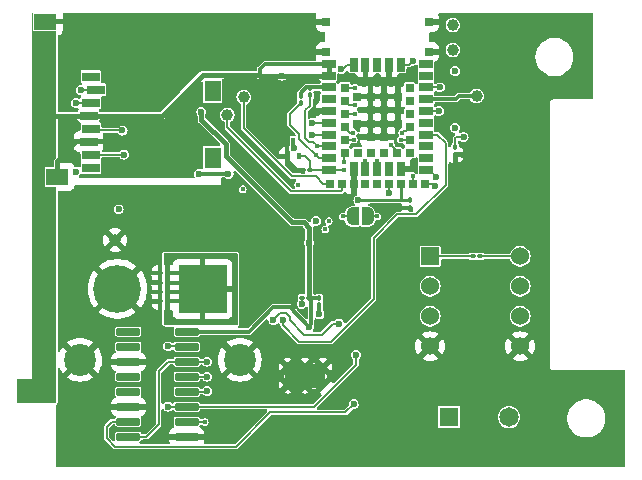
<source format=gbr>
%TF.GenerationSoftware,KiCad,Pcbnew,8.0.6*%
%TF.CreationDate,2025-09-09T16:11:22-07:00*%
%TF.ProjectId,Multimodal_Actuator_mk2,4d756c74-696d-46f6-9461-6c5f41637475,rev?*%
%TF.SameCoordinates,Original*%
%TF.FileFunction,Copper,L4,Bot*%
%TF.FilePolarity,Positive*%
%FSLAX46Y46*%
G04 Gerber Fmt 4.6, Leading zero omitted, Abs format (unit mm)*
G04 Created by KiCad (PCBNEW 8.0.6) date 2025-09-09 16:11:22*
%MOMM*%
%LPD*%
G01*
G04 APERTURE LIST*
G04 Aperture macros list*
%AMRoundRect*
0 Rectangle with rounded corners*
0 $1 Rounding radius*
0 $2 $3 $4 $5 $6 $7 $8 $9 X,Y pos of 4 corners*
0 Add a 4 corners polygon primitive as box body*
4,1,4,$2,$3,$4,$5,$6,$7,$8,$9,$2,$3,0*
0 Add four circle primitives for the rounded corners*
1,1,$1+$1,$2,$3*
1,1,$1+$1,$4,$5*
1,1,$1+$1,$6,$7*
1,1,$1+$1,$8,$9*
0 Add four rect primitives between the rounded corners*
20,1,$1+$1,$2,$3,$4,$5,0*
20,1,$1+$1,$4,$5,$6,$7,0*
20,1,$1+$1,$6,$7,$8,$9,0*
20,1,$1+$1,$8,$9,$2,$3,0*%
%AMFreePoly0*
4,1,19,0.500000,-0.750000,0.000000,-0.750000,0.000000,-0.744911,-0.071157,-0.744911,-0.207708,-0.704816,-0.327430,-0.627875,-0.420627,-0.520320,-0.479746,-0.390866,-0.500000,-0.250000,-0.500000,0.250000,-0.479746,0.390866,-0.420627,0.520320,-0.327430,0.627875,-0.207708,0.704816,-0.071157,0.744911,0.000000,0.744911,0.000000,0.750000,0.500000,0.750000,0.500000,-0.750000,0.500000,-0.750000,
$1*%
%AMFreePoly1*
4,1,19,0.000000,0.744911,0.071157,0.744911,0.207708,0.704816,0.327430,0.627875,0.420627,0.520320,0.479746,0.390866,0.500000,0.250000,0.500000,-0.250000,0.479746,-0.390866,0.420627,-0.520320,0.327430,-0.627875,0.207708,-0.704816,0.071157,-0.744911,0.000000,-0.744911,0.000000,-0.750000,-0.500000,-0.750000,-0.500000,0.750000,0.000000,0.750000,0.000000,0.744911,0.000000,0.744911,
$1*%
G04 Aperture macros list end*
%TA.AperFunction,ComponentPad*%
%ADD10R,1.524000X1.524000*%
%TD*%
%TA.AperFunction,ComponentPad*%
%ADD11C,1.524000*%
%TD*%
%TA.AperFunction,ComponentPad*%
%ADD12R,1.650000X1.650000*%
%TD*%
%TA.AperFunction,ComponentPad*%
%ADD13C,1.650000*%
%TD*%
%TA.AperFunction,HeatsinkPad*%
%ADD14C,0.500000*%
%TD*%
%TA.AperFunction,HeatsinkPad*%
%ADD15R,3.500000X2.000000*%
%TD*%
%TA.AperFunction,ComponentPad*%
%ADD16C,1.000000*%
%TD*%
%TA.AperFunction,ComponentPad*%
%ADD17R,4.050000X4.050000*%
%TD*%
%TA.AperFunction,ComponentPad*%
%ADD18C,4.050000*%
%TD*%
%TA.AperFunction,ComponentPad*%
%ADD19C,2.700000*%
%TD*%
%TA.AperFunction,SMDPad,CuDef*%
%ADD20RoundRect,0.100000X0.130000X0.100000X-0.130000X0.100000X-0.130000X-0.100000X0.130000X-0.100000X0*%
%TD*%
%TA.AperFunction,SMDPad,CuDef*%
%ADD21R,1.500000X0.800000*%
%TD*%
%TA.AperFunction,SMDPad,CuDef*%
%ADD22R,1.900000X1.400000*%
%TD*%
%TA.AperFunction,SMDPad,CuDef*%
%ADD23R,1.400000X1.800000*%
%TD*%
%TA.AperFunction,SMDPad,CuDef*%
%ADD24R,0.406400X0.508000*%
%TD*%
%TA.AperFunction,SMDPad,CuDef*%
%ADD25RoundRect,0.100000X0.100000X-0.130000X0.100000X0.130000X-0.100000X0.130000X-0.100000X-0.130000X0*%
%TD*%
%TA.AperFunction,SMDPad,CuDef*%
%ADD26FreePoly0,0.000000*%
%TD*%
%TA.AperFunction,SMDPad,CuDef*%
%ADD27FreePoly1,0.000000*%
%TD*%
%TA.AperFunction,SMDPad,CuDef*%
%ADD28RoundRect,0.100000X-0.130000X-0.100000X0.130000X-0.100000X0.130000X0.100000X-0.130000X0.100000X0*%
%TD*%
%TA.AperFunction,SMDPad,CuDef*%
%ADD29RoundRect,0.100000X-0.100000X0.130000X-0.100000X-0.130000X0.100000X-0.130000X0.100000X0.130000X0*%
%TD*%
%TA.AperFunction,SMDPad,CuDef*%
%ADD30R,1.150000X0.700000*%
%TD*%
%TA.AperFunction,SMDPad,CuDef*%
%ADD31R,0.700000X1.150000*%
%TD*%
%TA.AperFunction,SMDPad,CuDef*%
%ADD32R,0.700000X0.700000*%
%TD*%
%TA.AperFunction,SMDPad,CuDef*%
%ADD33RoundRect,0.075000X0.910000X0.225000X-0.910000X0.225000X-0.910000X-0.225000X0.910000X-0.225000X0*%
%TD*%
%TA.AperFunction,ViaPad*%
%ADD34C,0.600000*%
%TD*%
%TA.AperFunction,ViaPad*%
%ADD35C,0.400000*%
%TD*%
%TA.AperFunction,Conductor*%
%ADD36C,0.200000*%
%TD*%
%TA.AperFunction,Conductor*%
%ADD37C,0.300000*%
%TD*%
%TA.AperFunction,Conductor*%
%ADD38C,0.400000*%
%TD*%
%TA.AperFunction,Conductor*%
%ADD39C,0.210000*%
%TD*%
%TA.AperFunction,Conductor*%
%ADD40C,0.240000*%
%TD*%
G04 APERTURE END LIST*
D10*
%TO.P,U1005,1,-RG*%
%TO.N,Net-(U1005--RG)*%
X153780000Y-106380000D03*
D11*
%TO.P,U1005,2,-IN*%
%TO.N,/VB*%
X153780000Y-108920000D03*
%TO.P,U1005,3,+IN*%
%TO.N,Net-(U1005-+IN)*%
X153780000Y-111460000D03*
%TO.P,U1005,4,-VS*%
%TO.N,GND*%
X153780000Y-114000000D03*
%TO.P,U1005,5,REF*%
X161400000Y-114000000D03*
%TO.P,U1005,6,OUTPUT*%
%TO.N,/InAmpOutput*%
X161400000Y-111460000D03*
%TO.P,U1005,7,+VS*%
%TO.N,VCC*%
X161400000Y-108920000D03*
%TO.P,U1005,8,+RG*%
%TO.N,Net-(U1005-+RG)*%
X161400000Y-106380000D03*
%TD*%
D12*
%TO.P,P1001,1,1*%
%TO.N,/VA*%
X155360000Y-120000000D03*
D13*
%TO.P,P1001,2,2*%
%TO.N,Net-(U1005-+IN)*%
X160440000Y-120000000D03*
%TD*%
D14*
%TO.P,U5001,17,GND*%
%TO.N,GND*%
X141700000Y-117250000D03*
X143200000Y-117250000D03*
X144700000Y-117250000D03*
D15*
X143200000Y-116500000D03*
D14*
X141700000Y-115750000D03*
X143200000Y-115750000D03*
X144700000Y-115750000D03*
%TD*%
D16*
%TO.P,TP2003,1,1*%
%TO.N,Net-(U2001-SWDCLK)*%
X155700000Y-88900000D03*
%TD*%
%TO.P,TPGND2001,1,1*%
%TO.N,GND*%
X127100000Y-105000000D03*
%TD*%
%TO.P,TP2004,1,1*%
%TO.N,Net-(U2001-SWDIO)*%
X155700000Y-86800000D03*
%TD*%
%TO.P,TP2001,1,1*%
%TO.N,Net-(D2003-I{slash}O2)*%
X136600000Y-94400000D03*
%TD*%
%TO.P,TP2005,1,1*%
%TO.N,/Arduino_nano_Rev2/RESETN*%
X157700000Y-92800000D03*
%TD*%
%TO.P,TP2002,1,1*%
%TO.N,Net-(D2003-I{slash}O1)*%
X138000000Y-92900000D03*
%TD*%
D17*
%TO.P,J1003,1,1*%
%TO.N,Vin*%
X134500000Y-109137500D03*
D18*
%TO.P,J1003,2,2*%
%TO.N,GND*%
X127300000Y-109137500D03*
D19*
%TO.P,J1003,3,MH1*%
X137650000Y-115137500D03*
%TO.P,J1003,4,MH2*%
X124150000Y-115137500D03*
%TD*%
D20*
%TO.P,C2023,1*%
%TO.N,Vin*%
X131540000Y-107800000D03*
%TO.P,C2023,2*%
%TO.N,GND*%
X130900000Y-107800000D03*
%TD*%
%TO.P,C2024,1*%
%TO.N,Vin*%
X131540000Y-110200000D03*
%TO.P,C2024,2*%
%TO.N,GND*%
X130900000Y-110200000D03*
%TD*%
%TO.P,C2004,1*%
%TO.N,Vin*%
X131540000Y-108600000D03*
%TO.P,C2004,2*%
%TO.N,GND*%
X130900000Y-108600000D03*
%TD*%
D21*
%TO.P,J6001,1,DAT2*%
%TO.N,unconnected-(J6001-DAT2-Pad1)*%
X125050000Y-91160000D03*
%TO.P,J6001,2,CS*%
%TO.N,Net-(J6001-CS)*%
X125450000Y-92260000D03*
%TO.P,J6001,3,DATA_IN*%
%TO.N,Net-(J6001-DATA_IN)*%
X125050000Y-93360000D03*
%TO.P,J6001,4,VDD*%
%TO.N,+3.3V*%
X124850000Y-94460000D03*
%TO.P,J6001,5,SCLK*%
%TO.N,Net-(J6001-SCLK)*%
X125050000Y-95560000D03*
%TO.P,J6001,6,VSS*%
%TO.N,GND*%
X124850000Y-96660000D03*
%TO.P,J6001,7,DATA_OUT*%
%TO.N,/DO*%
X125050000Y-97760000D03*
%TO.P,J6001,8,DAT1*%
%TO.N,unconnected-(J6001-DAT1-Pad8)*%
X125050000Y-98860000D03*
D22*
%TO.P,J6001,9,GND*%
%TO.N,GND*%
X121200000Y-86500000D03*
%TO.P,J6001,10,GND*%
X122200000Y-99650000D03*
D23*
%TO.P,J6001,11,CARD_DETECT1*%
%TO.N,unconnected-(J6001-CARD_DETECT1-Pad11)*%
X135350000Y-92350000D03*
%TO.P,J6001,12,CARD_DETECT*%
%TO.N,/Micro-SDBreakoutBoard+_adafruit/CD*%
X135350000Y-98050000D03*
%TD*%
D20*
%TO.P,R3001,1*%
%TO.N,VCC*%
X143540000Y-109900000D03*
%TO.P,R3001,2*%
%TO.N,Net-(D3001-A)*%
X142900000Y-109900000D03*
%TD*%
D24*
%TO.P,U2004,1,G*%
%TO.N,/CLK*%
X142699999Y-97899998D03*
%TO.P,U2004,2,S*%
%TO.N,GND*%
X141700001Y-97899998D03*
%TO.P,U2004,3,D*%
%TO.N,Net-(U2004-D)*%
X142200000Y-96600000D03*
%TD*%
D20*
%TO.P,C4003,1*%
%TO.N,Vin*%
X131540000Y-109400000D03*
%TO.P,C4003,2*%
%TO.N,GND*%
X130900000Y-109400000D03*
%TD*%
D25*
%TO.P,C5001,1*%
%TO.N,Net-(U5001-VCP)*%
X144400000Y-110540000D03*
%TO.P,C5001,2*%
%TO.N,VCC*%
X144400000Y-109900000D03*
%TD*%
D26*
%TO.P,JP2002,1,A*%
%TO.N,Net-(JP2002-A)*%
X147200000Y-103000000D03*
D27*
%TO.P,JP2002,2,B*%
%TO.N,/Arduino_nano_Rev2/D8*%
X148500000Y-103000000D03*
%TD*%
D28*
%TO.P,R1003,1*%
%TO.N,Net-(U1005--RG)*%
X157370000Y-106390000D03*
%TO.P,R1003,2*%
%TO.N,Net-(U1005-+RG)*%
X158010000Y-106390000D03*
%TD*%
D25*
%TO.P,C2005,1*%
%TO.N,GND*%
X152100000Y-102290000D03*
%TO.P,C2005,2*%
%TO.N,VDD_ENV*%
X152100000Y-101650000D03*
%TD*%
D29*
%TO.P,R2014,1*%
%TO.N,/Arduino_nano_Rev2/R_PULLUP*%
X142800000Y-92790000D03*
%TO.P,R2014,2*%
%TO.N,/Arduino_nano_Rev2/SDA1*%
X142800000Y-93430000D03*
%TD*%
D30*
%TO.P,U2001,1,GPIO_1*%
%TO.N,/CLK*%
X145175000Y-99075000D03*
%TO.P,U2001,2,GPIO_2*%
%TO.N,/Arduino_nano_Rev2/SDA1*%
X145175000Y-98075000D03*
%TO.P,U2001,3,GPIO_3*%
%TO.N,/Arduino_nano_Rev2/SCL1*%
X145175000Y-97075000D03*
%TO.P,U2001,4,GPIO_4*%
%TO.N,/Arduino_nano_Rev2/LG*%
X145175000Y-96075000D03*
%TO.P,U2001,5,GPIO_5*%
%TO.N,/Arduino_nano_Rev2/LR*%
X145175000Y-95075000D03*
%TO.P,U2001,6,GND*%
%TO.N,GND*%
X145175000Y-94075000D03*
%TO.P,U2001,7,GPIO_7*%
%TO.N,/Arduino_nano_Rev2/PDMDIN*%
X145175000Y-93075000D03*
%TO.P,U2001,8,SWO/TRACE_D0/GPIO_8*%
%TO.N,/Arduino_nano_Rev2/R_PULLUP*%
X145175000Y-92075000D03*
%TO.P,U2001,9,VCC_IO*%
%TO.N,+3.3V*%
X145175000Y-91075000D03*
%TO.P,U2001,10,VCC*%
X145175000Y-90075000D03*
D31*
%TO.P,U2001,11,SWDCLK*%
%TO.N,Net-(U2001-SWDCLK)*%
X147300000Y-90150000D03*
%TO.P,U2001,12,GND__1*%
%TO.N,GND*%
X148300000Y-90150000D03*
%TO.P,U2001,13,ANT*%
%TO.N,unconnected-(U2001-ANT-Pad13)*%
X149300000Y-90150000D03*
%TO.P,U2001,14,GND__2*%
%TO.N,GND*%
X150300000Y-90150000D03*
%TO.P,U2001,15,SWDIO*%
%TO.N,Net-(U2001-SWDIO)*%
X151300000Y-90150000D03*
D30*
%TO.P,U2001,16,GPIO_16*%
%TO.N,/Arduino_nano_Rev2/AIN1_A7*%
X153425000Y-90075000D03*
%TO.P,U2001,17,GPIO_17*%
%TO.N,/Arduino_nano_Rev2/AIN4_A6*%
X153425000Y-91075000D03*
%TO.P,U2001,18,GPIO_18*%
%TO.N,/SCL*%
X153425000Y-92075000D03*
%TO.P,U2001,19,~{RESET}*%
%TO.N,/Arduino_nano_Rev2/RESETN*%
X153425000Y-93075000D03*
%TO.P,U2001,20,GPIO_20*%
%TO.N,/SDA*%
X153425000Y-94075000D03*
%TO.P,U2001,21,GPIO_21*%
%TO.N,/Arduino_nano_Rev2/D3~*%
X153425000Y-95075000D03*
%TO.P,U2001,22,GPIO_22*%
%TO.N,/AIN2*%
X153425000Y-96075000D03*
%TO.P,U2001,23,GPIO_23*%
%TO.N,/Arduino_nano_Rev2/AIN5_A3*%
X153425000Y-97075000D03*
%TO.P,U2001,24,GPIO_24*%
%TO.N,/Arduino_nano_Rev2/AIN6_A2*%
X153425000Y-98075000D03*
%TO.P,U2001,25,GPIO_25*%
%TO.N,/InAmpOutput*%
X153425000Y-99075000D03*
D31*
%TO.P,U2001,26,GND__3*%
%TO.N,GND*%
X151300000Y-99000000D03*
%TO.P,U2001,27,GPIO_27*%
%TO.N,/Arduino_nano_Rev2/AIN3_A1*%
X150300000Y-99000000D03*
%TO.P,U2001,28,NFC1/GPIO_28*%
%TO.N,Net-(JP2001-A)*%
X149300000Y-99000000D03*
%TO.P,U2001,29,NFC2/GPIO_29*%
%TO.N,Net-(JP2002-A)*%
X148300000Y-99000000D03*
%TO.P,U2001,30,GND__4*%
%TO.N,GND*%
X147300000Y-99000000D03*
D32*
%TO.P,U2001,31,VBUS*%
%TO.N,Net-(U2001-VBUS)*%
X146550000Y-97625000D03*
%TO.P,U2001,32,TRACE_D2/GPIO_32*%
%TO.N,/Arduino_nano_Rev2/BMI270_INT1*%
X146550000Y-96525000D03*
%TO.P,U2001,33,TRACE_D3/GPIO_33*%
%TO.N,Net-(U2001-TRACE_D3{slash}GPIO_33)*%
X146550000Y-95425000D03*
%TO.P,U2001,34,GPIO_34*%
%TO.N,/DO*%
X146550000Y-94325000D03*
%TO.P,U2001,35,GPIO_35*%
%TO.N,/DI*%
X146550000Y-93225000D03*
%TO.P,U2001,36,GPIO_36*%
%TO.N,/CS*%
X146550000Y-92125000D03*
%TO.P,U2001,37,GPIO_37*%
%TO.N,/Arduino_nano_Rev2/TX*%
X152050000Y-92125000D03*
%TO.P,U2001,38,GPIO_38*%
%TO.N,/Arduino_nano_Rev2/RX*%
X152050000Y-93225000D03*
%TO.P,U2001,39,GPIO_39*%
%TO.N,/Arduino_nano_Rev2/D2*%
X152050000Y-94325000D03*
%TO.P,U2001,40,GPIO_40*%
%TO.N,/AIN1*%
X152050000Y-95425000D03*
%TO.P,U2001,41,GPIO_41*%
%TO.N,/BIN2*%
X152050000Y-96525000D03*
%TO.P,U2001,42,GPIO_42*%
%TO.N,/Arduino_nano_Rev2/PDMCLK*%
X152050000Y-97625000D03*
%TO.P,U2001,43,GPIO_43*%
%TO.N,/Arduino_nano_Rev2/LB*%
X150950000Y-97625000D03*
%TO.P,U2001,44,GPIO_44*%
%TO.N,/Arduino_nano_Rev2/D9~*%
X149850000Y-97625000D03*
%TO.P,U2001,45,TRACE_CLK/GPIO_45*%
%TO.N,unconnected-(U2001-TRACE_CLK{slash}GPIO_45-Pad45)*%
X148750000Y-97625000D03*
%TO.P,U2001,46,TRACE_D1/GPIO_46*%
%TO.N,/Arduino_nano_Rev2/LPS22HBTR_INT1*%
X147650000Y-97625000D03*
%TO.P,U2001,47,QSPI_D3/GPIO_47*%
%TO.N,/BIN1*%
X153300000Y-100225000D03*
%TO.P,U2001,48,QSPI_D1/GPIO_48*%
%TO.N,/Arduino_nano_Rev2/D8*%
X152300000Y-100225000D03*
%TO.P,U2001,49,QSPI_D2/GPIO_49*%
%TO.N,VDD_ENV*%
X151300000Y-100225000D03*
%TO.P,U2001,50,QSPI_D0/GPIO_50*%
%TO.N,/Arduino_nano_Rev2/BMI270_INT2*%
X150300000Y-100225000D03*
%TO.P,U2001,51,QSPI_CS/GPIO_51*%
%TO.N,unconnected-(U2001-QSPI_CS{slash}GPIO_51-Pad51)*%
X149300000Y-100225000D03*
%TO.P,U2001,52,QSPI_CLK/GPIO_52*%
%TO.N,unconnected-(U2001-QSPI_CLK{slash}GPIO_52-Pad52)*%
X148300000Y-100225000D03*
%TO.P,U2001,53,GND__5*%
%TO.N,GND*%
X147300000Y-100225000D03*
%TO.P,U2001,54,USB_DP*%
%TO.N,Net-(D2003-I{slash}O2)*%
X146300000Y-100225000D03*
%TO.P,U2001,55,USB_DM*%
%TO.N,Net-(D2003-I{slash}O1)*%
X145300000Y-100225000D03*
%TO.P,U2001,EAGP1,EAGP*%
%TO.N,GND*%
X144950000Y-89075000D03*
%TO.P,U2001,EAGP2,EAGP__1*%
X153650000Y-89075000D03*
%TO.P,U2001,EAGP3,EAGP__2*%
X144950000Y-86525000D03*
%TO.P,U2001,EAGP4,EAGP__3*%
X153650000Y-86525000D03*
%TO.P,U2001,EGP1,EGP*%
X148725000Y-96300000D03*
%TO.P,U2001,EGP2,EGP__1*%
X149875000Y-96300000D03*
%TO.P,U2001,EGP3,EGP__2*%
X147575000Y-95150000D03*
%TO.P,U2001,EGP4,EGP__3*%
X148725000Y-95150000D03*
%TO.P,U2001,EGP5,EGP__4*%
X149875000Y-95150000D03*
%TO.P,U2001,EGP6,EGP__5*%
X151025000Y-95150000D03*
%TO.P,U2001,EGP7,EGP__6*%
X148725000Y-94000000D03*
%TO.P,U2001,EGP8,EGP__7*%
X149875000Y-94000000D03*
%TO.P,U2001,EGP9,EGP__8*%
X147575000Y-92850000D03*
%TO.P,U2001,EGP10,EGP__9*%
X148725000Y-92850000D03*
%TO.P,U2001,EGP11,EGP__10*%
X149875000Y-92850000D03*
%TO.P,U2001,EGP12,EGP__11*%
X151025000Y-92850000D03*
%TD*%
D29*
%TO.P,R2013,1*%
%TO.N,/Arduino_nano_Rev2/R_PULLUP*%
X143600000Y-92100000D03*
%TO.P,R2013,2*%
%TO.N,/Arduino_nano_Rev2/SCL1*%
X143600000Y-92740000D03*
%TD*%
D20*
%TO.P,R2009,1*%
%TO.N,/CLK*%
X143640000Y-99100000D03*
%TO.P,R2009,2*%
%TO.N,GND*%
X143000000Y-99100000D03*
%TD*%
D33*
%TO.P,U6001,1,VCC*%
%TO.N,VCC*%
X133175000Y-112755000D03*
%TO.P,U6001,2,1Y*%
%TO.N,Net-(J6001-SCLK)*%
X133175000Y-114025000D03*
%TO.P,U6001,3,1A*%
%TO.N,/CLK*%
X133175000Y-115295000D03*
%TO.P,U6001,4,2Y*%
%TO.N,Net-(J6001-DATA_IN)*%
X133175000Y-116565000D03*
%TO.P,U6001,5,2A*%
%TO.N,/DI*%
X133175000Y-117835000D03*
%TO.P,U6001,6,3Y*%
%TO.N,Net-(J6001-CS)*%
X133175000Y-119105000D03*
%TO.P,U6001,7,3A*%
%TO.N,/CS*%
X133175000Y-120375000D03*
%TO.P,U6001,8,GND*%
%TO.N,GND*%
X133175000Y-121645000D03*
%TO.P,U6001,9,4A*%
%TO.N,/CLK*%
X128225000Y-121645000D03*
%TO.P,U6001,10,4Y*%
%TO.N,Net-(D6002-A)*%
X128225000Y-120375000D03*
%TO.P,U6001,11,5A*%
%TO.N,GND*%
X128225000Y-119105000D03*
%TO.P,U6001,12,5Y*%
%TO.N,unconnected-(U6001-5Y-Pad12)*%
X128225000Y-117835000D03*
%TO.P,U6001,13,NC_13*%
%TO.N,unconnected-(U6001-NC_13-Pad13)*%
X128225000Y-116565000D03*
%TO.P,U6001,14,6A*%
%TO.N,GND*%
X128225000Y-115295000D03*
%TO.P,U6001,15,6Y*%
%TO.N,unconnected-(U6001-6Y-Pad15)*%
X128225000Y-114025000D03*
%TO.P,U6001,16,NC_16*%
%TO.N,unconnected-(U6001-NC_16-Pad16)*%
X128225000Y-112755000D03*
%TD*%
D25*
%TO.P,R3004,1*%
%TO.N,GND*%
X155900000Y-97765000D03*
%TO.P,R3004,2*%
%TO.N,/MCP4728_Quad_DAC/LDAC*%
X155900000Y-97125000D03*
%TD*%
D34*
%TO.N,GND*%
X144100000Y-102100000D03*
%TO.N,VUSB*%
X136700000Y-99400000D03*
X134200000Y-99400000D03*
%TO.N,GND*%
X144200000Y-94251728D03*
X152349998Y-98475002D03*
X135400000Y-121600000D03*
X142000000Y-87900000D03*
X133500000Y-96600000D03*
X156600000Y-97765000D03*
X150300000Y-91550000D03*
X148300000Y-91550000D03*
X141958741Y-101471331D03*
X141900000Y-109900000D03*
X133400000Y-100700000D03*
%TO.N,+3.3V*%
X144100000Y-103400000D03*
X120700000Y-105450000D03*
X120700000Y-104050000D03*
X120800000Y-95550000D03*
X120800000Y-96250000D03*
X120700000Y-104750000D03*
X141235400Y-91085400D03*
X120800000Y-94850000D03*
%TO.N,/Arduino_nano_Rev2/LG*%
X143800000Y-96075000D03*
%TO.N,/CLK*%
X134900000Y-115300000D03*
D35*
X146475000Y-99075000D03*
D34*
%TO.N,Net-(J6001-CS)*%
X124200000Y-92300000D03*
X131600000Y-119100000D03*
X147500000Y-114700000D03*
D35*
%TO.N,Net-(U2001-TRACE_D3{slash}GPIO_33)*%
X147279856Y-95900336D03*
D34*
%TO.N,Net-(JP2003-A)*%
X127400000Y-102400000D03*
X123800000Y-99200000D03*
%TO.N,/MCP4728_Quad_DAC/LDAC*%
X156600000Y-96300000D03*
%TO.N,/SDA*%
X154500000Y-94075000D03*
%TO.N,/SCL*%
X154600000Y-92075000D03*
%TO.N,Net-(D3001-A)*%
X142900000Y-110400000D03*
D35*
%TO.N,/Arduino_nano_Rev2/SDA1*%
X144092157Y-97807843D03*
X144900000Y-104100000D03*
%TO.N,/Arduino_nano_Rev2/SCL1*%
X145200000Y-103400000D03*
X144200000Y-97075000D03*
D34*
%TO.N,/Arduino_nano_Rev2/LR*%
X143800000Y-95075000D03*
D35*
%TO.N,/Arduino_nano_Rev2/LB*%
X150461677Y-96972468D03*
%TO.N,/BIN2*%
X151300000Y-96500000D03*
D34*
%TO.N,Net-(U5001-VCP)*%
X144400000Y-111300000D03*
D35*
%TO.N,/AIN1*%
X151400000Y-95900000D03*
D34*
X140500000Y-111800000D03*
X146080000Y-112071472D03*
%TO.N,/BIN1*%
X154148507Y-100435072D03*
%TO.N,/AIN2*%
X141300000Y-111800000D03*
%TO.N,Net-(U2001-SWDCLK)*%
X146250002Y-90500000D03*
D35*
%TO.N,Net-(JP2001-A)*%
X149300000Y-98300000D03*
D34*
%TO.N,/DO*%
X127860000Y-97760000D03*
D35*
X147400000Y-94325000D03*
D34*
%TO.N,/InAmpOutput*%
X154309988Y-99651537D03*
D35*
%TO.N,Net-(JP2002-A)*%
X146400000Y-103000000D03*
X148300000Y-98300000D03*
D34*
%TO.N,/DI*%
X134900000Y-117800000D03*
D35*
X147400000Y-93600000D03*
%TO.N,Net-(U2001-VBUS)*%
X146500000Y-98400000D03*
X137900000Y-100700000D03*
%TO.N,/Arduino_nano_Rev2/D8*%
X152300000Y-99600000D03*
X149300000Y-103000000D03*
D34*
%TO.N,VDD_ENV*%
X147700000Y-101650000D03*
%TO.N,Net-(U2001-SWDIO)*%
X152300000Y-89800000D03*
D35*
%TO.N,/CS*%
X147400000Y-92100000D03*
X134700000Y-120400000D03*
D34*
%TO.N,/Arduino_nano_Rev2/BMI270_INT2*%
X150300000Y-101030000D03*
D35*
%TO.N,/Arduino_nano_Rev2/BMI270_INT1*%
X147300000Y-96500000D03*
X142600000Y-100300000D03*
D34*
%TO.N,Net-(D6002-A)*%
X147300000Y-118900000D03*
%TO.N,Net-(J6001-DATA_IN)*%
X123800000Y-93400000D03*
X134900000Y-116565000D03*
%TO.N,Net-(J6001-SCLK)*%
X127724296Y-95726140D03*
X131600000Y-114000000D03*
%TO.N,Net-(U2004-D)*%
X142212900Y-97234412D03*
%TO.N,VCC*%
X155900000Y-95500000D03*
X143500000Y-112324794D03*
X155900000Y-90700000D03*
X143540000Y-105237587D03*
X134400000Y-94150000D03*
%TD*%
D36*
%TO.N,Net-(D2003-I{slash}O1)*%
X138000000Y-92900000D02*
X138000000Y-95548529D01*
X144725000Y-100225000D02*
X144100000Y-99600000D01*
X144100000Y-99600000D02*
X142051471Y-99600000D01*
X145300000Y-100225000D02*
X144725000Y-100225000D01*
X138000000Y-95548529D02*
X142051471Y-99600000D01*
%TO.N,Net-(D2003-I{slash}O2)*%
X142025000Y-100875000D02*
X146200000Y-100875000D01*
X136600000Y-94400000D02*
X136600000Y-95450000D01*
X146300000Y-100775000D02*
X146300000Y-100225000D01*
X136600000Y-95450000D02*
X142025000Y-100875000D01*
X146200000Y-100875000D02*
X146300000Y-100775000D01*
D37*
%TO.N,VUSB*%
X136700000Y-99400000D02*
X134200000Y-99400000D01*
%TO.N,GND*%
X123840000Y-96660000D02*
X122200000Y-98300000D01*
X141700001Y-98300001D02*
X142500000Y-99100000D01*
X122200000Y-98300000D02*
X122200000Y-99650000D01*
X124850000Y-96660000D02*
X123840000Y-96660000D01*
X141700001Y-97899998D02*
X141700001Y-98300001D01*
X142500000Y-99100000D02*
X143000000Y-99100000D01*
D36*
X156600000Y-97765000D02*
X155900000Y-97765000D01*
%TO.N,Vin*%
X134237500Y-109400000D02*
X134500000Y-109137500D01*
X133437500Y-110200000D02*
X134500000Y-109137500D01*
X133962500Y-108600000D02*
X134500000Y-109137500D01*
D37*
X131540000Y-108600000D02*
X133962500Y-108600000D01*
X131540000Y-110200000D02*
X133437500Y-110200000D01*
X131540000Y-109400000D02*
X134237500Y-109400000D01*
X131540000Y-107800000D02*
X133162500Y-107800000D01*
D36*
X133162500Y-107800000D02*
X134500000Y-109137500D01*
D37*
%TO.N,+3.3V*%
X139825000Y-90075000D02*
X139400000Y-90500000D01*
D38*
X120800000Y-94850000D02*
X121190000Y-94460000D01*
D37*
X145175000Y-90075000D02*
X139825000Y-90075000D01*
X139400000Y-90500000D02*
X139400000Y-91075000D01*
D38*
X145175000Y-91075000D02*
X139400000Y-91075000D01*
X139325000Y-91000000D02*
X134500000Y-91000000D01*
X121190000Y-94460000D02*
X124850000Y-94460000D01*
X139400000Y-91075000D02*
X139325000Y-91000000D01*
X131040000Y-94460000D02*
X124850000Y-94460000D01*
X134500000Y-91000000D02*
X131040000Y-94460000D01*
X145175000Y-90075000D02*
X145175000Y-91075000D01*
D36*
%TO.N,/Arduino_nano_Rev2/LG*%
X145175000Y-96075000D02*
X143800000Y-96075000D01*
%TO.N,Net-(U1005-+RG)*%
X158010000Y-106390000D02*
X161390000Y-106390000D01*
X161390000Y-106390000D02*
X161400000Y-106380000D01*
%TO.N,Net-(U1005--RG)*%
X153790000Y-106390000D02*
X153780000Y-106380000D01*
X157370000Y-106390000D02*
X153790000Y-106390000D01*
D39*
%TO.N,/CLK*%
X130800000Y-116100000D02*
X130800000Y-120600000D01*
X133175000Y-115295000D02*
X131605000Y-115295000D01*
D36*
X145150000Y-99100000D02*
X145175000Y-99075000D01*
D39*
X145175000Y-99075000D02*
X146475000Y-99075000D01*
D36*
X142699999Y-97899998D02*
X143199998Y-97899998D01*
D39*
X129755000Y-121645000D02*
X128225000Y-121645000D01*
D36*
X143640000Y-99100000D02*
X145150000Y-99100000D01*
X143199998Y-97899998D02*
X143640000Y-98340000D01*
D39*
X130800000Y-120600000D02*
X129755000Y-121645000D01*
D36*
X143640000Y-98340000D02*
X143640000Y-99100000D01*
X134895000Y-115295000D02*
X134900000Y-115300000D01*
D39*
X131605000Y-115295000D02*
X130800000Y-116100000D01*
X133175000Y-115295000D02*
X134895000Y-115295000D01*
D36*
%TO.N,Net-(J6001-CS)*%
X147500000Y-115550000D02*
X143945000Y-119105000D01*
X147500000Y-114700000D02*
X147500000Y-115550000D01*
X125410000Y-92300000D02*
X125450000Y-92260000D01*
X143945000Y-119105000D02*
X133175000Y-119105000D01*
X133175000Y-119105000D02*
X131605000Y-119105000D01*
X131605000Y-119105000D02*
X131600000Y-119100000D01*
X124200000Y-92300000D02*
X125410000Y-92300000D01*
%TO.N,Net-(U2001-TRACE_D3{slash}GPIO_33)*%
X146550000Y-95425000D02*
X147025336Y-95900336D01*
X147025336Y-95900336D02*
X147279856Y-95900336D01*
%TO.N,/MCP4728_Quad_DAC/LDAC*%
X155900000Y-97125000D02*
X155900000Y-96400000D01*
X155900000Y-96400000D02*
X156000000Y-96300000D01*
X156000000Y-96300000D02*
X156600000Y-96300000D01*
%TO.N,/SDA*%
X153425000Y-94075000D02*
X154500000Y-94075000D01*
%TO.N,/SCL*%
X153425000Y-92075000D02*
X154600000Y-92075000D01*
%TO.N,Net-(D3001-A)*%
X142900000Y-109900000D02*
X142900000Y-110400000D01*
D37*
%TO.N,/Arduino_nano_Rev2/R_PULLUP*%
X143285001Y-92075000D02*
X142800000Y-92560001D01*
X142800000Y-92560001D02*
X142800000Y-92790000D01*
X144975000Y-92075000D02*
X143285001Y-92075000D01*
D36*
%TO.N,/Arduino_nano_Rev2/SDA1*%
X141900000Y-95242800D02*
X142703200Y-96046000D01*
X142703200Y-96046000D02*
X142703200Y-96418886D01*
X142800000Y-93430000D02*
X141900000Y-94330000D01*
X142703200Y-96418886D02*
X144359314Y-98075000D01*
X141900000Y-94330000D02*
X141900000Y-95242800D01*
X144359314Y-98075000D02*
X145175000Y-98075000D01*
%TO.N,/Arduino_nano_Rev2/SCL1*%
X143551471Y-96675000D02*
X143875000Y-96675000D01*
X143600000Y-93628456D02*
X143200000Y-94028456D01*
X144275000Y-97075000D02*
X145175000Y-97075000D01*
X143200000Y-96323529D02*
X143551471Y-96675000D01*
X143200000Y-94028456D02*
X143200000Y-96323529D01*
X143600000Y-92740000D02*
X143600000Y-93628456D01*
X143875000Y-96675000D02*
X144275000Y-97075000D01*
%TO.N,/Arduino_nano_Rev2/LR*%
X143800000Y-95075000D02*
X145175000Y-95075000D01*
%TO.N,/Arduino_nano_Rev2/LB*%
X150950000Y-97460791D02*
X150950000Y-97625000D01*
X150461677Y-96972468D02*
X150950000Y-97460791D01*
%TO.N,/BIN2*%
X151300000Y-96500000D02*
X151325000Y-96525000D01*
D39*
X151325000Y-96525000D02*
X152050000Y-96525000D01*
D37*
%TO.N,Net-(U5001-VCP)*%
X144400000Y-110540000D02*
X144400000Y-111300000D01*
D36*
%TO.N,/AIN1*%
X140500000Y-111751471D02*
X140500000Y-111800000D01*
X143100000Y-113000000D02*
X141900000Y-111800000D01*
X144600000Y-113000000D02*
X143100000Y-113000000D01*
X141900000Y-111551471D02*
X141548529Y-111200000D01*
X152050000Y-95450000D02*
X151700000Y-95800000D01*
X141051471Y-111200000D02*
X140500000Y-111751471D01*
X145528528Y-112071472D02*
X144600000Y-113000000D01*
X141900000Y-111800000D02*
X141900000Y-111551471D01*
X146080000Y-112071472D02*
X145528528Y-112071472D01*
X141548529Y-111200000D02*
X141051471Y-111200000D01*
X151500000Y-95800000D02*
X151400000Y-95900000D01*
X151700000Y-95800000D02*
X151500000Y-95800000D01*
X152050000Y-95425000D02*
X152050000Y-95450000D01*
D39*
%TO.N,/BIN1*%
X154148507Y-100435072D02*
X153938435Y-100225000D01*
X153938435Y-100225000D02*
X153300000Y-100225000D01*
D36*
%TO.N,/AIN2*%
X142700000Y-113600000D02*
X141300000Y-112200000D01*
X145400000Y-113600000D02*
X142700000Y-113600000D01*
X150980000Y-102820000D02*
X149000000Y-104800000D01*
X152612108Y-102820000D02*
X150980000Y-102820000D01*
X141300000Y-112200000D02*
X141300000Y-111800000D01*
X153425000Y-96075000D02*
X154375000Y-96075000D01*
X149000000Y-110000000D02*
X145400000Y-113600000D01*
X155100000Y-96800000D02*
X155100000Y-100332108D01*
X149000000Y-104800000D02*
X149000000Y-110000000D01*
X154375000Y-96075000D02*
X155100000Y-96800000D01*
X155100000Y-100332108D02*
X152612108Y-102820000D01*
%TO.N,Net-(U2001-SWDCLK)*%
X146400000Y-90500000D02*
X146750000Y-90150000D01*
X146250002Y-90500000D02*
X146400000Y-90500000D01*
X146750000Y-90150000D02*
X147300000Y-90150000D01*
%TO.N,Net-(JP2001-A)*%
X149300000Y-99000000D02*
X149300000Y-98300000D01*
%TO.N,/DO*%
X147400000Y-94325000D02*
X146550000Y-94325000D01*
X127860000Y-97760000D02*
X125050000Y-97760000D01*
%TO.N,/InAmpOutput*%
X153733451Y-99075000D02*
X153425000Y-99075000D01*
X154309988Y-99651537D02*
X153733451Y-99075000D01*
%TO.N,Net-(JP2002-A)*%
X148300000Y-98400000D02*
X148300000Y-99000000D01*
X147200000Y-103000000D02*
X146400000Y-103000000D01*
%TO.N,/DI*%
X146925000Y-93600000D02*
X147400000Y-93600000D01*
X133175000Y-117835000D02*
X134865000Y-117835000D01*
X134865000Y-117835000D02*
X134900000Y-117800000D01*
X146550000Y-93225000D02*
X146925000Y-93600000D01*
D37*
%TO.N,/Arduino_nano_Rev2/RESETN*%
X156200000Y-92800000D02*
X157700000Y-92800000D01*
X153425000Y-93075000D02*
X155925000Y-93075000D01*
X155925000Y-93075000D02*
X156200000Y-92800000D01*
D36*
%TO.N,Net-(U2001-VBUS)*%
X146500000Y-97675000D02*
X146550000Y-97625000D01*
X146500000Y-98400000D02*
X146500000Y-97675000D01*
%TO.N,/Arduino_nano_Rev2/D8*%
X152300000Y-99600000D02*
X152300000Y-100225000D01*
X148500000Y-103000000D02*
X149300000Y-103000000D01*
D40*
%TO.N,VDD_ENV*%
X147700000Y-101650000D02*
X151300000Y-101650000D01*
X151300000Y-100225000D02*
X151300000Y-101650000D01*
X151300000Y-101650000D02*
X152100000Y-101650000D01*
D36*
%TO.N,Net-(U2001-SWDIO)*%
X151950000Y-90150000D02*
X152300000Y-89800000D01*
X151300000Y-90150000D02*
X151950000Y-90150000D01*
%TO.N,/CS*%
X134700000Y-120400000D02*
X133200000Y-120400000D01*
X146550000Y-92125000D02*
X147375000Y-92125000D01*
X147375000Y-92125000D02*
X147400000Y-92100000D01*
X133200000Y-120400000D02*
X133175000Y-120375000D01*
%TO.N,/Arduino_nano_Rev2/BMI270_INT2*%
X150300000Y-100225000D02*
X150300000Y-101030000D01*
%TO.N,/Arduino_nano_Rev2/BMI270_INT1*%
X147275000Y-96525000D02*
X146550000Y-96525000D01*
X147300000Y-96500000D02*
X147275000Y-96525000D01*
%TO.N,Net-(D6002-A)*%
X140200000Y-119600000D02*
X146600000Y-119600000D01*
X127100000Y-122500000D02*
X137300000Y-122500000D01*
X137300000Y-122500000D02*
X140200000Y-119600000D01*
X126400000Y-120800000D02*
X126400000Y-121800000D01*
X126825000Y-120375000D02*
X126400000Y-120800000D01*
X126400000Y-121800000D02*
X127100000Y-122500000D01*
X128225000Y-120375000D02*
X126825000Y-120375000D01*
X146600000Y-119600000D02*
X147300000Y-118900000D01*
%TO.N,Net-(J6001-DATA_IN)*%
X134900000Y-116565000D02*
X133175000Y-116565000D01*
X123800000Y-93400000D02*
X125010000Y-93400000D01*
X125010000Y-93400000D02*
X125050000Y-93360000D01*
%TO.N,Net-(J6001-SCLK)*%
X133150000Y-114000000D02*
X133175000Y-114025000D01*
X127698156Y-95700000D02*
X125190000Y-95700000D01*
X127724296Y-95726140D02*
X127698156Y-95700000D01*
X125190000Y-95700000D02*
X125050000Y-95560000D01*
X131600000Y-114000000D02*
X133150000Y-114000000D01*
D37*
%TO.N,Net-(U2004-D)*%
X142200000Y-96600000D02*
X142200000Y-97221512D01*
D36*
X142200000Y-97221512D02*
X142212900Y-97234412D01*
D37*
%TO.N,VCC*%
X143700000Y-110060000D02*
X143540000Y-109900000D01*
D38*
X142100000Y-103500000D02*
X136500000Y-97900000D01*
D37*
X143540000Y-109900000D02*
X144400000Y-109900000D01*
X141875206Y-110700000D02*
X143500000Y-112324794D01*
D38*
X134400000Y-94800000D02*
X134400000Y-94150000D01*
D37*
X140500000Y-110700000D02*
X141875206Y-110700000D01*
D38*
X136500000Y-96900000D02*
X134400000Y-94800000D01*
X143540000Y-103940000D02*
X143100000Y-103500000D01*
D37*
X138445000Y-112755000D02*
X140500000Y-110700000D01*
X133175000Y-112755000D02*
X138445000Y-112755000D01*
X143700000Y-112124794D02*
X143700000Y-110060000D01*
D38*
X143100000Y-103500000D02*
X142100000Y-103500000D01*
X143540000Y-109900000D02*
X143540000Y-105237587D01*
X136500000Y-97900000D02*
X136500000Y-96900000D01*
X143540000Y-105237587D02*
X143540000Y-103940000D01*
D36*
X143500000Y-112324794D02*
X143540000Y-112284794D01*
D37*
X143540000Y-112284794D02*
X143700000Y-112124794D01*
%TD*%
%TA.AperFunction,Conductor*%
%TO.N,+3.3V*%
G36*
X120126132Y-85803868D02*
G01*
X120129500Y-85812000D01*
X120129500Y-87211870D01*
X120136491Y-87247017D01*
X120136492Y-87247018D01*
X120163122Y-87286874D01*
X120163124Y-87286876D01*
X120202983Y-87313509D01*
X120238130Y-87320500D01*
X120238131Y-87320500D01*
X122088500Y-87320500D01*
X122096632Y-87323868D01*
X122100000Y-87332000D01*
X122100000Y-98012691D01*
X122096632Y-98020823D01*
X121970682Y-98146772D01*
X121953623Y-98187955D01*
X121929500Y-98246195D01*
X121929500Y-98818000D01*
X121926132Y-98826132D01*
X121918000Y-98829500D01*
X121238130Y-98829500D01*
X121226522Y-98831808D01*
X121202986Y-98836490D01*
X121202981Y-98836492D01*
X121163125Y-98863122D01*
X121163122Y-98863125D01*
X121136492Y-98902981D01*
X121136491Y-98902983D01*
X121129500Y-98938130D01*
X121129500Y-100361870D01*
X121136491Y-100397017D01*
X121136492Y-100397018D01*
X121163122Y-100436874D01*
X121163124Y-100436876D01*
X121202983Y-100463509D01*
X121238130Y-100470500D01*
X121238131Y-100470500D01*
X122088500Y-100470500D01*
X122096632Y-100473868D01*
X122100000Y-100482000D01*
X122100000Y-118788500D01*
X122096632Y-118796632D01*
X122088500Y-118800000D01*
X118811500Y-118800000D01*
X118803368Y-118796632D01*
X118800000Y-118788500D01*
X118800000Y-116812000D01*
X118803368Y-116803868D01*
X118811500Y-116800500D01*
X119839562Y-116800500D01*
X119915989Y-116780021D01*
X119984511Y-116740460D01*
X120040460Y-116684511D01*
X120080021Y-116615989D01*
X120100500Y-116539562D01*
X120100500Y-85812000D01*
X120103868Y-85803868D01*
X120112000Y-85800500D01*
X120118000Y-85800500D01*
X120126132Y-85803868D01*
G37*
%TD.AperFunction*%
%TD*%
%TA.AperFunction,Conductor*%
%TO.N,Vin*%
G36*
X137443039Y-106119685D02*
G01*
X137488794Y-106172489D01*
X137500000Y-106224000D01*
X137500000Y-112076000D01*
X137480315Y-112143039D01*
X137427511Y-112188794D01*
X137376000Y-112200000D01*
X131324000Y-112200000D01*
X131256961Y-112180315D01*
X131211206Y-112127511D01*
X131200000Y-112076000D01*
X131200000Y-111018924D01*
X131219685Y-110951885D01*
X131272489Y-110906130D01*
X131339929Y-110896023D01*
X131340000Y-110895961D01*
X131340000Y-107104038D01*
X131740000Y-107104038D01*
X131740000Y-110895959D01*
X131740001Y-110895960D01*
X131834690Y-110883496D01*
X131835169Y-110887142D01*
X131887915Y-110888022D01*
X131946055Y-110926772D01*
X131974015Y-110990803D01*
X131975000Y-111006400D01*
X131975000Y-111210344D01*
X131981401Y-111269872D01*
X131981403Y-111269879D01*
X132031645Y-111404586D01*
X132031649Y-111404593D01*
X132117809Y-111519687D01*
X132117812Y-111519690D01*
X132232906Y-111605850D01*
X132232913Y-111605854D01*
X132367620Y-111656096D01*
X132367627Y-111656098D01*
X132427155Y-111662499D01*
X132427172Y-111662500D01*
X134250000Y-111662500D01*
X134250000Y-110464731D01*
X134393753Y-110487500D01*
X134606247Y-110487500D01*
X134750000Y-110464731D01*
X134750000Y-111662500D01*
X136572828Y-111662500D01*
X136572844Y-111662499D01*
X136632372Y-111656098D01*
X136632379Y-111656096D01*
X136767086Y-111605854D01*
X136767093Y-111605850D01*
X136882187Y-111519690D01*
X136882190Y-111519687D01*
X136968350Y-111404593D01*
X136968354Y-111404586D01*
X137018596Y-111269879D01*
X137018598Y-111269872D01*
X137024999Y-111210344D01*
X137025000Y-111210327D01*
X137025000Y-109387500D01*
X135827231Y-109387500D01*
X135850000Y-109243747D01*
X135850000Y-109031253D01*
X135827231Y-108887500D01*
X137025000Y-108887500D01*
X137025000Y-107064672D01*
X137024999Y-107064655D01*
X137018598Y-107005127D01*
X137018596Y-107005120D01*
X136968354Y-106870413D01*
X136968350Y-106870406D01*
X136882190Y-106755312D01*
X136882187Y-106755309D01*
X136767093Y-106669149D01*
X136767086Y-106669145D01*
X136632379Y-106618903D01*
X136632372Y-106618901D01*
X136572844Y-106612500D01*
X134750000Y-106612500D01*
X134750000Y-107810268D01*
X134606247Y-107787500D01*
X134393753Y-107787500D01*
X134250000Y-107810268D01*
X134250000Y-106612500D01*
X132427155Y-106612500D01*
X132367627Y-106618901D01*
X132367620Y-106618903D01*
X132232913Y-106669145D01*
X132232906Y-106669149D01*
X132117812Y-106755309D01*
X132117809Y-106755312D01*
X132031649Y-106870406D01*
X132031645Y-106870413D01*
X131981403Y-107005120D01*
X131981400Y-107005131D01*
X131981020Y-107008668D01*
X131979961Y-107011223D01*
X131979620Y-107012668D01*
X131979385Y-107012612D01*
X131954277Y-107073217D01*
X131896882Y-107113061D01*
X131834851Y-107115271D01*
X131834689Y-107116505D01*
X131827348Y-107115538D01*
X131827056Y-107115549D01*
X131826680Y-107115450D01*
X131740000Y-107104038D01*
X131340000Y-107104038D01*
X131339926Y-107103973D01*
X131271150Y-107093248D01*
X131218894Y-107046868D01*
X131200000Y-106981075D01*
X131200000Y-106224000D01*
X131219685Y-106156961D01*
X131272489Y-106111206D01*
X131324000Y-106100000D01*
X137376000Y-106100000D01*
X137443039Y-106119685D01*
G37*
%TD.AperFunction*%
%TD*%
%TA.AperFunction,Conductor*%
%TO.N,GND*%
G36*
X131230703Y-119321496D02*
G01*
X131247956Y-119343717D01*
X131249834Y-119342353D01*
X131255571Y-119350250D01*
X131349749Y-119444428D01*
X131349753Y-119444431D01*
X131349755Y-119444433D01*
X131468438Y-119504905D01*
X131468440Y-119504905D01*
X131468442Y-119504906D01*
X131599997Y-119525742D01*
X131600000Y-119525742D01*
X131600003Y-119525742D01*
X131731557Y-119504906D01*
X131731558Y-119504906D01*
X131731559Y-119504905D01*
X131731562Y-119504905D01*
X131850245Y-119444433D01*
X131896922Y-119397755D01*
X131958241Y-119364272D01*
X132027932Y-119369255D01*
X132083867Y-119411126D01*
X132087703Y-119416548D01*
X132124050Y-119470946D01*
X132124051Y-119470946D01*
X132124052Y-119470948D01*
X132188720Y-119514157D01*
X132245745Y-119525500D01*
X134104254Y-119525499D01*
X134161280Y-119514157D01*
X134225948Y-119470948D01*
X134269157Y-119406280D01*
X134269158Y-119406277D01*
X134270909Y-119402051D01*
X134314748Y-119347646D01*
X134381042Y-119325579D01*
X134385471Y-119325500D01*
X139863303Y-119325500D01*
X139930342Y-119345185D01*
X139976097Y-119397989D01*
X139986041Y-119467147D01*
X139957016Y-119530703D01*
X139950984Y-119537181D01*
X137244985Y-122243181D01*
X137183662Y-122276666D01*
X137157304Y-122279500D01*
X134723334Y-122279500D01*
X134656295Y-122259815D01*
X134610540Y-122207011D01*
X134600596Y-122137853D01*
X134608773Y-122108047D01*
X134645199Y-122020105D01*
X134645199Y-122020104D01*
X134659999Y-121907697D01*
X134660000Y-121907683D01*
X134660000Y-121895000D01*
X131690000Y-121895000D01*
X131690000Y-121907697D01*
X131704800Y-122020104D01*
X131704800Y-122020105D01*
X131741227Y-122108047D01*
X131748696Y-122177517D01*
X131717421Y-122239996D01*
X131657332Y-122275648D01*
X131626666Y-122279500D01*
X129282804Y-122279500D01*
X129215765Y-122259815D01*
X129170010Y-122207011D01*
X129160066Y-122137853D01*
X129189091Y-122074297D01*
X129213913Y-122052398D01*
X129232358Y-122040073D01*
X129275948Y-122010948D01*
X129319157Y-121946280D01*
X129319157Y-121946279D01*
X129325942Y-121936125D01*
X129327046Y-121936862D01*
X129362676Y-121892646D01*
X129428970Y-121870579D01*
X129433400Y-121870500D01*
X129695703Y-121870500D01*
X129695711Y-121870501D01*
X129710145Y-121870501D01*
X129799852Y-121870501D01*
X129799855Y-121870501D01*
X129864170Y-121843860D01*
X129882736Y-121836170D01*
X129946170Y-121772736D01*
X129946170Y-121772735D01*
X129963608Y-121755297D01*
X129963610Y-121755294D01*
X130336602Y-121382302D01*
X131690000Y-121382302D01*
X131690000Y-121395000D01*
X134660000Y-121395000D01*
X134660000Y-121382316D01*
X134659999Y-121382302D01*
X134645199Y-121269895D01*
X134645198Y-121269891D01*
X134587263Y-121130021D01*
X134495094Y-121009905D01*
X134374978Y-120917736D01*
X134305326Y-120888886D01*
X134250922Y-120845045D01*
X134228857Y-120778751D01*
X134246136Y-120711052D01*
X134249661Y-120705457D01*
X134269157Y-120676280D01*
X134269157Y-120676279D01*
X134269606Y-120675608D01*
X134323219Y-120630804D01*
X134372707Y-120620500D01*
X134419040Y-120620500D01*
X134486079Y-120640185D01*
X134498746Y-120649511D01*
X134537278Y-120681843D01*
X134643487Y-120720500D01*
X134643489Y-120720500D01*
X134756511Y-120720500D01*
X134756513Y-120720500D01*
X134862722Y-120681843D01*
X134949305Y-120609191D01*
X135005817Y-120511308D01*
X135025444Y-120400000D01*
X135005817Y-120288692D01*
X134949305Y-120190809D01*
X134949302Y-120190807D01*
X134949302Y-120190806D01*
X134862723Y-120118158D01*
X134862722Y-120118157D01*
X134756513Y-120079500D01*
X134643487Y-120079500D01*
X134537278Y-120118157D01*
X134537277Y-120118157D01*
X134537276Y-120118158D01*
X134498746Y-120150489D01*
X134434738Y-120178502D01*
X134419040Y-120179500D01*
X134391962Y-120179500D01*
X134324923Y-120159815D01*
X134279168Y-120107011D01*
X134270345Y-120079692D01*
X134269998Y-120077949D01*
X134269157Y-120073720D01*
X134225948Y-120009052D01*
X134161280Y-119965843D01*
X134161279Y-119965842D01*
X134161278Y-119965842D01*
X134104258Y-119954500D01*
X132245748Y-119954500D01*
X132188719Y-119965843D01*
X132188718Y-119965844D01*
X132124052Y-120009052D01*
X132080842Y-120073721D01*
X132069500Y-120130740D01*
X132069500Y-120619251D01*
X132080843Y-120676280D01*
X132080844Y-120676282D01*
X132100323Y-120705434D01*
X132121201Y-120772112D01*
X132102716Y-120839492D01*
X132050737Y-120886182D01*
X132044674Y-120888886D01*
X131975020Y-120917737D01*
X131854905Y-121009905D01*
X131762736Y-121130021D01*
X131704801Y-121269891D01*
X131704800Y-121269895D01*
X131690000Y-121382302D01*
X130336602Y-121382302D01*
X130910294Y-120808610D01*
X130910297Y-120808608D01*
X130927735Y-120791170D01*
X130927736Y-120791170D01*
X130991170Y-120727736D01*
X130991170Y-120727734D01*
X130991172Y-120727733D01*
X131010180Y-120681841D01*
X131025500Y-120644855D01*
X131025500Y-119415209D01*
X131045185Y-119348170D01*
X131097989Y-119302415D01*
X131167147Y-119292471D01*
X131230703Y-119321496D01*
G37*
%TD.AperFunction*%
%TA.AperFunction,Conductor*%
G36*
X167542539Y-85820185D02*
G01*
X167588294Y-85872989D01*
X167599500Y-85924500D01*
X167599500Y-92975500D01*
X167579815Y-93042539D01*
X167527011Y-93088294D01*
X167475500Y-93099500D01*
X164239562Y-93099500D01*
X164160438Y-93099500D01*
X164122224Y-93109739D01*
X164084009Y-93119979D01*
X164084004Y-93119982D01*
X164015495Y-93159535D01*
X164015487Y-93159541D01*
X163959541Y-93215487D01*
X163959535Y-93215495D01*
X163919982Y-93284004D01*
X163919979Y-93284009D01*
X163906326Y-93334962D01*
X163899500Y-93360438D01*
X163899500Y-115660438D01*
X163899500Y-115739562D01*
X163902298Y-115750003D01*
X163919979Y-115815990D01*
X163919982Y-115815995D01*
X163959535Y-115884504D01*
X163959539Y-115884509D01*
X163959540Y-115884511D01*
X164015489Y-115940460D01*
X164015491Y-115940461D01*
X164015495Y-115940464D01*
X164070575Y-115972264D01*
X164084011Y-115980021D01*
X164160438Y-116000500D01*
X170175500Y-116000500D01*
X170242539Y-116020185D01*
X170288294Y-116072989D01*
X170299500Y-116124500D01*
X170299500Y-124075500D01*
X170279815Y-124142539D01*
X170227011Y-124188294D01*
X170175500Y-124199500D01*
X122224000Y-124199500D01*
X122156961Y-124179815D01*
X122111206Y-124127011D01*
X122100000Y-124075500D01*
X122100000Y-120756138D01*
X126179500Y-120756138D01*
X126179500Y-120756140D01*
X126179500Y-121756140D01*
X126179500Y-121843860D01*
X126213069Y-121924903D01*
X126913069Y-122624903D01*
X126975097Y-122686931D01*
X127022565Y-122706592D01*
X127022569Y-122706595D01*
X127022570Y-122706594D01*
X127056139Y-122720500D01*
X127056140Y-122720500D01*
X137343858Y-122720500D01*
X137343860Y-122720500D01*
X137424903Y-122686931D01*
X140255016Y-119856819D01*
X140316339Y-119823334D01*
X140342697Y-119820500D01*
X146643858Y-119820500D01*
X146643860Y-119820500D01*
X146724903Y-119786931D01*
X147156991Y-119354841D01*
X147218312Y-119321358D01*
X147264069Y-119320051D01*
X147299999Y-119325742D01*
X147300000Y-119325742D01*
X147300003Y-119325742D01*
X147431557Y-119304906D01*
X147431558Y-119304906D01*
X147431559Y-119304905D01*
X147431562Y-119304905D01*
X147550245Y-119244433D01*
X147631553Y-119163125D01*
X154414500Y-119163125D01*
X154414500Y-120836874D01*
X154421489Y-120872014D01*
X154421490Y-120872015D01*
X154421490Y-120872016D01*
X154421491Y-120872017D01*
X154448124Y-120911876D01*
X154487983Y-120938509D01*
X154487984Y-120938509D01*
X154487985Y-120938510D01*
X154523125Y-120945499D01*
X154523129Y-120945500D01*
X154523130Y-120945500D01*
X156196871Y-120945500D01*
X156196872Y-120945499D01*
X156210967Y-120942696D01*
X156232014Y-120938510D01*
X156232014Y-120938509D01*
X156232017Y-120938509D01*
X156271876Y-120911876D01*
X156298509Y-120872017D01*
X156305500Y-120836870D01*
X156305500Y-120000000D01*
X159489925Y-120000000D01*
X159508179Y-120185347D01*
X159562246Y-120363581D01*
X159581713Y-120400000D01*
X159622940Y-120477130D01*
X159650044Y-120527836D01*
X159768195Y-120671804D01*
X159898511Y-120778751D01*
X159912167Y-120789958D01*
X160076422Y-120877755D01*
X160254650Y-120931820D01*
X160440000Y-120950075D01*
X160625350Y-120931820D01*
X160803578Y-120877755D01*
X160967833Y-120789958D01*
X161111804Y-120671804D01*
X161229958Y-120527833D01*
X161317755Y-120363578D01*
X161371820Y-120185350D01*
X161390075Y-120000000D01*
X161387441Y-119973251D01*
X165389500Y-119973251D01*
X165389500Y-120226748D01*
X165429156Y-120477127D01*
X165429156Y-120477130D01*
X165507489Y-120718214D01*
X165565034Y-120831151D01*
X165619735Y-120938509D01*
X165622579Y-120944089D01*
X165626928Y-120950075D01*
X165771579Y-121149170D01*
X165950830Y-121328421D01*
X166155914Y-121477423D01*
X166381783Y-121592509D01*
X166381785Y-121592510D01*
X166622870Y-121670843D01*
X166622871Y-121670843D01*
X166622874Y-121670844D01*
X166873251Y-121710500D01*
X166873252Y-121710500D01*
X167126748Y-121710500D01*
X167126749Y-121710500D01*
X167377126Y-121670844D01*
X167377129Y-121670843D01*
X167377130Y-121670843D01*
X167618214Y-121592510D01*
X167618214Y-121592509D01*
X167618217Y-121592509D01*
X167844086Y-121477423D01*
X168049170Y-121328421D01*
X168228421Y-121149170D01*
X168377423Y-120944086D01*
X168492509Y-120718217D01*
X168504328Y-120681841D01*
X168570843Y-120477130D01*
X168570843Y-120477129D01*
X168570844Y-120477126D01*
X168610500Y-120226749D01*
X168610500Y-119973251D01*
X168570844Y-119722874D01*
X168570843Y-119722870D01*
X168570843Y-119722869D01*
X168492510Y-119481785D01*
X168491656Y-119480108D01*
X168377423Y-119255914D01*
X168228421Y-119050830D01*
X168049170Y-118871579D01*
X168019124Y-118849749D01*
X167844089Y-118722579D01*
X167844088Y-118722578D01*
X167844086Y-118722577D01*
X167701153Y-118649749D01*
X167618214Y-118607489D01*
X167377129Y-118529156D01*
X167162074Y-118495095D01*
X167126749Y-118489500D01*
X166873251Y-118489500D01*
X166837926Y-118495095D01*
X166622872Y-118529156D01*
X166622869Y-118529156D01*
X166381785Y-118607489D01*
X166155910Y-118722579D01*
X165950833Y-118871576D01*
X165950827Y-118871581D01*
X165771581Y-119050827D01*
X165771576Y-119050833D01*
X165622579Y-119255910D01*
X165507489Y-119481785D01*
X165429156Y-119722869D01*
X165429156Y-119722872D01*
X165389500Y-119973251D01*
X161387441Y-119973251D01*
X161371820Y-119814650D01*
X161317755Y-119636422D01*
X161229958Y-119472167D01*
X161225838Y-119467147D01*
X161111804Y-119328195D01*
X160967836Y-119210044D01*
X160967834Y-119210043D01*
X160967833Y-119210042D01*
X160880066Y-119163129D01*
X160803581Y-119122246D01*
X160625347Y-119068179D01*
X160440000Y-119049925D01*
X160254652Y-119068179D01*
X160076418Y-119122246D01*
X159912163Y-119210044D01*
X159768195Y-119328195D01*
X159650044Y-119472163D01*
X159562246Y-119636418D01*
X159508179Y-119814652D01*
X159489925Y-120000000D01*
X156305500Y-120000000D01*
X156305500Y-119163130D01*
X156302937Y-119150245D01*
X156298510Y-119127985D01*
X156298509Y-119127984D01*
X156298509Y-119127983D01*
X156271876Y-119088124D01*
X156232017Y-119061491D01*
X156232016Y-119061490D01*
X156232015Y-119061490D01*
X156232014Y-119061489D01*
X156196874Y-119054500D01*
X156196870Y-119054500D01*
X154523130Y-119054500D01*
X154523125Y-119054500D01*
X154487985Y-119061489D01*
X154487984Y-119061490D01*
X154448124Y-119088124D01*
X154421490Y-119127984D01*
X154421489Y-119127985D01*
X154414500Y-119163125D01*
X147631553Y-119163125D01*
X147644433Y-119150245D01*
X147704905Y-119031562D01*
X147718853Y-118943497D01*
X147725742Y-118900003D01*
X147725742Y-118899996D01*
X147704906Y-118768442D01*
X147704906Y-118768441D01*
X147704905Y-118768439D01*
X147704905Y-118768438D01*
X147644433Y-118649755D01*
X147644431Y-118649753D01*
X147644428Y-118649749D01*
X147550250Y-118555571D01*
X147550246Y-118555568D01*
X147550245Y-118555567D01*
X147431562Y-118495095D01*
X147431560Y-118495094D01*
X147431557Y-118495093D01*
X147300003Y-118474258D01*
X147299997Y-118474258D01*
X147168442Y-118495093D01*
X147168441Y-118495093D01*
X147049753Y-118555568D01*
X147049749Y-118555571D01*
X146955571Y-118649749D01*
X146955568Y-118649753D01*
X146895093Y-118768441D01*
X146895093Y-118768442D01*
X146874258Y-118899996D01*
X146874258Y-118900003D01*
X146879948Y-118935930D01*
X146870993Y-119005223D01*
X146845156Y-119043008D01*
X146544983Y-119343182D01*
X146483662Y-119376666D01*
X146457304Y-119379500D01*
X144281696Y-119379500D01*
X144214657Y-119359815D01*
X144168902Y-119307011D01*
X144158958Y-119237853D01*
X144187983Y-119174297D01*
X144194015Y-119167819D01*
X145935992Y-117425842D01*
X147686931Y-115674903D01*
X147720500Y-115593861D01*
X147720500Y-115506140D01*
X147720500Y-115125540D01*
X147740185Y-115058501D01*
X147756814Y-115037863D01*
X147844433Y-114950245D01*
X147904905Y-114831562D01*
X147904906Y-114831557D01*
X147925742Y-114700003D01*
X147925742Y-114699996D01*
X147904906Y-114568442D01*
X147904906Y-114568441D01*
X147904905Y-114568439D01*
X147904905Y-114568438D01*
X147844433Y-114449755D01*
X147844431Y-114449753D01*
X147844428Y-114449749D01*
X147750250Y-114355571D01*
X147750246Y-114355568D01*
X147750245Y-114355567D01*
X147631562Y-114295095D01*
X147631560Y-114295094D01*
X147631557Y-114295093D01*
X147500003Y-114274258D01*
X147499997Y-114274258D01*
X147368442Y-114295093D01*
X147368441Y-114295093D01*
X147249753Y-114355568D01*
X147249749Y-114355571D01*
X147155571Y-114449749D01*
X147155568Y-114449753D01*
X147095093Y-114568441D01*
X147095093Y-114568442D01*
X147074258Y-114699996D01*
X147074258Y-114700003D01*
X147095093Y-114831557D01*
X147095093Y-114831558D01*
X147095094Y-114831561D01*
X147095095Y-114831562D01*
X147155567Y-114950245D01*
X147243182Y-115037860D01*
X147276666Y-115099181D01*
X147279500Y-115125540D01*
X147279500Y-115407303D01*
X147259815Y-115474342D01*
X147243181Y-115494984D01*
X145632468Y-117105696D01*
X145571145Y-117139181D01*
X145501453Y-117134197D01*
X145445520Y-117092325D01*
X145427746Y-117058970D01*
X145380267Y-116923285D01*
X145380266Y-116923285D01*
X144700000Y-117603553D01*
X144373285Y-117930266D01*
X144508971Y-117977746D01*
X144565747Y-118018467D01*
X144591494Y-118083420D01*
X144578038Y-118151982D01*
X144555697Y-118182468D01*
X143889985Y-118848181D01*
X143828662Y-118881666D01*
X143802304Y-118884500D01*
X134385471Y-118884500D01*
X134318432Y-118864815D01*
X134272677Y-118812011D01*
X134270909Y-118807949D01*
X134269158Y-118803722D01*
X134269157Y-118803720D01*
X134225948Y-118739052D01*
X134161280Y-118695843D01*
X134161279Y-118695842D01*
X134161278Y-118695842D01*
X134104258Y-118684500D01*
X132245748Y-118684500D01*
X132188719Y-118695843D01*
X132188718Y-118695844D01*
X132124051Y-118739052D01*
X132091709Y-118787457D01*
X132038097Y-118832262D01*
X131968772Y-118840969D01*
X131905744Y-118810815D01*
X131900926Y-118806247D01*
X131850250Y-118755571D01*
X131850246Y-118755568D01*
X131850245Y-118755567D01*
X131731562Y-118695095D01*
X131731560Y-118695094D01*
X131731557Y-118695093D01*
X131600003Y-118674258D01*
X131599997Y-118674258D01*
X131468442Y-118695093D01*
X131468441Y-118695093D01*
X131349753Y-118755568D01*
X131349749Y-118755571D01*
X131255571Y-118849749D01*
X131249834Y-118857647D01*
X131246685Y-118855359D01*
X131211122Y-118892395D01*
X131143164Y-118908628D01*
X131077218Y-118885544D01*
X131034221Y-118830471D01*
X131025500Y-118784790D01*
X131025500Y-117590740D01*
X132069500Y-117590740D01*
X132069500Y-118079251D01*
X132072000Y-118091819D01*
X132080843Y-118136280D01*
X132124052Y-118200948D01*
X132188720Y-118244157D01*
X132245745Y-118255500D01*
X134104254Y-118255499D01*
X134161280Y-118244157D01*
X134225948Y-118200948D01*
X134269157Y-118136280D01*
X134269158Y-118136277D01*
X134270909Y-118132051D01*
X134314748Y-118077646D01*
X134381042Y-118055579D01*
X134385471Y-118055500D01*
X134509460Y-118055500D01*
X134576499Y-118075185D01*
X134597136Y-118091814D01*
X134649755Y-118144433D01*
X134768438Y-118204905D01*
X134768440Y-118204905D01*
X134768442Y-118204906D01*
X134899997Y-118225742D01*
X134900000Y-118225742D01*
X134900003Y-118225742D01*
X135031557Y-118204906D01*
X135031558Y-118204906D01*
X135031559Y-118204905D01*
X135031562Y-118204905D01*
X135150245Y-118144433D01*
X135244433Y-118050245D01*
X135304905Y-117931562D01*
X135305110Y-117930266D01*
X141373285Y-117930266D01*
X141532056Y-117985824D01*
X141699996Y-118004746D01*
X141700004Y-118004746D01*
X141867943Y-117985824D01*
X142026713Y-117930267D01*
X142026714Y-117930266D01*
X142873285Y-117930266D01*
X143032056Y-117985824D01*
X143199996Y-118004746D01*
X143200004Y-118004746D01*
X143367943Y-117985824D01*
X143526713Y-117930267D01*
X143526714Y-117930266D01*
X143200001Y-117603553D01*
X143200000Y-117603553D01*
X142873285Y-117930266D01*
X142026714Y-117930266D01*
X141700001Y-117603553D01*
X141700000Y-117603553D01*
X141373285Y-117930266D01*
X135305110Y-117930266D01*
X135325742Y-117800000D01*
X135325742Y-117799996D01*
X135304906Y-117668442D01*
X135304906Y-117668441D01*
X135304905Y-117668439D01*
X135304905Y-117668438D01*
X135244433Y-117549755D01*
X135244431Y-117549753D01*
X135244428Y-117549749D01*
X135150250Y-117455571D01*
X135150246Y-117455568D01*
X135150245Y-117455567D01*
X135031562Y-117395095D01*
X135031560Y-117395094D01*
X135031557Y-117395093D01*
X134900003Y-117374258D01*
X134899997Y-117374258D01*
X134768442Y-117395093D01*
X134768441Y-117395093D01*
X134649753Y-117455568D01*
X134649749Y-117455571D01*
X134555571Y-117549749D01*
X134549834Y-117557647D01*
X134548050Y-117556351D01*
X134509103Y-117597590D01*
X134446591Y-117614500D01*
X134385471Y-117614500D01*
X134318432Y-117594815D01*
X134272677Y-117542011D01*
X134270909Y-117537949D01*
X134269158Y-117533722D01*
X134269156Y-117533719D01*
X134225948Y-117469052D01*
X134161280Y-117425843D01*
X134161279Y-117425842D01*
X134161278Y-117425842D01*
X134104258Y-117414500D01*
X132245748Y-117414500D01*
X132188719Y-117425843D01*
X132188718Y-117425844D01*
X132124052Y-117469052D01*
X132080842Y-117533721D01*
X132069500Y-117590740D01*
X131025500Y-117590740D01*
X131025500Y-117249996D01*
X140945254Y-117249996D01*
X140945254Y-117250003D01*
X140964175Y-117417938D01*
X140964176Y-117417943D01*
X141019732Y-117576714D01*
X141346447Y-117250000D01*
X141326556Y-117230109D01*
X141600000Y-117230109D01*
X141600000Y-117269891D01*
X141615224Y-117306645D01*
X141643355Y-117334776D01*
X141680109Y-117350000D01*
X141719891Y-117350000D01*
X141756645Y-117334776D01*
X141784776Y-117306645D01*
X141800000Y-117269891D01*
X141800000Y-117249999D01*
X142053553Y-117249999D01*
X142053553Y-117250001D01*
X142380265Y-117576713D01*
X142422405Y-117567095D01*
X142477593Y-117567095D01*
X142519732Y-117576713D01*
X142846447Y-117250000D01*
X142826556Y-117230109D01*
X143100000Y-117230109D01*
X143100000Y-117269891D01*
X143115224Y-117306645D01*
X143143355Y-117334776D01*
X143180109Y-117350000D01*
X143219891Y-117350000D01*
X143256645Y-117334776D01*
X143284776Y-117306645D01*
X143300000Y-117269891D01*
X143300000Y-117249999D01*
X143553553Y-117249999D01*
X143553553Y-117250001D01*
X143880265Y-117576713D01*
X143922405Y-117567095D01*
X143977593Y-117567095D01*
X144019732Y-117576713D01*
X144346447Y-117250000D01*
X144326556Y-117230109D01*
X144600000Y-117230109D01*
X144600000Y-117269891D01*
X144615224Y-117306645D01*
X144643355Y-117334776D01*
X144680109Y-117350000D01*
X144719891Y-117350000D01*
X144756645Y-117334776D01*
X144784776Y-117306645D01*
X144800000Y-117269891D01*
X144800000Y-117230109D01*
X144784776Y-117193355D01*
X144756645Y-117165224D01*
X144719891Y-117150000D01*
X144680109Y-117150000D01*
X144643355Y-117165224D01*
X144615224Y-117193355D01*
X144600000Y-117230109D01*
X144326556Y-117230109D01*
X144019731Y-116923284D01*
X143977592Y-116932903D01*
X143922406Y-116932903D01*
X143880266Y-116923284D01*
X143553553Y-117249999D01*
X143300000Y-117249999D01*
X143300000Y-117230109D01*
X143284776Y-117193355D01*
X143256645Y-117165224D01*
X143219891Y-117150000D01*
X143180109Y-117150000D01*
X143143355Y-117165224D01*
X143115224Y-117193355D01*
X143100000Y-117230109D01*
X142826556Y-117230109D01*
X142519731Y-116923284D01*
X142477592Y-116932903D01*
X142422406Y-116932903D01*
X142380266Y-116923284D01*
X142053553Y-117249999D01*
X141800000Y-117249999D01*
X141800000Y-117230109D01*
X141784776Y-117193355D01*
X141756645Y-117165224D01*
X141719891Y-117150000D01*
X141680109Y-117150000D01*
X141643355Y-117165224D01*
X141615224Y-117193355D01*
X141600000Y-117230109D01*
X141326556Y-117230109D01*
X141019732Y-116923285D01*
X140964176Y-117082053D01*
X140964175Y-117082058D01*
X140945254Y-117249996D01*
X131025500Y-117249996D01*
X131025500Y-116320740D01*
X132069500Y-116320740D01*
X132069500Y-116809251D01*
X132072000Y-116821819D01*
X132080843Y-116866280D01*
X132124052Y-116930948D01*
X132188720Y-116974157D01*
X132245745Y-116985500D01*
X134104254Y-116985499D01*
X134161280Y-116974157D01*
X134225948Y-116930948D01*
X134269157Y-116866280D01*
X134269158Y-116866277D01*
X134270909Y-116862051D01*
X134314748Y-116807646D01*
X134381042Y-116785579D01*
X134385471Y-116785500D01*
X134474459Y-116785500D01*
X134541498Y-116805185D01*
X134562140Y-116821819D01*
X134649749Y-116909428D01*
X134649753Y-116909431D01*
X134649755Y-116909433D01*
X134768438Y-116969905D01*
X134768440Y-116969905D01*
X134768442Y-116969906D01*
X134899997Y-116990742D01*
X134900000Y-116990742D01*
X134900003Y-116990742D01*
X135031557Y-116969906D01*
X135031558Y-116969906D01*
X135031559Y-116969905D01*
X135031562Y-116969905D01*
X135150245Y-116909433D01*
X135244433Y-116815245D01*
X135304905Y-116696562D01*
X135306274Y-116687919D01*
X135325742Y-116565003D01*
X135325742Y-116564996D01*
X135304906Y-116433442D01*
X135304906Y-116433441D01*
X135304905Y-116433439D01*
X135304905Y-116433438D01*
X135244433Y-116314755D01*
X135244431Y-116314753D01*
X135244428Y-116314749D01*
X135150250Y-116220571D01*
X135150246Y-116220568D01*
X135150245Y-116220567D01*
X135031562Y-116160095D01*
X135031560Y-116160094D01*
X135031557Y-116160093D01*
X134900003Y-116139258D01*
X134899997Y-116139258D01*
X134768442Y-116160093D01*
X134768441Y-116160093D01*
X134649753Y-116220568D01*
X134649749Y-116220571D01*
X134562140Y-116308181D01*
X134500817Y-116341666D01*
X134474459Y-116344500D01*
X134385471Y-116344500D01*
X134318432Y-116324815D01*
X134272677Y-116272011D01*
X134270909Y-116267949D01*
X134269158Y-116263722D01*
X134256493Y-116244767D01*
X134225948Y-116199052D01*
X134161280Y-116155843D01*
X134161279Y-116155842D01*
X134161278Y-116155842D01*
X134104258Y-116144500D01*
X132245748Y-116144500D01*
X132188719Y-116155843D01*
X132188718Y-116155844D01*
X132124052Y-116199052D01*
X132080842Y-116263721D01*
X132069500Y-116320740D01*
X131025500Y-116320740D01*
X131025500Y-116244767D01*
X131045185Y-116177728D01*
X131061819Y-116157086D01*
X131662086Y-115556819D01*
X131723409Y-115523334D01*
X131749767Y-115520500D01*
X131966600Y-115520500D01*
X132033639Y-115540185D01*
X132073670Y-115586383D01*
X132074058Y-115586125D01*
X132076118Y-115589209D01*
X132079394Y-115592989D01*
X132080797Y-115596210D01*
X132080842Y-115596278D01*
X132080843Y-115596280D01*
X132124052Y-115660948D01*
X132188720Y-115704157D01*
X132245745Y-115715500D01*
X134104254Y-115715499D01*
X134161280Y-115704157D01*
X134225948Y-115660948D01*
X134269157Y-115596280D01*
X134269157Y-115596279D01*
X134275942Y-115586125D01*
X134277046Y-115586862D01*
X134312676Y-115542646D01*
X134378970Y-115520579D01*
X134383400Y-115520500D01*
X134474459Y-115520500D01*
X134541498Y-115540185D01*
X134562140Y-115556819D01*
X134649749Y-115644428D01*
X134649753Y-115644431D01*
X134649755Y-115644433D01*
X134768438Y-115704905D01*
X134768440Y-115704905D01*
X134768442Y-115704906D01*
X134899997Y-115725742D01*
X134900000Y-115725742D01*
X134900003Y-115725742D01*
X135031557Y-115704906D01*
X135031558Y-115704906D01*
X135031559Y-115704905D01*
X135031562Y-115704905D01*
X135150245Y-115644433D01*
X135244433Y-115550245D01*
X135304905Y-115431562D01*
X135325742Y-115300000D01*
X135325742Y-115299996D01*
X135304906Y-115168442D01*
X135304906Y-115168441D01*
X135304905Y-115168439D01*
X135304905Y-115168438D01*
X135289140Y-115137498D01*
X135795274Y-115137498D01*
X135795274Y-115137501D01*
X135814152Y-115401460D01*
X135870400Y-115660028D01*
X135962884Y-115907987D01*
X136089701Y-116140235D01*
X136089706Y-116140243D01*
X136177038Y-116256906D01*
X136177039Y-116256906D01*
X136859521Y-115574423D01*
X136950924Y-115711217D01*
X137076283Y-115836576D01*
X137213074Y-115927977D01*
X136530592Y-116610459D01*
X136530593Y-116610460D01*
X136647256Y-116697793D01*
X136647264Y-116697798D01*
X136879513Y-116824615D01*
X136879512Y-116824615D01*
X137127471Y-116917099D01*
X137386039Y-116973347D01*
X137649999Y-116992226D01*
X137650001Y-116992226D01*
X137913960Y-116973347D01*
X138172528Y-116917099D01*
X138420487Y-116824615D01*
X138652735Y-116697798D01*
X138652736Y-116697797D01*
X138769406Y-116610459D01*
X138589213Y-116430266D01*
X141373284Y-116430266D01*
X141382903Y-116472406D01*
X141382903Y-116527592D01*
X141373284Y-116569731D01*
X141700000Y-116896447D01*
X141700001Y-116896447D01*
X142026713Y-116569732D01*
X142017095Y-116527593D01*
X142017095Y-116472405D01*
X142026713Y-116430266D01*
X142873284Y-116430266D01*
X142882903Y-116472406D01*
X142882903Y-116527592D01*
X142873284Y-116569731D01*
X143200000Y-116896447D01*
X143200001Y-116896447D01*
X143526713Y-116569732D01*
X143517095Y-116527593D01*
X143517095Y-116472405D01*
X143526713Y-116430266D01*
X144373284Y-116430266D01*
X144382903Y-116472406D01*
X144382903Y-116527592D01*
X144373284Y-116569731D01*
X144700000Y-116896447D01*
X144700001Y-116896447D01*
X145026713Y-116569732D01*
X145017095Y-116527593D01*
X145017095Y-116472405D01*
X145026713Y-116430265D01*
X144700001Y-116103553D01*
X144700000Y-116103553D01*
X144373284Y-116430266D01*
X143526713Y-116430266D01*
X143526713Y-116430265D01*
X143200001Y-116103553D01*
X143200000Y-116103553D01*
X142873284Y-116430266D01*
X142026713Y-116430266D01*
X142026713Y-116430265D01*
X141700001Y-116103553D01*
X141700000Y-116103553D01*
X141373284Y-116430266D01*
X138589213Y-116430266D01*
X138086924Y-115927977D01*
X138223717Y-115836576D01*
X138349076Y-115711217D01*
X138440477Y-115574424D01*
X139122959Y-116256906D01*
X139210297Y-116140236D01*
X139210298Y-116140235D01*
X139337115Y-115907987D01*
X139396043Y-115749996D01*
X140945254Y-115749996D01*
X140945254Y-115750003D01*
X140964175Y-115917938D01*
X140964176Y-115917943D01*
X141019732Y-116076714D01*
X141346447Y-115750000D01*
X141326556Y-115730109D01*
X141600000Y-115730109D01*
X141600000Y-115769891D01*
X141615224Y-115806645D01*
X141643355Y-115834776D01*
X141680109Y-115850000D01*
X141719891Y-115850000D01*
X141756645Y-115834776D01*
X141784776Y-115806645D01*
X141800000Y-115769891D01*
X141800000Y-115749999D01*
X142053553Y-115749999D01*
X142053553Y-115750001D01*
X142380265Y-116076713D01*
X142422405Y-116067095D01*
X142477593Y-116067095D01*
X142519732Y-116076713D01*
X142846447Y-115750000D01*
X142826556Y-115730109D01*
X143100000Y-115730109D01*
X143100000Y-115769891D01*
X143115224Y-115806645D01*
X143143355Y-115834776D01*
X143180109Y-115850000D01*
X143219891Y-115850000D01*
X143256645Y-115834776D01*
X143284776Y-115806645D01*
X143300000Y-115769891D01*
X143300000Y-115749999D01*
X143553553Y-115749999D01*
X143553553Y-115750001D01*
X143880265Y-116076713D01*
X143922405Y-116067095D01*
X143977593Y-116067095D01*
X144019732Y-116076713D01*
X144346447Y-115750000D01*
X144326556Y-115730109D01*
X144600000Y-115730109D01*
X144600000Y-115769891D01*
X144615224Y-115806645D01*
X144643355Y-115834776D01*
X144680109Y-115850000D01*
X144719891Y-115850000D01*
X144756645Y-115834776D01*
X144784776Y-115806645D01*
X144800000Y-115769891D01*
X144800000Y-115749999D01*
X145053553Y-115749999D01*
X145053553Y-115750001D01*
X145380266Y-116076714D01*
X145380267Y-116076713D01*
X145435824Y-115917943D01*
X145454746Y-115750003D01*
X145454746Y-115749996D01*
X145435824Y-115582056D01*
X145380266Y-115423285D01*
X145053553Y-115749999D01*
X144800000Y-115749999D01*
X144800000Y-115730109D01*
X144784776Y-115693355D01*
X144756645Y-115665224D01*
X144719891Y-115650000D01*
X144680109Y-115650000D01*
X144643355Y-115665224D01*
X144615224Y-115693355D01*
X144600000Y-115730109D01*
X144326556Y-115730109D01*
X144019731Y-115423284D01*
X143977592Y-115432903D01*
X143922406Y-115432903D01*
X143880266Y-115423284D01*
X143553553Y-115749999D01*
X143300000Y-115749999D01*
X143300000Y-115730109D01*
X143284776Y-115693355D01*
X143256645Y-115665224D01*
X143219891Y-115650000D01*
X143180109Y-115650000D01*
X143143355Y-115665224D01*
X143115224Y-115693355D01*
X143100000Y-115730109D01*
X142826556Y-115730109D01*
X142519731Y-115423284D01*
X142477592Y-115432903D01*
X142422406Y-115432903D01*
X142380266Y-115423284D01*
X142053553Y-115749999D01*
X141800000Y-115749999D01*
X141800000Y-115730109D01*
X141784776Y-115693355D01*
X141756645Y-115665224D01*
X141719891Y-115650000D01*
X141680109Y-115650000D01*
X141643355Y-115665224D01*
X141615224Y-115693355D01*
X141600000Y-115730109D01*
X141326556Y-115730109D01*
X141019732Y-115423285D01*
X140964176Y-115582053D01*
X140964175Y-115582058D01*
X140945254Y-115749996D01*
X139396043Y-115749996D01*
X139429599Y-115660028D01*
X139485847Y-115401460D01*
X139504726Y-115137501D01*
X139504726Y-115137498D01*
X139499879Y-115069732D01*
X141373285Y-115069732D01*
X141700000Y-115396447D01*
X141700001Y-115396447D01*
X142026714Y-115069732D01*
X142873285Y-115069732D01*
X143200000Y-115396447D01*
X143200001Y-115396447D01*
X143526714Y-115069732D01*
X144373285Y-115069732D01*
X144700000Y-115396447D01*
X144700001Y-115396447D01*
X145026714Y-115069732D01*
X144867943Y-115014176D01*
X144867938Y-115014175D01*
X144700004Y-114995254D01*
X144699996Y-114995254D01*
X144532058Y-115014175D01*
X144532053Y-115014176D01*
X144373285Y-115069732D01*
X143526714Y-115069732D01*
X143367943Y-115014176D01*
X143367938Y-115014175D01*
X143200004Y-114995254D01*
X143199996Y-114995254D01*
X143032058Y-115014175D01*
X143032053Y-115014176D01*
X142873285Y-115069732D01*
X142026714Y-115069732D01*
X141867943Y-115014176D01*
X141867938Y-115014175D01*
X141700004Y-114995254D01*
X141699996Y-114995254D01*
X141532058Y-115014175D01*
X141532053Y-115014176D01*
X141373285Y-115069732D01*
X139499879Y-115069732D01*
X139485847Y-114873539D01*
X139429599Y-114614971D01*
X139337115Y-114367012D01*
X139210298Y-114134764D01*
X139210293Y-114134756D01*
X139122960Y-114018093D01*
X139122959Y-114018092D01*
X138440477Y-114700574D01*
X138349076Y-114563783D01*
X138223717Y-114438424D01*
X138086924Y-114347022D01*
X138433946Y-113999999D01*
X152513179Y-113999999D01*
X152513179Y-114000000D01*
X152532424Y-114219976D01*
X152532426Y-114219986D01*
X152589575Y-114433270D01*
X152589580Y-114433284D01*
X152682898Y-114633405D01*
X152682901Y-114633411D01*
X152728258Y-114698187D01*
X152728259Y-114698188D01*
X153373600Y-114052847D01*
X153373600Y-114053504D01*
X153401295Y-114156865D01*
X153454799Y-114249536D01*
X153530464Y-114325201D01*
X153623135Y-114378705D01*
X153726496Y-114406400D01*
X153727153Y-114406400D01*
X153081810Y-115051740D01*
X153146590Y-115097099D01*
X153146592Y-115097100D01*
X153346715Y-115190419D01*
X153346729Y-115190424D01*
X153560013Y-115247573D01*
X153560023Y-115247575D01*
X153779999Y-115266821D01*
X153780001Y-115266821D01*
X153999976Y-115247575D01*
X153999986Y-115247573D01*
X154213270Y-115190424D01*
X154213284Y-115190419D01*
X154413407Y-115097100D01*
X154413417Y-115097094D01*
X154478188Y-115051741D01*
X153832848Y-114406400D01*
X153833504Y-114406400D01*
X153936865Y-114378705D01*
X154029536Y-114325201D01*
X154105201Y-114249536D01*
X154158705Y-114156865D01*
X154186400Y-114053504D01*
X154186400Y-114052847D01*
X154831741Y-114698188D01*
X154877094Y-114633417D01*
X154877100Y-114633407D01*
X154970419Y-114433284D01*
X154970424Y-114433270D01*
X155027573Y-114219986D01*
X155027575Y-114219976D01*
X155046821Y-114000000D01*
X155046821Y-113999999D01*
X160133179Y-113999999D01*
X160133179Y-114000000D01*
X160152424Y-114219976D01*
X160152426Y-114219986D01*
X160209575Y-114433270D01*
X160209580Y-114433284D01*
X160302898Y-114633405D01*
X160302901Y-114633411D01*
X160348258Y-114698187D01*
X160348259Y-114698188D01*
X160993600Y-114052847D01*
X160993600Y-114053504D01*
X161021295Y-114156865D01*
X161074799Y-114249536D01*
X161150464Y-114325201D01*
X161243135Y-114378705D01*
X161346496Y-114406400D01*
X161347153Y-114406400D01*
X160701810Y-115051740D01*
X160766590Y-115097099D01*
X160766592Y-115097100D01*
X160966715Y-115190419D01*
X160966729Y-115190424D01*
X161180013Y-115247573D01*
X161180023Y-115247575D01*
X161399999Y-115266821D01*
X161400001Y-115266821D01*
X161619976Y-115247575D01*
X161619986Y-115247573D01*
X161833270Y-115190424D01*
X161833284Y-115190419D01*
X162033407Y-115097100D01*
X162033417Y-115097094D01*
X162098188Y-115051741D01*
X161452848Y-114406400D01*
X161453504Y-114406400D01*
X161556865Y-114378705D01*
X161649536Y-114325201D01*
X161725201Y-114249536D01*
X161778705Y-114156865D01*
X161806400Y-114053504D01*
X161806400Y-114052847D01*
X162451741Y-114698188D01*
X162497094Y-114633417D01*
X162497100Y-114633407D01*
X162590419Y-114433284D01*
X162590424Y-114433270D01*
X162647573Y-114219986D01*
X162647575Y-114219976D01*
X162666821Y-114000000D01*
X162666821Y-113999999D01*
X162647575Y-113780023D01*
X162647573Y-113780013D01*
X162590424Y-113566729D01*
X162590420Y-113566720D01*
X162497096Y-113366586D01*
X162451741Y-113301811D01*
X162451740Y-113301810D01*
X161806400Y-113947151D01*
X161806400Y-113946496D01*
X161778705Y-113843135D01*
X161725201Y-113750464D01*
X161649536Y-113674799D01*
X161556865Y-113621295D01*
X161453504Y-113593600D01*
X161452848Y-113593600D01*
X162098188Y-112948259D01*
X162098187Y-112948258D01*
X162033411Y-112902901D01*
X162033405Y-112902898D01*
X161833284Y-112809580D01*
X161833270Y-112809575D01*
X161619986Y-112752426D01*
X161619976Y-112752424D01*
X161400001Y-112733179D01*
X161399999Y-112733179D01*
X161180023Y-112752424D01*
X161180013Y-112752426D01*
X160966729Y-112809575D01*
X160966720Y-112809579D01*
X160766590Y-112902901D01*
X160701811Y-112948258D01*
X161347153Y-113593600D01*
X161346496Y-113593600D01*
X161243135Y-113621295D01*
X161150464Y-113674799D01*
X161074799Y-113750464D01*
X161021295Y-113843135D01*
X160993600Y-113946496D01*
X160993600Y-113947153D01*
X160348258Y-113301811D01*
X160302901Y-113366590D01*
X160209579Y-113566720D01*
X160209575Y-113566729D01*
X160152426Y-113780013D01*
X160152424Y-113780023D01*
X160133179Y-113999999D01*
X155046821Y-113999999D01*
X155027575Y-113780023D01*
X155027573Y-113780013D01*
X154970424Y-113566729D01*
X154970420Y-113566720D01*
X154877096Y-113366586D01*
X154831741Y-113301811D01*
X154831740Y-113301810D01*
X154186400Y-113947151D01*
X154186400Y-113946496D01*
X154158705Y-113843135D01*
X154105201Y-113750464D01*
X154029536Y-113674799D01*
X153936865Y-113621295D01*
X153833504Y-113593600D01*
X153832848Y-113593600D01*
X154478188Y-112948259D01*
X154478187Y-112948258D01*
X154413411Y-112902901D01*
X154413405Y-112902898D01*
X154213284Y-112809580D01*
X154213270Y-112809575D01*
X153999986Y-112752426D01*
X153999976Y-112752424D01*
X153780001Y-112733179D01*
X153779999Y-112733179D01*
X153560023Y-112752424D01*
X153560013Y-112752426D01*
X153346729Y-112809575D01*
X153346720Y-112809579D01*
X153146590Y-112902901D01*
X153081811Y-112948258D01*
X153727153Y-113593600D01*
X153726496Y-113593600D01*
X153623135Y-113621295D01*
X153530464Y-113674799D01*
X153454799Y-113750464D01*
X153401295Y-113843135D01*
X153373600Y-113946496D01*
X153373600Y-113947152D01*
X152728258Y-113301811D01*
X152682901Y-113366590D01*
X152589579Y-113566720D01*
X152589575Y-113566729D01*
X152532426Y-113780013D01*
X152532424Y-113780023D01*
X152513179Y-113999999D01*
X138433946Y-113999999D01*
X138769406Y-113664539D01*
X138769406Y-113664538D01*
X138652743Y-113577206D01*
X138652735Y-113577201D01*
X138420486Y-113450384D01*
X138420487Y-113450384D01*
X138172528Y-113357900D01*
X137913960Y-113301652D01*
X137650001Y-113282774D01*
X137649999Y-113282774D01*
X137386039Y-113301652D01*
X137127471Y-113357900D01*
X136879512Y-113450384D01*
X136647264Y-113577201D01*
X136530593Y-113664539D01*
X137213076Y-114347022D01*
X137076283Y-114438424D01*
X136950924Y-114563783D01*
X136859522Y-114700576D01*
X136177039Y-114018093D01*
X136089701Y-114134764D01*
X135962884Y-114367012D01*
X135870400Y-114614971D01*
X135814152Y-114873539D01*
X135795274Y-115137498D01*
X135289140Y-115137498D01*
X135244433Y-115049755D01*
X135244431Y-115049753D01*
X135244428Y-115049749D01*
X135150250Y-114955571D01*
X135150246Y-114955568D01*
X135150245Y-114955567D01*
X135031562Y-114895095D01*
X135031560Y-114895094D01*
X135031557Y-114895093D01*
X134900003Y-114874258D01*
X134899997Y-114874258D01*
X134768442Y-114895093D01*
X134768441Y-114895093D01*
X134649753Y-114955568D01*
X134649749Y-114955571D01*
X134572140Y-115033181D01*
X134510817Y-115066666D01*
X134484459Y-115069500D01*
X134383400Y-115069500D01*
X134316361Y-115049815D01*
X134276329Y-115003616D01*
X134275942Y-115003875D01*
X134273881Y-115000790D01*
X134270606Y-114997011D01*
X134269202Y-114993789D01*
X134269157Y-114993722D01*
X134269157Y-114993720D01*
X134225948Y-114929052D01*
X134161280Y-114885843D01*
X134161279Y-114885842D01*
X134161278Y-114885842D01*
X134104258Y-114874500D01*
X132245748Y-114874500D01*
X132188719Y-114885843D01*
X132188718Y-114885844D01*
X132124052Y-114929052D01*
X132074058Y-115003875D01*
X132072953Y-115003137D01*
X132037324Y-115047354D01*
X131971030Y-115069421D01*
X131966600Y-115069500D01*
X131664297Y-115069500D01*
X131664289Y-115069499D01*
X131649855Y-115069499D01*
X131560145Y-115069499D01*
X131560143Y-115069499D01*
X131525813Y-115083719D01*
X131501539Y-115093774D01*
X131501537Y-115093774D01*
X131477264Y-115103829D01*
X130608830Y-115972263D01*
X130608830Y-115972265D01*
X130574499Y-116055144D01*
X130574499Y-116159288D01*
X130574500Y-116159297D01*
X130574500Y-120455233D01*
X130554815Y-120522272D01*
X130538181Y-120542914D01*
X129697914Y-121383181D01*
X129636591Y-121416666D01*
X129610233Y-121419500D01*
X129433400Y-121419500D01*
X129366361Y-121399815D01*
X129326329Y-121353616D01*
X129325942Y-121353875D01*
X129323881Y-121350790D01*
X129320606Y-121347011D01*
X129319202Y-121343789D01*
X129319157Y-121343721D01*
X129319157Y-121343720D01*
X129275948Y-121279052D01*
X129211280Y-121235843D01*
X129211279Y-121235842D01*
X129211278Y-121235842D01*
X129154258Y-121224500D01*
X127295748Y-121224500D01*
X127238719Y-121235843D01*
X127238718Y-121235844D01*
X127174052Y-121279052D01*
X127130842Y-121343721D01*
X127119500Y-121400740D01*
X127119500Y-121889253D01*
X127120098Y-121895316D01*
X127117947Y-121895527D01*
X127112588Y-121955405D01*
X127069724Y-122010582D01*
X127003834Y-122033825D01*
X126935837Y-122017756D01*
X126909518Y-121997684D01*
X126656819Y-121744985D01*
X126623334Y-121683662D01*
X126620500Y-121657304D01*
X126620500Y-120942696D01*
X126640185Y-120875657D01*
X126656819Y-120855015D01*
X126880015Y-120631819D01*
X126941338Y-120598334D01*
X126967696Y-120595500D01*
X127014529Y-120595500D01*
X127081568Y-120615185D01*
X127127323Y-120667989D01*
X127129091Y-120672051D01*
X127130841Y-120676277D01*
X127130842Y-120676279D01*
X127130843Y-120676280D01*
X127174052Y-120740948D01*
X127238720Y-120784157D01*
X127295745Y-120795500D01*
X129154254Y-120795499D01*
X129211280Y-120784157D01*
X129275948Y-120740948D01*
X129319157Y-120676280D01*
X129330500Y-120619255D01*
X129330499Y-120130746D01*
X129319157Y-120073720D01*
X129299675Y-120044563D01*
X129278798Y-119977888D01*
X129297282Y-119910508D01*
X129349261Y-119863817D01*
X129355327Y-119861112D01*
X129424979Y-119832262D01*
X129545094Y-119740094D01*
X129637263Y-119619978D01*
X129695198Y-119480108D01*
X129695199Y-119480104D01*
X129709999Y-119367697D01*
X129710000Y-119367683D01*
X129710000Y-119355000D01*
X126740000Y-119355000D01*
X126740000Y-119367697D01*
X126754800Y-119480104D01*
X126754801Y-119480108D01*
X126812736Y-119619978D01*
X126904905Y-119740094D01*
X127025018Y-119832261D01*
X127094673Y-119861112D01*
X127149076Y-119904953D01*
X127171142Y-119971247D01*
X127153863Y-120038946D01*
X127150324Y-120044563D01*
X127130842Y-120073719D01*
X127129091Y-120077949D01*
X127085252Y-120132354D01*
X127018958Y-120154421D01*
X127014529Y-120154500D01*
X126781138Y-120154500D01*
X126700096Y-120188069D01*
X126213069Y-120675096D01*
X126179500Y-120756138D01*
X122100000Y-120756138D01*
X122100000Y-119010536D01*
X122119685Y-118943497D01*
X122164572Y-118901704D01*
X122168212Y-118899717D01*
X122212581Y-118844654D01*
X122213555Y-118842302D01*
X126740000Y-118842302D01*
X126740000Y-118855000D01*
X129710000Y-118855000D01*
X129710000Y-118842316D01*
X129709999Y-118842302D01*
X129695199Y-118729895D01*
X129695198Y-118729891D01*
X129637263Y-118590021D01*
X129545094Y-118469905D01*
X129424978Y-118377736D01*
X129355326Y-118348886D01*
X129300922Y-118305045D01*
X129278857Y-118238751D01*
X129296136Y-118171052D01*
X129299661Y-118165457D01*
X129319157Y-118136280D01*
X129330500Y-118079255D01*
X129330499Y-117590746D01*
X129319157Y-117533720D01*
X129275948Y-117469052D01*
X129211280Y-117425843D01*
X129211279Y-117425842D01*
X129211278Y-117425842D01*
X129154258Y-117414500D01*
X127295748Y-117414500D01*
X127238719Y-117425843D01*
X127238718Y-117425844D01*
X127174052Y-117469052D01*
X127130842Y-117533721D01*
X127119500Y-117590740D01*
X127119500Y-118079251D01*
X127130843Y-118136280D01*
X127130844Y-118136282D01*
X127150323Y-118165434D01*
X127171201Y-118232112D01*
X127152716Y-118299492D01*
X127100737Y-118346182D01*
X127094674Y-118348886D01*
X127025020Y-118377737D01*
X126904905Y-118469905D01*
X126812736Y-118590021D01*
X126754801Y-118729891D01*
X126754800Y-118729895D01*
X126740000Y-118842302D01*
X122213555Y-118842302D01*
X122215949Y-118836522D01*
X122216797Y-118832262D01*
X122221970Y-118806247D01*
X122225500Y-118788500D01*
X122225500Y-115958205D01*
X122245185Y-115891166D01*
X122297989Y-115845411D01*
X122367147Y-115835467D01*
X122430703Y-115864492D01*
X122460465Y-115904254D01*
X122460759Y-115904094D01*
X122461875Y-115906139D01*
X122462300Y-115906706D01*
X122462885Y-115907988D01*
X122589701Y-116140235D01*
X122589706Y-116140243D01*
X122677038Y-116256906D01*
X122677039Y-116256906D01*
X123359521Y-115574423D01*
X123450924Y-115711217D01*
X123576283Y-115836576D01*
X123713074Y-115927977D01*
X123030592Y-116610459D01*
X123030593Y-116610460D01*
X123147256Y-116697793D01*
X123147264Y-116697798D01*
X123379513Y-116824615D01*
X123379512Y-116824615D01*
X123627471Y-116917099D01*
X123886039Y-116973347D01*
X124149999Y-116992226D01*
X124150001Y-116992226D01*
X124413960Y-116973347D01*
X124672528Y-116917099D01*
X124920487Y-116824615D01*
X125152735Y-116697798D01*
X125152736Y-116697797D01*
X125269406Y-116610459D01*
X124586924Y-115927977D01*
X124723717Y-115836576D01*
X124849076Y-115711217D01*
X124940477Y-115574424D01*
X125622959Y-116256906D01*
X125710297Y-116140236D01*
X125710298Y-116140235D01*
X125837115Y-115907987D01*
X125929599Y-115660028D01*
X125951860Y-115557697D01*
X126740000Y-115557697D01*
X126754800Y-115670104D01*
X126754801Y-115670108D01*
X126812736Y-115809978D01*
X126904905Y-115930094D01*
X127025018Y-116022261D01*
X127094673Y-116051112D01*
X127149076Y-116094953D01*
X127171142Y-116161247D01*
X127153863Y-116228946D01*
X127150324Y-116234563D01*
X127130842Y-116263719D01*
X127130842Y-116263720D01*
X127119500Y-116320740D01*
X127119500Y-116809251D01*
X127122000Y-116821819D01*
X127130843Y-116866280D01*
X127174052Y-116930948D01*
X127238720Y-116974157D01*
X127295745Y-116985500D01*
X129154254Y-116985499D01*
X129211280Y-116974157D01*
X129275948Y-116930948D01*
X129319157Y-116866280D01*
X129330500Y-116809255D01*
X129330499Y-116320746D01*
X129319157Y-116263720D01*
X129299675Y-116234563D01*
X129278798Y-116167888D01*
X129297282Y-116100508D01*
X129349261Y-116053817D01*
X129355327Y-116051112D01*
X129424979Y-116022262D01*
X129545094Y-115930094D01*
X129637263Y-115809978D01*
X129695198Y-115670108D01*
X129695199Y-115670104D01*
X129709999Y-115557697D01*
X129710000Y-115557683D01*
X129710000Y-115545000D01*
X126740000Y-115545000D01*
X126740000Y-115557697D01*
X125951860Y-115557697D01*
X125985847Y-115401460D01*
X126004726Y-115137501D01*
X126004726Y-115137498D01*
X125997202Y-115032302D01*
X126740000Y-115032302D01*
X126740000Y-115045000D01*
X129710000Y-115045000D01*
X129710000Y-115032316D01*
X129709999Y-115032302D01*
X129695199Y-114919895D01*
X129695198Y-114919891D01*
X129637263Y-114780021D01*
X129545094Y-114659905D01*
X129424978Y-114567736D01*
X129355326Y-114538886D01*
X129300922Y-114495045D01*
X129278857Y-114428751D01*
X129296136Y-114361052D01*
X129299661Y-114355457D01*
X129319157Y-114326280D01*
X129330500Y-114269255D01*
X129330499Y-113999996D01*
X131174258Y-113999996D01*
X131174258Y-114000003D01*
X131195093Y-114131557D01*
X131195093Y-114131558D01*
X131195094Y-114131561D01*
X131195095Y-114131562D01*
X131249073Y-114237500D01*
X131255568Y-114250246D01*
X131255571Y-114250250D01*
X131349749Y-114344428D01*
X131349753Y-114344431D01*
X131349755Y-114344433D01*
X131468438Y-114404905D01*
X131468440Y-114404905D01*
X131468442Y-114404906D01*
X131599997Y-114425742D01*
X131600000Y-114425742D01*
X131600003Y-114425742D01*
X131731557Y-114404906D01*
X131731558Y-114404906D01*
X131731559Y-114404905D01*
X131731562Y-114404905D01*
X131850245Y-114344433D01*
X131888909Y-114305769D01*
X131950232Y-114272283D01*
X132019923Y-114277267D01*
X132075857Y-114319137D01*
X132079694Y-114324559D01*
X132080842Y-114326278D01*
X132080843Y-114326280D01*
X132124052Y-114390948D01*
X132188720Y-114434157D01*
X132245745Y-114445500D01*
X134104254Y-114445499D01*
X134161280Y-114434157D01*
X134225948Y-114390948D01*
X134269157Y-114326280D01*
X134280500Y-114269255D01*
X134280499Y-113780746D01*
X134269157Y-113723720D01*
X134225948Y-113659052D01*
X134161280Y-113615843D01*
X134161279Y-113615842D01*
X134161278Y-113615842D01*
X134104258Y-113604500D01*
X132245748Y-113604500D01*
X132188719Y-113615843D01*
X132188718Y-113615844D01*
X132124051Y-113659052D01*
X132099720Y-113695468D01*
X132046108Y-113740273D01*
X131976783Y-113748980D01*
X131913756Y-113718826D01*
X131908937Y-113714258D01*
X131850250Y-113655571D01*
X131850246Y-113655568D01*
X131850245Y-113655567D01*
X131731562Y-113595095D01*
X131731560Y-113595094D01*
X131731557Y-113595093D01*
X131600003Y-113574258D01*
X131599997Y-113574258D01*
X131468442Y-113595093D01*
X131468441Y-113595093D01*
X131349753Y-113655568D01*
X131349749Y-113655571D01*
X131255571Y-113749749D01*
X131255568Y-113749753D01*
X131195093Y-113868441D01*
X131195093Y-113868442D01*
X131174258Y-113999996D01*
X129330499Y-113999996D01*
X129330499Y-113780746D01*
X129319157Y-113723720D01*
X129275948Y-113659052D01*
X129211280Y-113615843D01*
X129211279Y-113615842D01*
X129211278Y-113615842D01*
X129154258Y-113604500D01*
X127295748Y-113604500D01*
X127238719Y-113615843D01*
X127238718Y-113615844D01*
X127174052Y-113659052D01*
X127130842Y-113723721D01*
X127119500Y-113780740D01*
X127119500Y-114269251D01*
X127130843Y-114326280D01*
X127130844Y-114326282D01*
X127150323Y-114355434D01*
X127171201Y-114422112D01*
X127152716Y-114489492D01*
X127100737Y-114536182D01*
X127094674Y-114538886D01*
X127025020Y-114567737D01*
X126904905Y-114659905D01*
X126812736Y-114780021D01*
X126754801Y-114919891D01*
X126754800Y-114919895D01*
X126740000Y-115032302D01*
X125997202Y-115032302D01*
X125985847Y-114873539D01*
X125929599Y-114614971D01*
X125837115Y-114367012D01*
X125710298Y-114134764D01*
X125710293Y-114134756D01*
X125622960Y-114018093D01*
X125622959Y-114018092D01*
X124940477Y-114700574D01*
X124849076Y-114563783D01*
X124723717Y-114438424D01*
X124586924Y-114347022D01*
X125269406Y-113664539D01*
X125269406Y-113664538D01*
X125152743Y-113577206D01*
X125152735Y-113577201D01*
X124920486Y-113450384D01*
X124920487Y-113450384D01*
X124672528Y-113357900D01*
X124413960Y-113301652D01*
X124150001Y-113282774D01*
X124149999Y-113282774D01*
X123886039Y-113301652D01*
X123627471Y-113357900D01*
X123379512Y-113450384D01*
X123147264Y-113577201D01*
X123030593Y-113664539D01*
X123713076Y-114347022D01*
X123576283Y-114438424D01*
X123450924Y-114563783D01*
X123359522Y-114700576D01*
X122677039Y-114018093D01*
X122589701Y-114134764D01*
X122462887Y-114367008D01*
X122462297Y-114368301D01*
X122461984Y-114368661D01*
X122460759Y-114370906D01*
X122460270Y-114370639D01*
X122416544Y-114421107D01*
X122349505Y-114440794D01*
X122282465Y-114421112D01*
X122236708Y-114368310D01*
X122225500Y-114316794D01*
X122225500Y-112510740D01*
X127119500Y-112510740D01*
X127119500Y-112999251D01*
X127119501Y-112999254D01*
X127130843Y-113056280D01*
X127174052Y-113120948D01*
X127238720Y-113164157D01*
X127295745Y-113175500D01*
X129154254Y-113175499D01*
X129211280Y-113164157D01*
X129275948Y-113120948D01*
X129319157Y-113056280D01*
X129330500Y-112999255D01*
X129330499Y-112510746D01*
X129319157Y-112453720D01*
X129275948Y-112389052D01*
X129211280Y-112345843D01*
X129211279Y-112345842D01*
X129211278Y-112345842D01*
X129154258Y-112334500D01*
X127295748Y-112334500D01*
X127238719Y-112345843D01*
X127238718Y-112345844D01*
X127174052Y-112389052D01*
X127130842Y-112453721D01*
X127119500Y-112510740D01*
X122225500Y-112510740D01*
X122225500Y-109137494D01*
X124770008Y-109137494D01*
X124770008Y-109137505D01*
X124789956Y-109454581D01*
X124789957Y-109454588D01*
X124849493Y-109766687D01*
X124947672Y-110068849D01*
X125082954Y-110356338D01*
X125253191Y-110624590D01*
X125253193Y-110624593D01*
X125346529Y-110737417D01*
X126184728Y-109899217D01*
X126270278Y-110016966D01*
X126420534Y-110167222D01*
X126538281Y-110252770D01*
X125697074Y-111093976D01*
X125944363Y-111273643D01*
X125944374Y-111273649D01*
X126222788Y-111426708D01*
X126222791Y-111426709D01*
X126518185Y-111543663D01*
X126825932Y-111622680D01*
X127141128Y-111662499D01*
X127141142Y-111662500D01*
X127458858Y-111662500D01*
X127458871Y-111662499D01*
X127774067Y-111622680D01*
X128081814Y-111543663D01*
X128377208Y-111426709D01*
X128377211Y-111426708D01*
X128655625Y-111273649D01*
X128655635Y-111273643D01*
X128902923Y-111093976D01*
X128902924Y-111093976D01*
X128061718Y-110252770D01*
X128179466Y-110167222D01*
X128329722Y-110016966D01*
X128415270Y-109899218D01*
X129253469Y-110737417D01*
X129346805Y-110624594D01*
X129346808Y-110624590D01*
X129489336Y-110400001D01*
X130177988Y-110400001D01*
X130185442Y-110456627D01*
X130185444Y-110456633D01*
X130245899Y-110602585D01*
X130342075Y-110727924D01*
X130467413Y-110824100D01*
X130613365Y-110884554D01*
X130613369Y-110884555D01*
X130700000Y-110895961D01*
X130700000Y-110400000D01*
X130177990Y-110400000D01*
X130177988Y-110400001D01*
X129489336Y-110400001D01*
X129517045Y-110356338D01*
X129652327Y-110068849D01*
X129674698Y-110000000D01*
X130177987Y-110000000D01*
X130700000Y-110000000D01*
X130700000Y-109600000D01*
X130177990Y-109600000D01*
X130177988Y-109600001D01*
X130185442Y-109656627D01*
X130185444Y-109656633D01*
X130225173Y-109752548D01*
X130232642Y-109822017D01*
X130225174Y-109847451D01*
X130185443Y-109943371D01*
X130177987Y-110000000D01*
X129674698Y-110000000D01*
X129750506Y-109766687D01*
X129810042Y-109454588D01*
X129810043Y-109454581D01*
X129826060Y-109200000D01*
X130177987Y-109200000D01*
X130700000Y-109200000D01*
X130700000Y-108800000D01*
X130177990Y-108800000D01*
X130177988Y-108800001D01*
X130185442Y-108856627D01*
X130185444Y-108856633D01*
X130225173Y-108952548D01*
X130232642Y-109022017D01*
X130225174Y-109047451D01*
X130185443Y-109143371D01*
X130177987Y-109200000D01*
X129826060Y-109200000D01*
X129829992Y-109137505D01*
X129829992Y-109137494D01*
X129810043Y-108820418D01*
X129810042Y-108820411D01*
X129750506Y-108508312D01*
X129715313Y-108400000D01*
X130177987Y-108400000D01*
X130700000Y-108400000D01*
X130700000Y-108000000D01*
X130177990Y-108000000D01*
X130177988Y-108000001D01*
X130185442Y-108056627D01*
X130185444Y-108056633D01*
X130225173Y-108152548D01*
X130232642Y-108222017D01*
X130225174Y-108247451D01*
X130185443Y-108343371D01*
X130177987Y-108400000D01*
X129715313Y-108400000D01*
X129652327Y-108206150D01*
X129517045Y-107918661D01*
X129346808Y-107650409D01*
X129346806Y-107650406D01*
X129305107Y-107600000D01*
X130177987Y-107600000D01*
X130700000Y-107600000D01*
X130700000Y-107104038D01*
X130613369Y-107115444D01*
X130613365Y-107115445D01*
X130467413Y-107175899D01*
X130342075Y-107272075D01*
X130245899Y-107397413D01*
X130185444Y-107543368D01*
X130177987Y-107600000D01*
X129305107Y-107600000D01*
X129253469Y-107537581D01*
X128415269Y-108375781D01*
X128329722Y-108258034D01*
X128179466Y-108107778D01*
X128061717Y-108022229D01*
X128902924Y-107181022D01*
X128655636Y-107001356D01*
X128655625Y-107001350D01*
X128377211Y-106848291D01*
X128377208Y-106848290D01*
X128081814Y-106731336D01*
X127774067Y-106652319D01*
X127458871Y-106612500D01*
X127141128Y-106612500D01*
X126825932Y-106652319D01*
X126518185Y-106731336D01*
X126222791Y-106848290D01*
X126222788Y-106848291D01*
X125944368Y-107001353D01*
X125944358Y-107001359D01*
X125697075Y-107181022D01*
X125697074Y-107181022D01*
X126538281Y-108022229D01*
X126420534Y-108107778D01*
X126270278Y-108258034D01*
X126184729Y-108375781D01*
X125346529Y-107537581D01*
X125253192Y-107650408D01*
X125253191Y-107650410D01*
X125082954Y-107918661D01*
X124947672Y-108206150D01*
X124849493Y-108508312D01*
X124789957Y-108820411D01*
X124789956Y-108820418D01*
X124770008Y-109137494D01*
X122225500Y-109137494D01*
X122225500Y-105862075D01*
X126591476Y-105862075D01*
X126715462Y-105928348D01*
X126903969Y-105985531D01*
X126903965Y-105985531D01*
X127100000Y-106004838D01*
X127296032Y-105985531D01*
X127484537Y-105928348D01*
X127608523Y-105862076D01*
X127608523Y-105862075D01*
X127100001Y-105353553D01*
X127100000Y-105353553D01*
X126591476Y-105862075D01*
X122225500Y-105862075D01*
X122225500Y-105000000D01*
X126095161Y-105000000D01*
X126114468Y-105196032D01*
X126171651Y-105384537D01*
X126237923Y-105508522D01*
X126746447Y-105000000D01*
X126696719Y-104950272D01*
X126850000Y-104950272D01*
X126850000Y-105049728D01*
X126888060Y-105141614D01*
X126958386Y-105211940D01*
X127050272Y-105250000D01*
X127149728Y-105250000D01*
X127241614Y-105211940D01*
X127311940Y-105141614D01*
X127350000Y-105049728D01*
X127350000Y-104999999D01*
X127453553Y-104999999D01*
X127453553Y-105000000D01*
X127962075Y-105508523D01*
X127962076Y-105508523D01*
X128028348Y-105384537D01*
X128085531Y-105196032D01*
X128104838Y-105000000D01*
X128085531Y-104803967D01*
X128028348Y-104615462D01*
X127962075Y-104491476D01*
X127453553Y-104999999D01*
X127350000Y-104999999D01*
X127350000Y-104950272D01*
X127311940Y-104858386D01*
X127241614Y-104788060D01*
X127149728Y-104750000D01*
X127050272Y-104750000D01*
X126958386Y-104788060D01*
X126888060Y-104858386D01*
X126850000Y-104950272D01*
X126696719Y-104950272D01*
X126237923Y-104491476D01*
X126171649Y-104615466D01*
X126114468Y-104803967D01*
X126095161Y-105000000D01*
X122225500Y-105000000D01*
X122225500Y-104137923D01*
X126591476Y-104137923D01*
X127100000Y-104646447D01*
X127100001Y-104646447D01*
X127608522Y-104137923D01*
X127484537Y-104071651D01*
X127296030Y-104014468D01*
X127296034Y-104014468D01*
X127100000Y-103995161D01*
X126903967Y-104014468D01*
X126715466Y-104071649D01*
X126591476Y-104137923D01*
X122225500Y-104137923D01*
X122225500Y-102399996D01*
X126974258Y-102399996D01*
X126974258Y-102400003D01*
X126995093Y-102531557D01*
X126995093Y-102531558D01*
X126995094Y-102531561D01*
X126995095Y-102531562D01*
X127046815Y-102633069D01*
X127055568Y-102650246D01*
X127055571Y-102650250D01*
X127149749Y-102744428D01*
X127149753Y-102744431D01*
X127149755Y-102744433D01*
X127268438Y-102804905D01*
X127268440Y-102804905D01*
X127268442Y-102804906D01*
X127399997Y-102825742D01*
X127400000Y-102825742D01*
X127400003Y-102825742D01*
X127531557Y-102804906D01*
X127531558Y-102804906D01*
X127531559Y-102804905D01*
X127531562Y-102804905D01*
X127650245Y-102744433D01*
X127744433Y-102650245D01*
X127804905Y-102531562D01*
X127809549Y-102502240D01*
X127825742Y-102400003D01*
X127825742Y-102399996D01*
X127804906Y-102268442D01*
X127804906Y-102268441D01*
X127804905Y-102268439D01*
X127804905Y-102268438D01*
X127744433Y-102149755D01*
X127744431Y-102149753D01*
X127744428Y-102149749D01*
X127650250Y-102055571D01*
X127650246Y-102055568D01*
X127650245Y-102055567D01*
X127531562Y-101995095D01*
X127531560Y-101995094D01*
X127531557Y-101995093D01*
X127400003Y-101974258D01*
X127399997Y-101974258D01*
X127268442Y-101995093D01*
X127268441Y-101995093D01*
X127149753Y-102055568D01*
X127149749Y-102055571D01*
X127055571Y-102149749D01*
X127055568Y-102149753D01*
X126995093Y-102268441D01*
X126995093Y-102268442D01*
X126974258Y-102399996D01*
X122225500Y-102399996D01*
X122225500Y-100974000D01*
X122245185Y-100906961D01*
X122297989Y-100861206D01*
X122349500Y-100850000D01*
X123197828Y-100850000D01*
X123197844Y-100849999D01*
X123257372Y-100843598D01*
X123257379Y-100843596D01*
X123392086Y-100793354D01*
X123392093Y-100793350D01*
X123507187Y-100707190D01*
X123507190Y-100707187D01*
X123512571Y-100699999D01*
X137574556Y-100699999D01*
X137574556Y-100700000D01*
X137594183Y-100811309D01*
X137594184Y-100811311D01*
X137650691Y-100909185D01*
X137650693Y-100909188D01*
X137650695Y-100909191D01*
X137737278Y-100981843D01*
X137843487Y-101020500D01*
X137843489Y-101020500D01*
X137956511Y-101020500D01*
X137956513Y-101020500D01*
X138062722Y-100981843D01*
X138149305Y-100909191D01*
X138205817Y-100811308D01*
X138225444Y-100700000D01*
X138205817Y-100588692D01*
X138149305Y-100490809D01*
X138149302Y-100490807D01*
X138149302Y-100490806D01*
X138062723Y-100418158D01*
X138062722Y-100418157D01*
X137956513Y-100379500D01*
X137843487Y-100379500D01*
X137737278Y-100418157D01*
X137737277Y-100418157D01*
X137737276Y-100418158D01*
X137650697Y-100490806D01*
X137650691Y-100490814D01*
X137594184Y-100588688D01*
X137594183Y-100588690D01*
X137574556Y-100699999D01*
X123512571Y-100699999D01*
X123593350Y-100592093D01*
X123593354Y-100592086D01*
X123643596Y-100457379D01*
X123645380Y-100449832D01*
X123647543Y-100450343D01*
X123669975Y-100396192D01*
X123727368Y-100356345D01*
X123766525Y-100350000D01*
X136054600Y-100350000D01*
X136054600Y-99794500D01*
X136074285Y-99727461D01*
X136127089Y-99681706D01*
X136178600Y-99670500D01*
X136324460Y-99670500D01*
X136391499Y-99690185D01*
X136412142Y-99706820D01*
X136449750Y-99744429D01*
X136449753Y-99744431D01*
X136449755Y-99744433D01*
X136568438Y-99804905D01*
X136568440Y-99804905D01*
X136568442Y-99804906D01*
X136699997Y-99825742D01*
X136700000Y-99825742D01*
X136700003Y-99825742D01*
X136831557Y-99804906D01*
X136831558Y-99804906D01*
X136831559Y-99804905D01*
X136831562Y-99804905D01*
X136950245Y-99744433D01*
X137044433Y-99650245D01*
X137104905Y-99531562D01*
X137114336Y-99472015D01*
X137125742Y-99400003D01*
X137125742Y-99399997D01*
X137106214Y-99276702D01*
X137115169Y-99207408D01*
X137160165Y-99153956D01*
X137226916Y-99133317D01*
X137294230Y-99152042D01*
X137316368Y-99169623D01*
X141839195Y-103692450D01*
X141839205Y-103692461D01*
X141843536Y-103696792D01*
X141903208Y-103756464D01*
X141976291Y-103798659D01*
X142057805Y-103820500D01*
X142057806Y-103820500D01*
X142142195Y-103820500D01*
X142915883Y-103820500D01*
X142982922Y-103840185D01*
X143003564Y-103856819D01*
X143183181Y-104036436D01*
X143216666Y-104097759D01*
X143219500Y-104124117D01*
X143219500Y-104914111D01*
X143199815Y-104981150D01*
X143195821Y-104986993D01*
X143195568Y-104987340D01*
X143135093Y-105106028D01*
X143135093Y-105106029D01*
X143114258Y-105237583D01*
X143114258Y-105237590D01*
X143135093Y-105369144D01*
X143135093Y-105369145D01*
X143135094Y-105369148D01*
X143135095Y-105369149D01*
X143195567Y-105487832D01*
X143195570Y-105487835D01*
X143195816Y-105488174D01*
X143195989Y-105488659D01*
X143199998Y-105496527D01*
X143198981Y-105497044D01*
X143219298Y-105553980D01*
X143219500Y-105561062D01*
X143219500Y-109461779D01*
X143199815Y-109528818D01*
X143147011Y-109574573D01*
X143077853Y-109584517D01*
X143071316Y-109583398D01*
X143051719Y-109579500D01*
X143051717Y-109579500D01*
X142748283Y-109579500D01*
X142683964Y-109592293D01*
X142683961Y-109592294D01*
X142611028Y-109641027D01*
X142562292Y-109713966D01*
X142562291Y-109713967D01*
X142549500Y-109778277D01*
X142549500Y-110021717D01*
X142549501Y-110021718D01*
X142561132Y-110080198D01*
X142554903Y-110149789D01*
X142549999Y-110160679D01*
X142495095Y-110268435D01*
X142495093Y-110268442D01*
X142474258Y-110399996D01*
X142474258Y-110400003D01*
X142495093Y-110531557D01*
X142495093Y-110531558D01*
X142495094Y-110531561D01*
X142495095Y-110531562D01*
X142555567Y-110650245D01*
X142555568Y-110650246D01*
X142559998Y-110658940D01*
X142557737Y-110660092D01*
X142576405Y-110712422D01*
X142573677Y-110724147D01*
X142639932Y-110738560D01*
X142646978Y-110743017D01*
X142649752Y-110744430D01*
X142649755Y-110744433D01*
X142768438Y-110804905D01*
X142768440Y-110804905D01*
X142768442Y-110804906D01*
X142899997Y-110825742D01*
X142900000Y-110825742D01*
X142900003Y-110825742D01*
X143031557Y-110804906D01*
X143031558Y-110804906D01*
X143031559Y-110804905D01*
X143031562Y-110804905D01*
X143150245Y-110744433D01*
X143182256Y-110712422D01*
X143217819Y-110676860D01*
X143279142Y-110643375D01*
X143348834Y-110648359D01*
X143404767Y-110690231D01*
X143429184Y-110755695D01*
X143429500Y-110764541D01*
X143429500Y-111572387D01*
X143409815Y-111639426D01*
X143357011Y-111685181D01*
X143287853Y-111695125D01*
X143224297Y-111666100D01*
X143217819Y-111660068D01*
X142492824Y-110935073D01*
X142459339Y-110873750D01*
X142461822Y-110839021D01*
X142441989Y-110843039D01*
X142376881Y-110817686D01*
X142364926Y-110807175D01*
X142028431Y-110470680D01*
X142028432Y-110470680D01*
X142002463Y-110459924D01*
X141987250Y-110453623D01*
X141929014Y-110429500D01*
X141929012Y-110429500D01*
X140446194Y-110429500D01*
X140437666Y-110433032D01*
X140417074Y-110441560D01*
X140417074Y-110441561D01*
X140393640Y-110451267D01*
X140346772Y-110470681D01*
X138369274Y-112448181D01*
X138307951Y-112481666D01*
X138281593Y-112484500D01*
X137610350Y-112484500D01*
X137543311Y-112464815D01*
X137497556Y-112412011D01*
X137487612Y-112342853D01*
X137516637Y-112279297D01*
X137529146Y-112266788D01*
X137540953Y-112256555D01*
X137562500Y-112237886D01*
X137600731Y-112178397D01*
X137620416Y-112111358D01*
X137625500Y-112076000D01*
X137625500Y-106224000D01*
X137622632Y-106197322D01*
X137611426Y-106145811D01*
X137583641Y-106090304D01*
X137583640Y-106090302D01*
X137537885Y-106037499D01*
X137504990Y-106016359D01*
X137478397Y-105999269D01*
X137411363Y-105979585D01*
X137411359Y-105979584D01*
X137411358Y-105979584D01*
X137376000Y-105974500D01*
X131324000Y-105974500D01*
X131323997Y-105974500D01*
X131297322Y-105977367D01*
X131245810Y-105988574D01*
X131190302Y-106016359D01*
X131137499Y-106062114D01*
X131099270Y-106121601D01*
X131099269Y-106121602D01*
X131079585Y-106188636D01*
X131079584Y-106188641D01*
X131079584Y-106188642D01*
X131074501Y-106223997D01*
X131074500Y-106224003D01*
X131074500Y-106981078D01*
X131079373Y-107015711D01*
X131079374Y-107015712D01*
X131095183Y-107070762D01*
X131100000Y-107104988D01*
X131100000Y-110896209D01*
X131094976Y-110931146D01*
X131079586Y-110983554D01*
X131079584Y-110983564D01*
X131079584Y-110983566D01*
X131075476Y-111012140D01*
X131074500Y-111018927D01*
X131074500Y-112076002D01*
X131077367Y-112102677D01*
X131088574Y-112154189D01*
X131116359Y-112209697D01*
X131145962Y-112243860D01*
X131162114Y-112262500D01*
X131221603Y-112300731D01*
X131288642Y-112320416D01*
X131324000Y-112325500D01*
X131324004Y-112325500D01*
X131955253Y-112325500D01*
X132022292Y-112345185D01*
X132068047Y-112397989D01*
X132077991Y-112467147D01*
X132076870Y-112473691D01*
X132069500Y-112510741D01*
X132069500Y-112999251D01*
X132069501Y-112999254D01*
X132080843Y-113056280D01*
X132124052Y-113120948D01*
X132188720Y-113164157D01*
X132245745Y-113175500D01*
X134104254Y-113175499D01*
X134161280Y-113164157D01*
X134225948Y-113120948D01*
X134252901Y-113080609D01*
X134306512Y-113035804D01*
X134356003Y-113025500D01*
X138498805Y-113025500D01*
X138498806Y-113025500D01*
X138562168Y-112999254D01*
X138598226Y-112984319D01*
X139862577Y-111719968D01*
X139923900Y-111686483D01*
X139993592Y-111691467D01*
X140049525Y-111733339D01*
X140070901Y-111790651D01*
X140072731Y-111790362D01*
X140095093Y-111931557D01*
X140095093Y-111931558D01*
X140095094Y-111931561D01*
X140095095Y-111931562D01*
X140154868Y-112048874D01*
X140155568Y-112050246D01*
X140155571Y-112050250D01*
X140249749Y-112144428D01*
X140249753Y-112144431D01*
X140249755Y-112144433D01*
X140368438Y-112204905D01*
X140368440Y-112204905D01*
X140368442Y-112204906D01*
X140499997Y-112225742D01*
X140500000Y-112225742D01*
X140500003Y-112225742D01*
X140631557Y-112204906D01*
X140631558Y-112204906D01*
X140631559Y-112204905D01*
X140631562Y-112204905D01*
X140750245Y-112144433D01*
X140812320Y-112082357D01*
X140873641Y-112048874D01*
X140943333Y-112053858D01*
X140987681Y-112082359D01*
X141043181Y-112137859D01*
X141076666Y-112199182D01*
X141079500Y-112225540D01*
X141079500Y-112243861D01*
X141109057Y-112315218D01*
X141113069Y-112324903D01*
X142513069Y-113724903D01*
X142575097Y-113786931D01*
X142656140Y-113820500D01*
X142656142Y-113820500D01*
X145443858Y-113820500D01*
X145443860Y-113820500D01*
X145524903Y-113786931D01*
X147851834Y-111460000D01*
X152892639Y-111460000D01*
X152912030Y-111644494D01*
X152912031Y-111644496D01*
X152969352Y-111820916D01*
X152969355Y-111820922D01*
X153062110Y-111981578D01*
X153100393Y-112024095D01*
X153186234Y-112119433D01*
X153186237Y-112119435D01*
X153186240Y-112119438D01*
X153336319Y-112228477D01*
X153505790Y-112303930D01*
X153687246Y-112342500D01*
X153872754Y-112342500D01*
X154054210Y-112303930D01*
X154223681Y-112228477D01*
X154373760Y-112119438D01*
X154381036Y-112111358D01*
X154416949Y-112071472D01*
X154497890Y-111981578D01*
X154590645Y-111820922D01*
X154647970Y-111644493D01*
X154667361Y-111460000D01*
X160512639Y-111460000D01*
X160532030Y-111644494D01*
X160532031Y-111644496D01*
X160589352Y-111820916D01*
X160589355Y-111820922D01*
X160682110Y-111981578D01*
X160720393Y-112024095D01*
X160806234Y-112119433D01*
X160806237Y-112119435D01*
X160806240Y-112119438D01*
X160956319Y-112228477D01*
X161125790Y-112303930D01*
X161307246Y-112342500D01*
X161492754Y-112342500D01*
X161674210Y-112303930D01*
X161843681Y-112228477D01*
X161993760Y-112119438D01*
X162001036Y-112111358D01*
X162036949Y-112071472D01*
X162117890Y-111981578D01*
X162210645Y-111820922D01*
X162267970Y-111644493D01*
X162287361Y-111460000D01*
X162267970Y-111275507D01*
X162210645Y-111099078D01*
X162117890Y-110938422D01*
X162059659Y-110873750D01*
X161993765Y-110800566D01*
X161993762Y-110800564D01*
X161993761Y-110800563D01*
X161993760Y-110800562D01*
X161843951Y-110691719D01*
X161843684Y-110691525D01*
X161843683Y-110691524D01*
X161843681Y-110691523D01*
X161674210Y-110616070D01*
X161674208Y-110616069D01*
X161674207Y-110616069D01*
X161492754Y-110577500D01*
X161307246Y-110577500D01*
X161125790Y-110616069D01*
X161125785Y-110616071D01*
X160956320Y-110691523D01*
X160956315Y-110691525D01*
X160806240Y-110800561D01*
X160682109Y-110938423D01*
X160589355Y-111099077D01*
X160589352Y-111099083D01*
X160532031Y-111275503D01*
X160532030Y-111275505D01*
X160512639Y-111460000D01*
X154667361Y-111460000D01*
X154647970Y-111275507D01*
X154590645Y-111099078D01*
X154497890Y-110938422D01*
X154439659Y-110873750D01*
X154373765Y-110800566D01*
X154373762Y-110800564D01*
X154373761Y-110800563D01*
X154373760Y-110800562D01*
X154223951Y-110691719D01*
X154223684Y-110691525D01*
X154223683Y-110691524D01*
X154223681Y-110691523D01*
X154054210Y-110616070D01*
X154054208Y-110616069D01*
X154054207Y-110616069D01*
X153872754Y-110577500D01*
X153687246Y-110577500D01*
X153505790Y-110616069D01*
X153505785Y-110616071D01*
X153336320Y-110691523D01*
X153336315Y-110691525D01*
X153186240Y-110800561D01*
X153062109Y-110938423D01*
X152969355Y-111099077D01*
X152969352Y-111099083D01*
X152912031Y-111275503D01*
X152912030Y-111275505D01*
X152892639Y-111460000D01*
X147851834Y-111460000D01*
X149186931Y-110124903D01*
X149220500Y-110043860D01*
X149220500Y-109956139D01*
X149220500Y-108920000D01*
X152892639Y-108920000D01*
X152912030Y-109104494D01*
X152912031Y-109104496D01*
X152969352Y-109280916D01*
X152969355Y-109280922D01*
X153062110Y-109441578D01*
X153105349Y-109489600D01*
X153186234Y-109579433D01*
X153186237Y-109579435D01*
X153186240Y-109579438D01*
X153336319Y-109688477D01*
X153505790Y-109763930D01*
X153687246Y-109802500D01*
X153872754Y-109802500D01*
X154054210Y-109763930D01*
X154223681Y-109688477D01*
X154373760Y-109579438D01*
X154378141Y-109574573D01*
X154400716Y-109549500D01*
X154497890Y-109441578D01*
X154590645Y-109280922D01*
X154647970Y-109104493D01*
X154667361Y-108920000D01*
X160512639Y-108920000D01*
X160532030Y-109104494D01*
X160532031Y-109104496D01*
X160589352Y-109280916D01*
X160589355Y-109280922D01*
X160682110Y-109441578D01*
X160725349Y-109489600D01*
X160806234Y-109579433D01*
X160806237Y-109579435D01*
X160806240Y-109579438D01*
X160956319Y-109688477D01*
X161125790Y-109763930D01*
X161307246Y-109802500D01*
X161492754Y-109802500D01*
X161674210Y-109763930D01*
X161843681Y-109688477D01*
X161993760Y-109579438D01*
X161998141Y-109574573D01*
X162020716Y-109549500D01*
X162117890Y-109441578D01*
X162210645Y-109280922D01*
X162267970Y-109104493D01*
X162287361Y-108920000D01*
X162267970Y-108735507D01*
X162210645Y-108559078D01*
X162117890Y-108398422D01*
X162055832Y-108329500D01*
X161993765Y-108260566D01*
X161993762Y-108260564D01*
X161993761Y-108260563D01*
X161993760Y-108260562D01*
X161843681Y-108151523D01*
X161674210Y-108076070D01*
X161674208Y-108076069D01*
X161674207Y-108076069D01*
X161492754Y-108037500D01*
X161307246Y-108037500D01*
X161125790Y-108076069D01*
X161125785Y-108076071D01*
X160956320Y-108151523D01*
X160956315Y-108151525D01*
X160806240Y-108260561D01*
X160682109Y-108398423D01*
X160589355Y-108559077D01*
X160589352Y-108559083D01*
X160532031Y-108735503D01*
X160532030Y-108735505D01*
X160512639Y-108920000D01*
X154667361Y-108920000D01*
X154647970Y-108735507D01*
X154590645Y-108559078D01*
X154497890Y-108398422D01*
X154435832Y-108329500D01*
X154373765Y-108260566D01*
X154373762Y-108260564D01*
X154373761Y-108260563D01*
X154373760Y-108260562D01*
X154223681Y-108151523D01*
X154054210Y-108076070D01*
X154054208Y-108076069D01*
X154054207Y-108076069D01*
X153872754Y-108037500D01*
X153687246Y-108037500D01*
X153505790Y-108076069D01*
X153505785Y-108076071D01*
X153336320Y-108151523D01*
X153336315Y-108151525D01*
X153186240Y-108260561D01*
X153062109Y-108398423D01*
X152969355Y-108559077D01*
X152969352Y-108559083D01*
X152912031Y-108735503D01*
X152912030Y-108735505D01*
X152892639Y-108920000D01*
X149220500Y-108920000D01*
X149220500Y-105606125D01*
X152897500Y-105606125D01*
X152897500Y-107153874D01*
X152904489Y-107189014D01*
X152904490Y-107189015D01*
X152904490Y-107189016D01*
X152904491Y-107189017D01*
X152931124Y-107228876D01*
X152970983Y-107255509D01*
X152970984Y-107255509D01*
X152970985Y-107255510D01*
X153006125Y-107262499D01*
X153006129Y-107262500D01*
X153006130Y-107262500D01*
X154553871Y-107262500D01*
X154553872Y-107262499D01*
X154565692Y-107260148D01*
X154589014Y-107255510D01*
X154589014Y-107255509D01*
X154589017Y-107255509D01*
X154628876Y-107228876D01*
X154655509Y-107189017D01*
X154655889Y-107187110D01*
X154662499Y-107153874D01*
X154662500Y-107153871D01*
X154662500Y-106734500D01*
X154682185Y-106667461D01*
X154734989Y-106621706D01*
X154786500Y-106610500D01*
X156991194Y-106610500D01*
X157058233Y-106630185D01*
X157078879Y-106646823D01*
X157081027Y-106648971D01*
X157081028Y-106648972D01*
X157153965Y-106697707D01*
X157153967Y-106697707D01*
X157153967Y-106697708D01*
X157192483Y-106705368D01*
X157218281Y-106710500D01*
X157521718Y-106710499D01*
X157586035Y-106697707D01*
X157586037Y-106697705D01*
X157586039Y-106697705D01*
X157621108Y-106674272D01*
X157687785Y-106653393D01*
X157755165Y-106671877D01*
X157758880Y-106674264D01*
X157793965Y-106697707D01*
X157793966Y-106697707D01*
X157793967Y-106697708D01*
X157832483Y-106705368D01*
X157858281Y-106710500D01*
X158161718Y-106710499D01*
X158226035Y-106697707D01*
X158298972Y-106648972D01*
X158298974Y-106648968D01*
X158301121Y-106646823D01*
X158306965Y-106643631D01*
X158309127Y-106642187D01*
X158309256Y-106642380D01*
X158362442Y-106613335D01*
X158388806Y-106610500D01*
X160456887Y-106610500D01*
X160523926Y-106630185D01*
X160569681Y-106682989D01*
X160574818Y-106696182D01*
X160589162Y-106740330D01*
X160589355Y-106740922D01*
X160682110Y-106901578D01*
X160723794Y-106947873D01*
X160806234Y-107039433D01*
X160806237Y-107039435D01*
X160806240Y-107039438D01*
X160956319Y-107148477D01*
X161125790Y-107223930D01*
X161307246Y-107262500D01*
X161492754Y-107262500D01*
X161674210Y-107223930D01*
X161843681Y-107148477D01*
X161993760Y-107039438D01*
X162011603Y-107019622D01*
X162020653Y-107009570D01*
X162117890Y-106901578D01*
X162210645Y-106740922D01*
X162267970Y-106564493D01*
X162287361Y-106380000D01*
X162267970Y-106195507D01*
X162216631Y-106037500D01*
X162210647Y-106019083D01*
X162210644Y-106019077D01*
X162209075Y-106016359D01*
X162117890Y-105858422D01*
X162069271Y-105804425D01*
X161993765Y-105720566D01*
X161993762Y-105720564D01*
X161993761Y-105720563D01*
X161993760Y-105720562D01*
X161843681Y-105611523D01*
X161674210Y-105536070D01*
X161674208Y-105536069D01*
X161674207Y-105536069D01*
X161492754Y-105497500D01*
X161307246Y-105497500D01*
X161125790Y-105536069D01*
X161125785Y-105536071D01*
X160956320Y-105611523D01*
X160956315Y-105611525D01*
X160806240Y-105720561D01*
X160682109Y-105858423D01*
X160589355Y-106019077D01*
X160589351Y-106019086D01*
X160568320Y-106083817D01*
X160528883Y-106141493D01*
X160464525Y-106168692D01*
X160450389Y-106169500D01*
X158388806Y-106169500D01*
X158321767Y-106149815D01*
X158301121Y-106133177D01*
X158298972Y-106131028D01*
X158292354Y-106126606D01*
X158226035Y-106082293D01*
X158226032Y-106082292D01*
X158226032Y-106082291D01*
X158161721Y-106069500D01*
X157858283Y-106069500D01*
X157793964Y-106082293D01*
X157793962Y-106082294D01*
X157758889Y-106105729D01*
X157692211Y-106126606D01*
X157624831Y-106108121D01*
X157621109Y-106105729D01*
X157586035Y-106082293D01*
X157586032Y-106082292D01*
X157586032Y-106082291D01*
X157521721Y-106069500D01*
X157218283Y-106069500D01*
X157153964Y-106082293D01*
X157153961Y-106082294D01*
X157081028Y-106131027D01*
X157078879Y-106133177D01*
X157073034Y-106136368D01*
X157070873Y-106137813D01*
X157070743Y-106137619D01*
X157017558Y-106166665D01*
X156991194Y-106169500D01*
X154786500Y-106169500D01*
X154719461Y-106149815D01*
X154673706Y-106097011D01*
X154662500Y-106045500D01*
X154662500Y-105606129D01*
X154662499Y-105606125D01*
X154655510Y-105570985D01*
X154655509Y-105570984D01*
X154655509Y-105570983D01*
X154628876Y-105531124D01*
X154589017Y-105504491D01*
X154589016Y-105504490D01*
X154589015Y-105504490D01*
X154589014Y-105504489D01*
X154553874Y-105497500D01*
X154553870Y-105497500D01*
X153006130Y-105497500D01*
X153006125Y-105497500D01*
X152970985Y-105504489D01*
X152970984Y-105504490D01*
X152931124Y-105531124D01*
X152904490Y-105570984D01*
X152904489Y-105570985D01*
X152897500Y-105606125D01*
X149220500Y-105606125D01*
X149220500Y-104942696D01*
X149240185Y-104875657D01*
X149256819Y-104855015D01*
X151035015Y-103076819D01*
X151096338Y-103043334D01*
X151122696Y-103040500D01*
X152655966Y-103040500D01*
X152655968Y-103040500D01*
X152737011Y-103006931D01*
X155286931Y-100457011D01*
X155320500Y-100375968D01*
X155320500Y-100288247D01*
X155320500Y-98531399D01*
X155340185Y-98464360D01*
X155392989Y-98418605D01*
X155462147Y-98408661D01*
X155491953Y-98416838D01*
X155643369Y-98479556D01*
X155643372Y-98479557D01*
X155699998Y-98487011D01*
X155700000Y-98487010D01*
X156100000Y-98487010D01*
X156100001Y-98487011D01*
X156156627Y-98479557D01*
X156156633Y-98479555D01*
X156302585Y-98419100D01*
X156427924Y-98322924D01*
X156524100Y-98197586D01*
X156584554Y-98051634D01*
X156584555Y-98051630D01*
X156595961Y-97965000D01*
X156100000Y-97965000D01*
X156100000Y-98487010D01*
X155700000Y-98487010D01*
X155700000Y-97689000D01*
X155719685Y-97621961D01*
X155772489Y-97576206D01*
X155824000Y-97565000D01*
X156595959Y-97565000D01*
X156595960Y-97564998D01*
X156584557Y-97478372D01*
X156584555Y-97478366D01*
X156524100Y-97332414D01*
X156427924Y-97207075D01*
X156302585Y-97110898D01*
X156297041Y-97108602D01*
X156242640Y-97064758D01*
X156220578Y-96998463D01*
X156220499Y-96994043D01*
X156220499Y-96973282D01*
X156216925Y-96955314D01*
X156207707Y-96908965D01*
X156207705Y-96908963D01*
X156207705Y-96908961D01*
X156158971Y-96836027D01*
X156156819Y-96833875D01*
X156153626Y-96828028D01*
X156152187Y-96825874D01*
X156152379Y-96825745D01*
X156123334Y-96772552D01*
X156120500Y-96746194D01*
X156120500Y-96714541D01*
X156140185Y-96647502D01*
X156192989Y-96601747D01*
X156262147Y-96591803D01*
X156325703Y-96620828D01*
X156332181Y-96626860D01*
X156349749Y-96644428D01*
X156349753Y-96644431D01*
X156349755Y-96644433D01*
X156468438Y-96704905D01*
X156468440Y-96704905D01*
X156468442Y-96704906D01*
X156599997Y-96725742D01*
X156600000Y-96725742D01*
X156600003Y-96725742D01*
X156731557Y-96704906D01*
X156731558Y-96704906D01*
X156731559Y-96704905D01*
X156731562Y-96704905D01*
X156850245Y-96644433D01*
X156944433Y-96550245D01*
X157004905Y-96431562D01*
X157011695Y-96388690D01*
X157025742Y-96300003D01*
X157025742Y-96299996D01*
X157004906Y-96168442D01*
X157004906Y-96168441D01*
X157004905Y-96168439D01*
X157004905Y-96168438D01*
X156944433Y-96049755D01*
X156944431Y-96049753D01*
X156944428Y-96049749D01*
X156850250Y-95955571D01*
X156850246Y-95955568D01*
X156850245Y-95955567D01*
X156731562Y-95895095D01*
X156731560Y-95895094D01*
X156731557Y-95895093D01*
X156600003Y-95874258D01*
X156599997Y-95874258D01*
X156468442Y-95895093D01*
X156468440Y-95895094D01*
X156405867Y-95926976D01*
X156337198Y-95939871D01*
X156272458Y-95913593D01*
X156232202Y-95856486D01*
X156229210Y-95786681D01*
X156241721Y-95759816D01*
X156240002Y-95758940D01*
X156244431Y-95750246D01*
X156244433Y-95750245D01*
X156304905Y-95631562D01*
X156311109Y-95592390D01*
X156325742Y-95500003D01*
X156325742Y-95499996D01*
X156304906Y-95368442D01*
X156304906Y-95368441D01*
X156304905Y-95368439D01*
X156304905Y-95368438D01*
X156244433Y-95249755D01*
X156244431Y-95249753D01*
X156244428Y-95249749D01*
X156150250Y-95155571D01*
X156150246Y-95155568D01*
X156150245Y-95155567D01*
X156031562Y-95095095D01*
X156031560Y-95095094D01*
X156031557Y-95095093D01*
X155900003Y-95074258D01*
X155899997Y-95074258D01*
X155768442Y-95095093D01*
X155768441Y-95095093D01*
X155649753Y-95155568D01*
X155649749Y-95155571D01*
X155555571Y-95249749D01*
X155555568Y-95249753D01*
X155495093Y-95368441D01*
X155495093Y-95368442D01*
X155474258Y-95499996D01*
X155474258Y-95500003D01*
X155495093Y-95631557D01*
X155495093Y-95631558D01*
X155495094Y-95631561D01*
X155495095Y-95631562D01*
X155545506Y-95730500D01*
X155555568Y-95750246D01*
X155555571Y-95750250D01*
X155649749Y-95844428D01*
X155649753Y-95844431D01*
X155649755Y-95844433D01*
X155768438Y-95904905D01*
X155799848Y-95909879D01*
X155862982Y-95939808D01*
X155899914Y-95999120D01*
X155898916Y-96068982D01*
X155868132Y-96120034D01*
X155775097Y-96213069D01*
X155713070Y-96275095D01*
X155713069Y-96275096D01*
X155679500Y-96356138D01*
X155679500Y-96746194D01*
X155659815Y-96813233D01*
X155643181Y-96833875D01*
X155641028Y-96836027D01*
X155592292Y-96908966D01*
X155592291Y-96908967D01*
X155579500Y-96973276D01*
X155579500Y-96994044D01*
X155559815Y-97061083D01*
X155507011Y-97106838D01*
X155502950Y-97108606D01*
X155491950Y-97113162D01*
X155422480Y-97120629D01*
X155360002Y-97089353D01*
X155324351Y-97029263D01*
X155320500Y-96998600D01*
X155320500Y-96756141D01*
X155320499Y-96756138D01*
X155316093Y-96745500D01*
X155286931Y-96675097D01*
X155224903Y-96613069D01*
X154499903Y-95888069D01*
X154418861Y-95854500D01*
X154418860Y-95854500D01*
X154244500Y-95854500D01*
X154177461Y-95834815D01*
X154131706Y-95782011D01*
X154120500Y-95730500D01*
X154120500Y-95713129D01*
X154120499Y-95713125D01*
X154113510Y-95677985D01*
X154113509Y-95677984D01*
X154113509Y-95677983D01*
X154090728Y-95643889D01*
X154069851Y-95577213D01*
X154088335Y-95509833D01*
X154090729Y-95506109D01*
X154113509Y-95472017D01*
X154116458Y-95457194D01*
X154120499Y-95436874D01*
X154120500Y-95436871D01*
X154120500Y-94713129D01*
X154120499Y-94713125D01*
X154113510Y-94677985D01*
X154113509Y-94677984D01*
X154113509Y-94677983D01*
X154090728Y-94643889D01*
X154069851Y-94577213D01*
X154088335Y-94509833D01*
X154090728Y-94506111D01*
X154113107Y-94472617D01*
X154166718Y-94427813D01*
X154236042Y-94419104D01*
X154272497Y-94431020D01*
X154368438Y-94479905D01*
X154368440Y-94479905D01*
X154368442Y-94479906D01*
X154499997Y-94500742D01*
X154500000Y-94500742D01*
X154500003Y-94500742D01*
X154631557Y-94479906D01*
X154631558Y-94479906D01*
X154631559Y-94479905D01*
X154631562Y-94479905D01*
X154750245Y-94419433D01*
X154844433Y-94325245D01*
X154904905Y-94206562D01*
X154905137Y-94205096D01*
X154925742Y-94075003D01*
X154925742Y-94074996D01*
X154904906Y-93943442D01*
X154904906Y-93943441D01*
X154904905Y-93943439D01*
X154904905Y-93943438D01*
X154844433Y-93824755D01*
X154844431Y-93824753D01*
X154844428Y-93824749D01*
X154750250Y-93730571D01*
X154750246Y-93730568D01*
X154750245Y-93730567D01*
X154631562Y-93670095D01*
X154631560Y-93670094D01*
X154631557Y-93670093D01*
X154500003Y-93649258D01*
X154499997Y-93649258D01*
X154368442Y-93670093D01*
X154368438Y-93670094D01*
X154272503Y-93718976D01*
X154203834Y-93731872D01*
X154139094Y-93705595D01*
X154113107Y-93677382D01*
X154112955Y-93677155D01*
X154090728Y-93643889D01*
X154069851Y-93577213D01*
X154088336Y-93509833D01*
X154090729Y-93506109D01*
X154096976Y-93496760D01*
X154113509Y-93472017D01*
X154117848Y-93450204D01*
X154118822Y-93445309D01*
X154151206Y-93383398D01*
X154211922Y-93348824D01*
X154240439Y-93345500D01*
X155978804Y-93345500D01*
X155978806Y-93345500D01*
X156037044Y-93321376D01*
X156078226Y-93304319D01*
X156275726Y-93106819D01*
X156337049Y-93073334D01*
X156363407Y-93070500D01*
X157067670Y-93070500D01*
X157134709Y-93090185D01*
X157169720Y-93124060D01*
X157232136Y-93214487D01*
X157232142Y-93214493D01*
X157344925Y-93314411D01*
X157344927Y-93314412D01*
X157478352Y-93384438D01*
X157624658Y-93420500D01*
X157624659Y-93420500D01*
X157775341Y-93420500D01*
X157775342Y-93420500D01*
X157921648Y-93384438D01*
X158055073Y-93314412D01*
X158167862Y-93214489D01*
X158253460Y-93090478D01*
X158306894Y-92949586D01*
X158325057Y-92800000D01*
X158321193Y-92768181D01*
X158313767Y-92707017D01*
X158306894Y-92650414D01*
X158253460Y-92509522D01*
X158167862Y-92385511D01*
X158167859Y-92385508D01*
X158167857Y-92385506D01*
X158055074Y-92285588D01*
X157921646Y-92215561D01*
X157823198Y-92191295D01*
X157775342Y-92179500D01*
X157624658Y-92179500D01*
X157588597Y-92188388D01*
X157478353Y-92215561D01*
X157344925Y-92285588D01*
X157232142Y-92385506D01*
X157232136Y-92385512D01*
X157169720Y-92475940D01*
X157115438Y-92519930D01*
X157067670Y-92529500D01*
X156146194Y-92529500D01*
X156124442Y-92538510D01*
X156124441Y-92538509D01*
X156046776Y-92570678D01*
X156046774Y-92570680D01*
X155849274Y-92768181D01*
X155787951Y-92801666D01*
X155761593Y-92804500D01*
X154240439Y-92804500D01*
X154173400Y-92784815D01*
X154127645Y-92732011D01*
X154118822Y-92704691D01*
X154113510Y-92677985D01*
X154113509Y-92677984D01*
X154113509Y-92677983D01*
X154090728Y-92643889D01*
X154069851Y-92577213D01*
X154088335Y-92509833D01*
X154090729Y-92506109D01*
X154113509Y-92472017D01*
X154116169Y-92458640D01*
X154148551Y-92396729D01*
X154209266Y-92362153D01*
X154279035Y-92365890D01*
X154325468Y-92395147D01*
X154349749Y-92419428D01*
X154349753Y-92419431D01*
X154349755Y-92419433D01*
X154468438Y-92479905D01*
X154468440Y-92479905D01*
X154468442Y-92479906D01*
X154599997Y-92500742D01*
X154600000Y-92500742D01*
X154600003Y-92500742D01*
X154731557Y-92479906D01*
X154731558Y-92479906D01*
X154731559Y-92479905D01*
X154731562Y-92479905D01*
X154850245Y-92419433D01*
X154944433Y-92325245D01*
X155004905Y-92206562D01*
X155010943Y-92168438D01*
X155025742Y-92075003D01*
X155025742Y-92074996D01*
X155004906Y-91943442D01*
X155004906Y-91943441D01*
X155004905Y-91943439D01*
X155004905Y-91943438D01*
X154944433Y-91824755D01*
X154944431Y-91824753D01*
X154944428Y-91824749D01*
X154850250Y-91730571D01*
X154850246Y-91730568D01*
X154850245Y-91730567D01*
X154731562Y-91670095D01*
X154731560Y-91670094D01*
X154731557Y-91670093D01*
X154600003Y-91649258D01*
X154599997Y-91649258D01*
X154468442Y-91670093D01*
X154468441Y-91670093D01*
X154349753Y-91730568D01*
X154325467Y-91754854D01*
X154264143Y-91788338D01*
X154194452Y-91783352D01*
X154138519Y-91741480D01*
X154116169Y-91691358D01*
X154113509Y-91677983D01*
X154096810Y-91652991D01*
X154090728Y-91643889D01*
X154069851Y-91577213D01*
X154088335Y-91509833D01*
X154090729Y-91506109D01*
X154113509Y-91472017D01*
X154114311Y-91467989D01*
X154120499Y-91436874D01*
X154120500Y-91436871D01*
X154120500Y-90713129D01*
X154120499Y-90713125D01*
X154117888Y-90699996D01*
X155474258Y-90699996D01*
X155474258Y-90700003D01*
X155495093Y-90831557D01*
X155495093Y-90831558D01*
X155495094Y-90831561D01*
X155495095Y-90831562D01*
X155543299Y-90926168D01*
X155555568Y-90950246D01*
X155555571Y-90950250D01*
X155649749Y-91044428D01*
X155649753Y-91044431D01*
X155649755Y-91044433D01*
X155768438Y-91104905D01*
X155768440Y-91104905D01*
X155768442Y-91104906D01*
X155899997Y-91125742D01*
X155900000Y-91125742D01*
X155900003Y-91125742D01*
X156031557Y-91104906D01*
X156031558Y-91104906D01*
X156031559Y-91104905D01*
X156031562Y-91104905D01*
X156150245Y-91044433D01*
X156244433Y-90950245D01*
X156304905Y-90831562D01*
X156308023Y-90811875D01*
X156325742Y-90700003D01*
X156325742Y-90699996D01*
X156304906Y-90568442D01*
X156304906Y-90568441D01*
X156304905Y-90568439D01*
X156304905Y-90568438D01*
X156244433Y-90449755D01*
X156244431Y-90449753D01*
X156244428Y-90449749D01*
X156150250Y-90355571D01*
X156150246Y-90355568D01*
X156150245Y-90355567D01*
X156031562Y-90295095D01*
X156031560Y-90295094D01*
X156031557Y-90295093D01*
X155900003Y-90274258D01*
X155899997Y-90274258D01*
X155768442Y-90295093D01*
X155768441Y-90295093D01*
X155649753Y-90355568D01*
X155649749Y-90355571D01*
X155555571Y-90449749D01*
X155555568Y-90449753D01*
X155495093Y-90568441D01*
X155495093Y-90568442D01*
X155474258Y-90699996D01*
X154117888Y-90699996D01*
X154113510Y-90677985D01*
X154113509Y-90677984D01*
X154113509Y-90677983D01*
X154090728Y-90643889D01*
X154069851Y-90577213D01*
X154088335Y-90509833D01*
X154090729Y-90506109D01*
X154098486Y-90494500D01*
X154113509Y-90472017D01*
X154120500Y-90436870D01*
X154120500Y-89999798D01*
X154140185Y-89932759D01*
X154192989Y-89887004D01*
X154201168Y-89883616D01*
X154242084Y-89868355D01*
X154242093Y-89868350D01*
X154357187Y-89782190D01*
X154357190Y-89782187D01*
X154443350Y-89667093D01*
X154443354Y-89667086D01*
X154493596Y-89532379D01*
X154493598Y-89532372D01*
X154499999Y-89472844D01*
X154500000Y-89472827D01*
X154500000Y-89325000D01*
X153824000Y-89325000D01*
X153756961Y-89305315D01*
X153711206Y-89252511D01*
X153700000Y-89201000D01*
X153700000Y-88949000D01*
X153714388Y-88899999D01*
X155074943Y-88899999D01*
X155074943Y-88900000D01*
X155093105Y-89049583D01*
X155093106Y-89049586D01*
X155146541Y-89190480D01*
X155189358Y-89252511D01*
X155232138Y-89314489D01*
X155232140Y-89314491D01*
X155232142Y-89314493D01*
X155344925Y-89414411D01*
X155344927Y-89414412D01*
X155478352Y-89484438D01*
X155624658Y-89520500D01*
X155624659Y-89520500D01*
X155775341Y-89520500D01*
X155775342Y-89520500D01*
X155921648Y-89484438D01*
X156055073Y-89414412D01*
X156101534Y-89373251D01*
X162689500Y-89373251D01*
X162689500Y-89626749D01*
X162709328Y-89751937D01*
X162729156Y-89877127D01*
X162729156Y-89877130D01*
X162807489Y-90118214D01*
X162851661Y-90204905D01*
X162918931Y-90336931D01*
X162922579Y-90344089D01*
X163071576Y-90549166D01*
X163071579Y-90549170D01*
X163250830Y-90728421D01*
X163455914Y-90877423D01*
X163659042Y-90980922D01*
X163681785Y-90992510D01*
X163922870Y-91070843D01*
X163922871Y-91070843D01*
X163922874Y-91070844D01*
X164173251Y-91110500D01*
X164173252Y-91110500D01*
X164426748Y-91110500D01*
X164426749Y-91110500D01*
X164677126Y-91070844D01*
X164677129Y-91070843D01*
X164677130Y-91070843D01*
X164918214Y-90992510D01*
X164918214Y-90992509D01*
X164918217Y-90992509D01*
X165144086Y-90877423D01*
X165349170Y-90728421D01*
X165528421Y-90549170D01*
X165677423Y-90344086D01*
X165792509Y-90118217D01*
X165823122Y-90024000D01*
X165870843Y-89877130D01*
X165870843Y-89877129D01*
X165870844Y-89877126D01*
X165910500Y-89626749D01*
X165910500Y-89373251D01*
X165870844Y-89122874D01*
X165870843Y-89122870D01*
X165870843Y-89122869D01*
X165792510Y-88881785D01*
X165792509Y-88881783D01*
X165677423Y-88655914D01*
X165528421Y-88450830D01*
X165349170Y-88271579D01*
X165349166Y-88271576D01*
X165144089Y-88122579D01*
X165144088Y-88122578D01*
X165144086Y-88122577D01*
X165031151Y-88065034D01*
X164918214Y-88007489D01*
X164677129Y-87929156D01*
X164489343Y-87899414D01*
X164426749Y-87889500D01*
X164173251Y-87889500D01*
X164089792Y-87902718D01*
X163922872Y-87929156D01*
X163922869Y-87929156D01*
X163681785Y-88007489D01*
X163455910Y-88122579D01*
X163250833Y-88271576D01*
X163250827Y-88271581D01*
X163071581Y-88450827D01*
X163071576Y-88450833D01*
X162922579Y-88655910D01*
X162807489Y-88881785D01*
X162729156Y-89122869D01*
X162729156Y-89122872D01*
X162698807Y-89314489D01*
X162689500Y-89373251D01*
X156101534Y-89373251D01*
X156167862Y-89314489D01*
X156253460Y-89190478D01*
X156306894Y-89049586D01*
X156325057Y-88900000D01*
X156306894Y-88750414D01*
X156253460Y-88609522D01*
X156167862Y-88485511D01*
X156167859Y-88485508D01*
X156167857Y-88485506D01*
X156055074Y-88385588D01*
X155921646Y-88315561D01*
X155823198Y-88291295D01*
X155775342Y-88279500D01*
X155624658Y-88279500D01*
X155588597Y-88288388D01*
X155478353Y-88315561D01*
X155344925Y-88385588D01*
X155232142Y-88485506D01*
X155232136Y-88485513D01*
X155146541Y-88609519D01*
X155093106Y-88750413D01*
X155093105Y-88750416D01*
X155074943Y-88899999D01*
X153714388Y-88899999D01*
X153719685Y-88881961D01*
X153772489Y-88836206D01*
X153824000Y-88825000D01*
X154500000Y-88825000D01*
X154500000Y-88677172D01*
X154499999Y-88677155D01*
X154493598Y-88617627D01*
X154493596Y-88617620D01*
X154443354Y-88482913D01*
X154443350Y-88482906D01*
X154357190Y-88367812D01*
X154357187Y-88367809D01*
X154242093Y-88281649D01*
X154242086Y-88281645D01*
X154107379Y-88231403D01*
X154107372Y-88231401D01*
X154047844Y-88225000D01*
X153824000Y-88225000D01*
X153756961Y-88205315D01*
X153711206Y-88152511D01*
X153700000Y-88101000D01*
X153700000Y-87499000D01*
X153719685Y-87431961D01*
X153772489Y-87386206D01*
X153824000Y-87375000D01*
X154047828Y-87375000D01*
X154047844Y-87374999D01*
X154107372Y-87368598D01*
X154107379Y-87368596D01*
X154242086Y-87318354D01*
X154242093Y-87318350D01*
X154357187Y-87232190D01*
X154357190Y-87232187D01*
X154443350Y-87117093D01*
X154443354Y-87117086D01*
X154493596Y-86982379D01*
X154493598Y-86982372D01*
X154499999Y-86922844D01*
X154500000Y-86922827D01*
X154500000Y-86799999D01*
X155074943Y-86799999D01*
X155074943Y-86800000D01*
X155093105Y-86949583D01*
X155093106Y-86949586D01*
X155146540Y-87090478D01*
X155232138Y-87214489D01*
X155232140Y-87214491D01*
X155232142Y-87214493D01*
X155344925Y-87314411D01*
X155344927Y-87314412D01*
X155478352Y-87384438D01*
X155624658Y-87420500D01*
X155624659Y-87420500D01*
X155775341Y-87420500D01*
X155775342Y-87420500D01*
X155921648Y-87384438D01*
X156055073Y-87314412D01*
X156167862Y-87214489D01*
X156253460Y-87090478D01*
X156306894Y-86949586D01*
X156325057Y-86800000D01*
X156322021Y-86775000D01*
X156306894Y-86650416D01*
X156306894Y-86650414D01*
X156253460Y-86509522D01*
X156167862Y-86385511D01*
X156167859Y-86385508D01*
X156167857Y-86385506D01*
X156055074Y-86285588D01*
X155921646Y-86215561D01*
X155823198Y-86191295D01*
X155775342Y-86179500D01*
X155624658Y-86179500D01*
X155588597Y-86188388D01*
X155478353Y-86215561D01*
X155344925Y-86285588D01*
X155232142Y-86385506D01*
X155232136Y-86385513D01*
X155146541Y-86509519D01*
X155093106Y-86650413D01*
X155093105Y-86650416D01*
X155074943Y-86799999D01*
X154500000Y-86799999D01*
X154500000Y-86775000D01*
X153824000Y-86775000D01*
X153756961Y-86755315D01*
X153711206Y-86702511D01*
X153700000Y-86651000D01*
X153700000Y-86399000D01*
X153719685Y-86331961D01*
X153772489Y-86286206D01*
X153824000Y-86275000D01*
X154500000Y-86275000D01*
X154500000Y-86127172D01*
X154499999Y-86127155D01*
X154493598Y-86067627D01*
X154493596Y-86067619D01*
X154456379Y-85967833D01*
X154451395Y-85898141D01*
X154484880Y-85836818D01*
X154546204Y-85803334D01*
X154572561Y-85800500D01*
X164160438Y-85800500D01*
X167475500Y-85800500D01*
X167542539Y-85820185D01*
G37*
%TD.AperFunction*%
%TA.AperFunction,Conductor*%
G36*
X139212991Y-91337112D02*
G01*
X139276291Y-91373659D01*
X139357805Y-91395500D01*
X139357806Y-91395500D01*
X139442194Y-91395500D01*
X140899459Y-91395500D01*
X140966498Y-91415185D01*
X140980278Y-91426290D01*
X140985153Y-91429831D01*
X140985155Y-91429833D01*
X141103838Y-91490305D01*
X141103840Y-91490305D01*
X141103842Y-91490306D01*
X141235397Y-91511142D01*
X141235400Y-91511142D01*
X141235403Y-91511142D01*
X141366957Y-91490306D01*
X141366958Y-91490306D01*
X141366959Y-91490305D01*
X141366962Y-91490305D01*
X141485645Y-91429833D01*
X141485649Y-91429828D01*
X141493544Y-91424094D01*
X141494754Y-91425760D01*
X141544983Y-91398334D01*
X141571341Y-91395500D01*
X144371943Y-91395500D01*
X144438982Y-91415185D01*
X144479531Y-91461981D01*
X144479707Y-91461864D01*
X144480641Y-91463262D01*
X144484737Y-91467989D01*
X144486491Y-91472018D01*
X144509271Y-91506111D01*
X144530148Y-91572788D01*
X144511662Y-91640168D01*
X144509271Y-91643889D01*
X144486491Y-91677982D01*
X144486489Y-91677985D01*
X144481178Y-91704691D01*
X144448794Y-91766602D01*
X144388078Y-91801176D01*
X144359561Y-91804500D01*
X143886817Y-91804500D01*
X143819778Y-91784815D01*
X143817954Y-91783620D01*
X143786035Y-91762293D01*
X143786032Y-91762292D01*
X143786032Y-91762291D01*
X143721721Y-91749500D01*
X143478283Y-91749500D01*
X143413964Y-91762293D01*
X143413960Y-91762294D01*
X143382075Y-91783601D01*
X143315398Y-91804480D01*
X143313183Y-91804500D01*
X143231195Y-91804500D01*
X143231193Y-91804500D01*
X143231191Y-91804501D01*
X143172956Y-91828622D01*
X143172956Y-91828623D01*
X143148010Y-91838956D01*
X143131772Y-91845682D01*
X142570683Y-92406772D01*
X142570681Y-92406774D01*
X142570681Y-92406775D01*
X142557126Y-92439501D01*
X142538070Y-92485506D01*
X142524826Y-92517479D01*
X142523543Y-92516947D01*
X142512375Y-92543908D01*
X142492292Y-92573965D01*
X142479500Y-92638277D01*
X142479500Y-92941716D01*
X142492293Y-93006035D01*
X142492294Y-93006038D01*
X142515728Y-93041109D01*
X142536606Y-93107787D01*
X142518121Y-93175167D01*
X142515729Y-93178889D01*
X142492293Y-93213963D01*
X142492291Y-93213967D01*
X142479500Y-93278276D01*
X142479500Y-93387303D01*
X142459815Y-93454342D01*
X142443181Y-93474984D01*
X141775097Y-94143069D01*
X141713070Y-94205095D01*
X141713069Y-94205096D01*
X141679500Y-94286138D01*
X141679500Y-95286661D01*
X141713069Y-95367703D01*
X142359185Y-96013819D01*
X142392670Y-96075142D01*
X142387686Y-96144834D01*
X142345814Y-96200767D01*
X142280350Y-96225184D01*
X142271504Y-96225500D01*
X141984925Y-96225500D01*
X141949785Y-96232489D01*
X141949784Y-96232490D01*
X141909924Y-96259124D01*
X141883290Y-96298984D01*
X141883289Y-96298985D01*
X141876300Y-96334125D01*
X141876300Y-96865866D01*
X141876299Y-96865866D01*
X141882636Y-96897724D01*
X141876407Y-96967316D01*
X141871503Y-96978208D01*
X141807994Y-97102850D01*
X141807993Y-97102854D01*
X141787158Y-97234408D01*
X141787158Y-97234415D01*
X141807993Y-97365969D01*
X141807993Y-97365970D01*
X141807994Y-97365973D01*
X141807995Y-97365974D01*
X141863801Y-97475500D01*
X141868468Y-97484658D01*
X141874206Y-97492556D01*
X141872668Y-97493673D01*
X141900365Y-97544384D01*
X141903201Y-97570753D01*
X141903201Y-98653998D01*
X141951029Y-98653998D01*
X141951045Y-98653997D01*
X142010573Y-98647596D01*
X142010580Y-98647594D01*
X142145286Y-98597352D01*
X142149589Y-98595003D01*
X142217861Y-98580145D01*
X142283327Y-98604557D01*
X142325203Y-98660487D01*
X142330193Y-98730178D01*
X142323587Y-98751281D01*
X142285443Y-98843370D01*
X142277987Y-98900000D01*
X143076000Y-98900000D01*
X143143039Y-98919685D01*
X143188794Y-98972489D01*
X143200000Y-99024000D01*
X143200000Y-99255500D01*
X143180315Y-99322539D01*
X143127511Y-99368294D01*
X143076000Y-99379500D01*
X142924000Y-99379500D01*
X142856961Y-99359815D01*
X142836470Y-99336167D01*
X142836319Y-99336319D01*
X142800000Y-99300000D01*
X142277988Y-99300000D01*
X142264973Y-99314840D01*
X142205971Y-99352263D01*
X142136102Y-99351845D01*
X142084066Y-99320760D01*
X141533120Y-98769814D01*
X141499635Y-98708491D01*
X141496801Y-98682133D01*
X141496801Y-98103198D01*
X140978066Y-98103198D01*
X140958006Y-98114151D01*
X140888314Y-98109164D01*
X140843971Y-98080665D01*
X140361459Y-97598153D01*
X140996801Y-97598153D01*
X140996801Y-97696798D01*
X141496801Y-97696798D01*
X141496801Y-97145998D01*
X141448956Y-97145998D01*
X141389428Y-97152399D01*
X141389421Y-97152401D01*
X141254714Y-97202643D01*
X141254707Y-97202647D01*
X141139613Y-97288807D01*
X141139610Y-97288810D01*
X141053450Y-97403904D01*
X141053446Y-97403911D01*
X141003204Y-97538618D01*
X141003202Y-97538625D01*
X140996801Y-97598153D01*
X140361459Y-97598153D01*
X138256819Y-95493513D01*
X138223334Y-95432190D01*
X138220500Y-95405832D01*
X138220500Y-93560001D01*
X138240185Y-93492962D01*
X138286876Y-93450204D01*
X138312282Y-93436870D01*
X138355073Y-93414412D01*
X138467862Y-93314489D01*
X138553460Y-93190478D01*
X138606894Y-93049586D01*
X138625057Y-92900000D01*
X138606894Y-92750414D01*
X138553460Y-92609522D01*
X138546887Y-92600000D01*
X138538799Y-92588282D01*
X138467862Y-92485511D01*
X138467859Y-92485508D01*
X138467857Y-92485506D01*
X138355074Y-92385588D01*
X138221646Y-92315561D01*
X138100041Y-92285588D01*
X138075342Y-92279500D01*
X137924658Y-92279500D01*
X137899959Y-92285588D01*
X137778353Y-92315561D01*
X137644925Y-92385588D01*
X137532142Y-92485506D01*
X137532136Y-92485513D01*
X137446541Y-92609519D01*
X137393106Y-92750413D01*
X137393105Y-92750416D01*
X137374943Y-92899999D01*
X137374943Y-92900000D01*
X137393105Y-93049583D01*
X137393106Y-93049586D01*
X137408614Y-93090478D01*
X137446541Y-93190480D01*
X137500354Y-93268442D01*
X137532138Y-93314489D01*
X137532140Y-93314491D01*
X137532142Y-93314493D01*
X137644926Y-93414411D01*
X137644927Y-93414412D01*
X137713124Y-93450204D01*
X137763338Y-93498788D01*
X137779500Y-93560001D01*
X137779500Y-95592390D01*
X137800832Y-95643889D01*
X137813069Y-95673432D01*
X141926567Y-99786931D01*
X142007610Y-99820500D01*
X142007611Y-99820500D01*
X142332149Y-99820500D01*
X142399188Y-99840185D01*
X142444943Y-99892989D01*
X142454887Y-99962147D01*
X142425862Y-100025703D01*
X142411855Y-100039489D01*
X142350697Y-100090806D01*
X142350691Y-100090814D01*
X142294184Y-100188688D01*
X142294183Y-100188690D01*
X142294183Y-100188692D01*
X142274556Y-100300000D01*
X142294183Y-100411308D01*
X142313923Y-100445500D01*
X142327203Y-100468501D01*
X142343675Y-100536401D01*
X142320822Y-100602428D01*
X142265900Y-100645618D01*
X142219815Y-100654500D01*
X142167696Y-100654500D01*
X142100657Y-100634815D01*
X142080015Y-100618181D01*
X136856819Y-95394985D01*
X136823334Y-95333662D01*
X136820500Y-95307304D01*
X136820500Y-95060001D01*
X136840185Y-94992962D01*
X136886876Y-94950204D01*
X136893505Y-94946725D01*
X136955073Y-94914412D01*
X137067862Y-94814489D01*
X137153460Y-94690478D01*
X137206894Y-94549586D01*
X137225057Y-94400000D01*
X137206894Y-94250414D01*
X137153460Y-94109522D01*
X137149726Y-94104113D01*
X137107652Y-94043157D01*
X137067862Y-93985511D01*
X137067859Y-93985508D01*
X137067857Y-93985506D01*
X136955074Y-93885588D01*
X136821646Y-93815561D01*
X136705490Y-93786931D01*
X136675342Y-93779500D01*
X136524658Y-93779500D01*
X136494510Y-93786931D01*
X136378353Y-93815561D01*
X136244925Y-93885588D01*
X136132142Y-93985506D01*
X136132136Y-93985513D01*
X136046541Y-94109519D01*
X135993106Y-94250413D01*
X135993105Y-94250416D01*
X135974943Y-94399999D01*
X135974943Y-94400000D01*
X135993105Y-94549583D01*
X135993106Y-94549586D01*
X136037728Y-94667244D01*
X136046541Y-94690480D01*
X136095822Y-94761876D01*
X136132138Y-94814489D01*
X136132140Y-94814491D01*
X136132142Y-94814493D01*
X136175595Y-94852989D01*
X136236576Y-94907014D01*
X136244926Y-94914411D01*
X136244927Y-94914412D01*
X136313124Y-94950204D01*
X136363338Y-94998788D01*
X136379500Y-95060001D01*
X136379500Y-95493861D01*
X136397994Y-95538509D01*
X136413069Y-95574903D01*
X141900097Y-101061931D01*
X141981140Y-101095500D01*
X141981142Y-101095500D01*
X146243858Y-101095500D01*
X146243860Y-101095500D01*
X146324903Y-101061931D01*
X146437822Y-100949011D01*
X146499141Y-100915529D01*
X146568833Y-100920513D01*
X146599812Y-100937429D01*
X146707910Y-101018352D01*
X146707913Y-101018354D01*
X146842620Y-101068596D01*
X146842627Y-101068598D01*
X146902155Y-101074999D01*
X146902172Y-101075000D01*
X147050000Y-101075000D01*
X147050000Y-98874000D01*
X147069685Y-98806961D01*
X147122489Y-98761206D01*
X147174000Y-98750000D01*
X147426000Y-98750000D01*
X147493039Y-98769685D01*
X147538794Y-98822489D01*
X147550000Y-98874000D01*
X147550000Y-101076478D01*
X147581707Y-101134545D01*
X147576723Y-101204237D01*
X147534851Y-101260170D01*
X147516840Y-101271385D01*
X147449755Y-101305567D01*
X147449754Y-101305568D01*
X147449749Y-101305571D01*
X147355571Y-101399749D01*
X147355568Y-101399753D01*
X147295093Y-101518441D01*
X147295093Y-101518442D01*
X147274258Y-101649996D01*
X147274258Y-101650003D01*
X147295093Y-101781557D01*
X147295093Y-101781558D01*
X147355568Y-101900246D01*
X147355571Y-101900250D01*
X147368140Y-101912819D01*
X147401625Y-101974142D01*
X147396641Y-102043834D01*
X147354769Y-102099767D01*
X147289305Y-102124184D01*
X147280459Y-102124500D01*
X147128104Y-102124500D01*
X147092759Y-102129583D01*
X147092745Y-102129586D01*
X146954796Y-102170092D01*
X146922310Y-102184927D01*
X146922300Y-102184932D01*
X146801352Y-102262661D01*
X146774354Y-102286055D01*
X146680210Y-102394703D01*
X146680200Y-102394717D01*
X146660890Y-102424763D01*
X146660886Y-102424770D01*
X146601163Y-102555544D01*
X146601160Y-102555551D01*
X146590690Y-102591207D01*
X146552913Y-102649983D01*
X146489356Y-102679006D01*
X146467362Y-102678657D01*
X146467362Y-102679500D01*
X146456513Y-102679500D01*
X146343487Y-102679500D01*
X146237278Y-102718157D01*
X146237277Y-102718157D01*
X146237276Y-102718158D01*
X146150697Y-102790806D01*
X146150691Y-102790814D01*
X146094184Y-102888688D01*
X146094183Y-102888690D01*
X146074556Y-102999999D01*
X146074556Y-103000000D01*
X146094183Y-103111309D01*
X146094184Y-103111311D01*
X146150691Y-103209185D01*
X146150693Y-103209188D01*
X146150695Y-103209191D01*
X146237278Y-103281843D01*
X146343487Y-103320500D01*
X146343489Y-103320500D01*
X146467362Y-103320500D01*
X146467362Y-103323534D01*
X146519605Y-103329353D01*
X146573840Y-103373402D01*
X146590690Y-103408793D01*
X146601159Y-103444445D01*
X146601163Y-103444455D01*
X146660886Y-103575229D01*
X146660890Y-103575236D01*
X146680200Y-103605282D01*
X146680210Y-103605296D01*
X146755739Y-103692461D01*
X146774355Y-103713945D01*
X146801352Y-103737338D01*
X146922300Y-103815067D01*
X146922310Y-103815072D01*
X146928393Y-103817850D01*
X146954799Y-103829909D01*
X147092754Y-103870416D01*
X147128111Y-103875500D01*
X147699997Y-103875500D01*
X147700000Y-103875500D01*
X147752135Y-103864159D01*
X147765484Y-103852591D01*
X147829038Y-103823565D01*
X147898197Y-103833506D01*
X147916389Y-103847124D01*
X147917152Y-103845938D01*
X147932148Y-103855574D01*
X147932150Y-103855577D01*
X148000000Y-103875500D01*
X148571889Y-103875500D01*
X148607246Y-103870416D01*
X148745201Y-103829909D01*
X148777694Y-103815070D01*
X148784773Y-103810521D01*
X148878945Y-103750000D01*
X148898648Y-103737338D01*
X148925645Y-103713945D01*
X149019799Y-103605284D01*
X149039111Y-103575235D01*
X149098839Y-103444450D01*
X149108903Y-103410176D01*
X149108903Y-103410174D01*
X149109308Y-103408796D01*
X149147083Y-103350018D01*
X149210639Y-103320994D01*
X149232638Y-103321344D01*
X149232638Y-103320500D01*
X149356511Y-103320500D01*
X149356513Y-103320500D01*
X149462722Y-103281843D01*
X149549305Y-103209191D01*
X149605817Y-103111308D01*
X149625444Y-103000000D01*
X149605817Y-102888692D01*
X149549305Y-102790809D01*
X149549302Y-102790807D01*
X149549302Y-102790806D01*
X149462723Y-102718158D01*
X149462722Y-102718157D01*
X149356513Y-102679500D01*
X149243487Y-102679500D01*
X149232638Y-102679500D01*
X149232638Y-102676469D01*
X149180364Y-102670633D01*
X149126140Y-102626570D01*
X149109308Y-102591204D01*
X149098838Y-102555548D01*
X149098836Y-102555544D01*
X149087882Y-102531558D01*
X149039111Y-102424765D01*
X149019799Y-102394716D01*
X149019794Y-102394711D01*
X149019789Y-102394703D01*
X148925645Y-102286055D01*
X148905317Y-102268441D01*
X148898648Y-102262662D01*
X148898646Y-102262661D01*
X148898647Y-102262661D01*
X148777699Y-102184932D01*
X148777689Y-102184927D01*
X148745203Y-102170092D01*
X148745201Y-102170091D01*
X148628556Y-102135841D01*
X148620505Y-102133477D01*
X148561727Y-102095703D01*
X148532702Y-102032147D01*
X148542646Y-101962988D01*
X148588401Y-101910184D01*
X148655440Y-101890500D01*
X151252162Y-101890500D01*
X151288909Y-101890500D01*
X151355948Y-101910185D01*
X151401703Y-101962989D01*
X151411848Y-102030686D01*
X151404038Y-102090000D01*
X152176000Y-102090000D01*
X152243039Y-102109685D01*
X152288794Y-102162489D01*
X152300000Y-102214000D01*
X152300000Y-102475500D01*
X152280315Y-102542539D01*
X152227511Y-102588294D01*
X152176000Y-102599500D01*
X152024000Y-102599500D01*
X151956961Y-102579815D01*
X151911206Y-102527011D01*
X151904031Y-102494031D01*
X151900000Y-102490000D01*
X151404041Y-102490000D01*
X151393306Y-102502240D01*
X151389233Y-102528354D01*
X151342851Y-102580608D01*
X151277061Y-102599500D01*
X150936138Y-102599500D01*
X150855096Y-102633069D01*
X148813069Y-104675096D01*
X148779500Y-104756138D01*
X148779500Y-109857303D01*
X148759815Y-109924342D01*
X148743181Y-109944984D01*
X146692570Y-111995594D01*
X146631247Y-112029079D01*
X146561555Y-112024095D01*
X146505622Y-111982223D01*
X146486957Y-111946228D01*
X146484905Y-111939916D01*
X146484905Y-111939910D01*
X146424433Y-111821227D01*
X146424431Y-111821225D01*
X146424428Y-111821221D01*
X146330250Y-111727043D01*
X146330246Y-111727040D01*
X146330245Y-111727039D01*
X146211562Y-111666567D01*
X146211560Y-111666566D01*
X146211557Y-111666565D01*
X146080003Y-111645730D01*
X146079997Y-111645730D01*
X145948442Y-111666565D01*
X145948441Y-111666565D01*
X145829753Y-111727040D01*
X145829749Y-111727043D01*
X145742140Y-111814653D01*
X145680817Y-111848138D01*
X145654459Y-111850972D01*
X145484666Y-111850972D01*
X145403624Y-111884541D01*
X145403623Y-111884542D01*
X144544985Y-112743181D01*
X144483662Y-112776666D01*
X144457304Y-112779500D01*
X143939247Y-112779500D01*
X143872208Y-112759815D01*
X143826453Y-112707011D01*
X143816509Y-112637853D01*
X143838928Y-112582616D01*
X143844431Y-112575041D01*
X143844433Y-112575039D01*
X143904905Y-112456356D01*
X143904945Y-112456106D01*
X143925742Y-112324796D01*
X143925742Y-112315033D01*
X143928826Y-112315033D01*
X143934756Y-112264893D01*
X143942881Y-112245278D01*
X143949840Y-112228477D01*
X143970500Y-112178600D01*
X143970500Y-111755447D01*
X143990185Y-111688408D01*
X144042989Y-111642653D01*
X144112147Y-111632709D01*
X144150790Y-111644960D01*
X144268438Y-111704905D01*
X144268440Y-111704905D01*
X144268442Y-111704906D01*
X144399997Y-111725742D01*
X144400000Y-111725742D01*
X144400003Y-111725742D01*
X144531557Y-111704906D01*
X144531558Y-111704906D01*
X144531559Y-111704905D01*
X144531562Y-111704905D01*
X144650245Y-111644433D01*
X144744433Y-111550245D01*
X144804905Y-111431562D01*
X144805696Y-111426568D01*
X144825742Y-111300003D01*
X144825742Y-111299996D01*
X144804906Y-111168442D01*
X144804906Y-111168441D01*
X144804905Y-111168439D01*
X144804905Y-111168438D01*
X144744433Y-111049755D01*
X144744431Y-111049753D01*
X144744428Y-111049749D01*
X144706819Y-111012140D01*
X144673334Y-110950817D01*
X144670500Y-110924459D01*
X144670500Y-110849333D01*
X144690185Y-110782294D01*
X144691331Y-110780542D01*
X144707707Y-110756035D01*
X144720500Y-110691719D01*
X144720499Y-110388282D01*
X144707707Y-110323965D01*
X144707705Y-110323963D01*
X144707705Y-110323961D01*
X144684271Y-110288890D01*
X144663393Y-110222213D01*
X144681877Y-110154833D01*
X144684230Y-110151169D01*
X144707707Y-110116035D01*
X144720500Y-110051719D01*
X144720499Y-109748282D01*
X144707707Y-109683965D01*
X144707705Y-109683963D01*
X144707705Y-109683961D01*
X144658972Y-109611028D01*
X144642467Y-109600000D01*
X144586035Y-109562293D01*
X144586034Y-109562292D01*
X144586033Y-109562292D01*
X144586032Y-109562291D01*
X144521721Y-109549500D01*
X144278283Y-109549500D01*
X144213964Y-109562293D01*
X144213961Y-109562294D01*
X144144659Y-109608602D01*
X144077982Y-109629480D01*
X144075768Y-109629500D01*
X143984500Y-109629500D01*
X143917461Y-109609815D01*
X143871706Y-109557011D01*
X143860500Y-109505500D01*
X143860500Y-105561062D01*
X143880185Y-105494023D01*
X143884184Y-105488174D01*
X143884425Y-105487839D01*
X143884433Y-105487832D01*
X143944905Y-105369149D01*
X143965742Y-105237587D01*
X143965742Y-105237583D01*
X143944906Y-105106029D01*
X143944906Y-105106028D01*
X143944905Y-105106026D01*
X143944905Y-105106025D01*
X143884433Y-104987342D01*
X143884431Y-104987340D01*
X143884179Y-104986993D01*
X143884002Y-104986498D01*
X143880002Y-104978647D01*
X143881017Y-104978129D01*
X143860702Y-104921186D01*
X143860500Y-104914111D01*
X143860500Y-104099999D01*
X144574556Y-104099999D01*
X144574556Y-104100000D01*
X144594183Y-104211309D01*
X144594184Y-104211311D01*
X144650691Y-104309185D01*
X144650693Y-104309188D01*
X144650695Y-104309191D01*
X144737278Y-104381843D01*
X144843487Y-104420500D01*
X144843489Y-104420500D01*
X144956511Y-104420500D01*
X144956513Y-104420500D01*
X145062722Y-104381843D01*
X145149305Y-104309191D01*
X145205817Y-104211308D01*
X145225444Y-104100000D01*
X145205817Y-103988692D01*
X145158363Y-103906499D01*
X145141891Y-103838599D01*
X145164744Y-103772573D01*
X145219665Y-103729382D01*
X145246160Y-103724275D01*
X145245827Y-103722384D01*
X145256505Y-103720500D01*
X145256513Y-103720500D01*
X145362722Y-103681843D01*
X145449305Y-103609191D01*
X145505817Y-103511308D01*
X145525444Y-103400000D01*
X145505817Y-103288692D01*
X145494125Y-103268441D01*
X145449308Y-103190814D01*
X145449307Y-103190813D01*
X145449305Y-103190809D01*
X145449302Y-103190807D01*
X145449302Y-103190806D01*
X145362723Y-103118158D01*
X145362722Y-103118157D01*
X145256513Y-103079500D01*
X145143487Y-103079500D01*
X145037278Y-103118157D01*
X145037277Y-103118157D01*
X145037276Y-103118158D01*
X144950697Y-103190806D01*
X144950691Y-103190814D01*
X144894184Y-103288688D01*
X144894183Y-103288690D01*
X144874556Y-103399999D01*
X144874556Y-103400000D01*
X144894183Y-103511309D01*
X144941636Y-103593500D01*
X144958109Y-103661401D01*
X144935256Y-103727427D01*
X144880335Y-103770618D01*
X144853839Y-103775724D01*
X144854173Y-103777616D01*
X144843488Y-103779500D01*
X144843487Y-103779500D01*
X144737278Y-103818157D01*
X144737277Y-103818157D01*
X144737276Y-103818158D01*
X144650697Y-103890806D01*
X144650691Y-103890814D01*
X144594184Y-103988688D01*
X144594183Y-103988690D01*
X144574556Y-104099999D01*
X143860500Y-104099999D01*
X143860500Y-103932994D01*
X143880185Y-103865955D01*
X143932989Y-103820200D01*
X144002147Y-103810256D01*
X144003867Y-103810516D01*
X144032631Y-103815072D01*
X144099998Y-103825742D01*
X144100000Y-103825742D01*
X144100003Y-103825742D01*
X144231557Y-103804906D01*
X144231558Y-103804906D01*
X144231559Y-103804905D01*
X144231562Y-103804905D01*
X144350245Y-103744433D01*
X144444433Y-103650245D01*
X144504905Y-103531562D01*
X144504906Y-103531557D01*
X144525742Y-103400003D01*
X144525742Y-103399996D01*
X144504906Y-103268442D01*
X144504906Y-103268441D01*
X144504905Y-103268439D01*
X144504905Y-103268438D01*
X144444433Y-103149755D01*
X144444431Y-103149753D01*
X144444428Y-103149749D01*
X144350250Y-103055571D01*
X144350246Y-103055568D01*
X144350245Y-103055567D01*
X144231562Y-102995095D01*
X144231560Y-102995094D01*
X144231557Y-102995093D01*
X144100003Y-102974258D01*
X144099997Y-102974258D01*
X143968442Y-102995093D01*
X143968441Y-102995093D01*
X143849753Y-103055568D01*
X143849749Y-103055571D01*
X143755571Y-103149749D01*
X143755568Y-103149753D01*
X143695093Y-103268441D01*
X143682110Y-103350418D01*
X143652181Y-103413553D01*
X143592869Y-103450484D01*
X143523007Y-103449486D01*
X143471956Y-103418701D01*
X143363534Y-103310279D01*
X143363532Y-103310276D01*
X143296794Y-103243538D01*
X143296792Y-103243536D01*
X143223709Y-103201341D01*
X143184391Y-103190806D01*
X143142196Y-103179500D01*
X143142195Y-103179500D01*
X142284117Y-103179500D01*
X142217078Y-103159815D01*
X142196436Y-103143181D01*
X136856819Y-97803564D01*
X136823334Y-97742241D01*
X136820500Y-97715883D01*
X136820500Y-96857808D01*
X136820500Y-96857805D01*
X136798659Y-96776291D01*
X136756464Y-96703208D01*
X136696792Y-96643536D01*
X136696791Y-96643535D01*
X134756819Y-94703563D01*
X134723334Y-94642240D01*
X134720500Y-94615882D01*
X134720500Y-94473475D01*
X134740185Y-94406436D01*
X134744184Y-94400587D01*
X134744425Y-94400252D01*
X134744433Y-94400245D01*
X134804905Y-94281562D01*
X134807816Y-94263185D01*
X134825742Y-94150003D01*
X134825742Y-94149996D01*
X134804906Y-94018442D01*
X134804906Y-94018441D01*
X134804905Y-94018439D01*
X134804905Y-94018438D01*
X134744433Y-93899755D01*
X134744431Y-93899753D01*
X134744428Y-93899749D01*
X134650250Y-93805571D01*
X134650246Y-93805568D01*
X134650245Y-93805567D01*
X134531562Y-93745095D01*
X134531560Y-93745094D01*
X134531557Y-93745093D01*
X134400003Y-93724258D01*
X134399997Y-93724258D01*
X134268442Y-93745093D01*
X134268441Y-93745093D01*
X134149753Y-93805568D01*
X134149749Y-93805571D01*
X134055571Y-93899749D01*
X134055568Y-93899753D01*
X133995093Y-94018441D01*
X133995093Y-94018442D01*
X133974258Y-94149996D01*
X133974258Y-94150003D01*
X133995093Y-94281557D01*
X133995093Y-94281558D01*
X133995094Y-94281561D01*
X133995095Y-94281562D01*
X134055567Y-94400245D01*
X134055570Y-94400248D01*
X134055816Y-94400587D01*
X134055989Y-94401072D01*
X134059998Y-94408940D01*
X134058981Y-94409457D01*
X134079298Y-94466393D01*
X134079500Y-94473475D01*
X134079500Y-94842196D01*
X134097991Y-94911206D01*
X134101341Y-94923709D01*
X134143536Y-94996792D01*
X134143538Y-94996794D01*
X134210273Y-95063529D01*
X134210279Y-95063534D01*
X135964564Y-96817819D01*
X135998049Y-96879142D01*
X135993065Y-96948834D01*
X135951193Y-97004767D01*
X135885729Y-97029184D01*
X135876883Y-97029500D01*
X134638125Y-97029500D01*
X134602985Y-97036489D01*
X134602984Y-97036490D01*
X134563124Y-97063124D01*
X134536490Y-97102984D01*
X134536489Y-97102985D01*
X134529500Y-97138125D01*
X134529500Y-98893600D01*
X134509815Y-98960639D01*
X134457011Y-99006394D01*
X134387853Y-99016338D01*
X134349206Y-99004085D01*
X134347190Y-99003058D01*
X134331562Y-98995095D01*
X134331560Y-98995094D01*
X134331557Y-98995093D01*
X134200003Y-98974258D01*
X134199997Y-98974258D01*
X134068442Y-98995093D01*
X134068441Y-98995093D01*
X133949753Y-99055568D01*
X133949749Y-99055571D01*
X133855571Y-99149749D01*
X133855568Y-99149753D01*
X133795093Y-99268441D01*
X133795093Y-99268442D01*
X133774258Y-99399996D01*
X133774258Y-99400003D01*
X133795093Y-99531557D01*
X133795094Y-99531561D01*
X133816502Y-99573576D01*
X133829398Y-99642245D01*
X133803121Y-99706986D01*
X133746014Y-99747242D01*
X133706017Y-99753870D01*
X124140171Y-99753870D01*
X124073132Y-99734185D01*
X124027377Y-99681381D01*
X124017433Y-99612223D01*
X124046458Y-99548667D01*
X124052489Y-99542189D01*
X124074703Y-99519975D01*
X124144433Y-99450245D01*
X124147307Y-99444603D01*
X124195280Y-99393806D01*
X124263100Y-99377009D01*
X124281985Y-99379277D01*
X124288130Y-99380500D01*
X125811871Y-99380500D01*
X125811872Y-99380499D01*
X125829421Y-99377009D01*
X125847014Y-99373510D01*
X125847014Y-99373509D01*
X125847017Y-99373509D01*
X125886876Y-99346876D01*
X125913509Y-99307017D01*
X125913509Y-99307013D01*
X125913511Y-99307011D01*
X125919660Y-99276091D01*
X125920500Y-99271870D01*
X125920500Y-98448130D01*
X125917159Y-98431334D01*
X125913510Y-98412985D01*
X125913509Y-98412984D01*
X125913509Y-98412983D01*
X125890728Y-98378889D01*
X125869851Y-98312213D01*
X125888335Y-98244833D01*
X125890729Y-98241109D01*
X125894154Y-98235983D01*
X125913509Y-98207017D01*
X125914830Y-98200379D01*
X125920499Y-98171874D01*
X125920500Y-98171871D01*
X125920500Y-98104500D01*
X125940185Y-98037461D01*
X125992989Y-97991706D01*
X126044500Y-97980500D01*
X127434459Y-97980500D01*
X127501498Y-98000185D01*
X127522140Y-98016819D01*
X127609749Y-98104428D01*
X127609753Y-98104431D01*
X127609755Y-98104433D01*
X127728438Y-98164905D01*
X127728440Y-98164905D01*
X127728442Y-98164906D01*
X127859997Y-98185742D01*
X127860000Y-98185742D01*
X127860003Y-98185742D01*
X127991557Y-98164906D01*
X127991558Y-98164906D01*
X127991559Y-98164905D01*
X127991562Y-98164905D01*
X128110245Y-98104433D01*
X128204433Y-98010245D01*
X128264905Y-97891562D01*
X128272776Y-97841868D01*
X128285742Y-97760003D01*
X128285742Y-97759996D01*
X128264906Y-97628442D01*
X128264906Y-97628441D01*
X128264905Y-97628439D01*
X128264905Y-97628438D01*
X128204433Y-97509755D01*
X128204431Y-97509753D01*
X128204428Y-97509749D01*
X128110250Y-97415571D01*
X128110246Y-97415568D01*
X128110245Y-97415567D01*
X127991562Y-97355095D01*
X127991560Y-97355094D01*
X127991557Y-97355093D01*
X127860003Y-97334258D01*
X127859997Y-97334258D01*
X127728442Y-97355093D01*
X127728441Y-97355093D01*
X127609753Y-97415568D01*
X127609749Y-97415571D01*
X127522140Y-97503181D01*
X127460817Y-97536666D01*
X127434459Y-97539500D01*
X126113350Y-97539500D01*
X126046311Y-97519815D01*
X126000556Y-97467011D01*
X125990612Y-97397853D01*
X126014083Y-97341189D01*
X126043352Y-97302089D01*
X126043354Y-97302086D01*
X126093596Y-97167379D01*
X126093598Y-97167372D01*
X126099999Y-97107844D01*
X126100000Y-97107827D01*
X126100000Y-96910000D01*
X123600000Y-96910000D01*
X123600000Y-97107844D01*
X123606401Y-97167372D01*
X123606403Y-97167379D01*
X123656645Y-97302086D01*
X123656649Y-97302093D01*
X123742809Y-97417187D01*
X123742812Y-97417190D01*
X123857906Y-97503350D01*
X123857913Y-97503354D01*
X123992620Y-97553596D01*
X123992627Y-97553598D01*
X124052155Y-97559999D01*
X124052172Y-97560000D01*
X124055500Y-97560000D01*
X124122539Y-97579685D01*
X124168294Y-97632489D01*
X124179500Y-97684000D01*
X124179500Y-98171874D01*
X124186489Y-98207014D01*
X124186491Y-98207017D01*
X124209271Y-98241111D01*
X124230148Y-98307788D01*
X124211662Y-98375168D01*
X124209271Y-98378889D01*
X124186491Y-98412982D01*
X124186489Y-98412985D01*
X124179500Y-98448125D01*
X124179500Y-98719076D01*
X124159815Y-98786115D01*
X124107011Y-98831870D01*
X124037853Y-98841814D01*
X123999206Y-98829561D01*
X123931561Y-98795094D01*
X123931557Y-98795093D01*
X123800003Y-98774258D01*
X123800001Y-98774258D01*
X123800000Y-98774258D01*
X123788915Y-98776013D01*
X123728389Y-98785599D01*
X123659096Y-98776643D01*
X123605644Y-98731645D01*
X123596322Y-98713349D01*
X123593350Y-98707906D01*
X123507190Y-98592812D01*
X123507187Y-98592809D01*
X123392093Y-98506649D01*
X123392086Y-98506645D01*
X123257379Y-98456403D01*
X123257372Y-98456401D01*
X123197844Y-98450000D01*
X122450000Y-98450000D01*
X122450000Y-99776000D01*
X122430315Y-99843039D01*
X122377511Y-99888794D01*
X122326000Y-99900000D01*
X122100000Y-99900000D01*
X122100000Y-98246299D01*
X122119685Y-98179260D01*
X122136311Y-98158626D01*
X122185374Y-98109565D01*
X122212581Y-98068845D01*
X122215949Y-98060713D01*
X122225500Y-98012691D01*
X122225500Y-94904500D01*
X122245185Y-94837461D01*
X122297989Y-94791706D01*
X122349500Y-94780500D01*
X123859561Y-94780500D01*
X123926600Y-94800185D01*
X123972355Y-94852989D01*
X123981178Y-94880309D01*
X123986489Y-94907014D01*
X123986490Y-94907015D01*
X123986490Y-94907016D01*
X123986491Y-94907017D01*
X124013124Y-94946876D01*
X124052983Y-94973509D01*
X124086479Y-94980171D01*
X124148390Y-95012556D01*
X124182964Y-95073272D01*
X124183906Y-95125978D01*
X124179500Y-95148130D01*
X124179500Y-95636000D01*
X124159815Y-95703039D01*
X124107011Y-95748794D01*
X124055500Y-95760000D01*
X124052155Y-95760000D01*
X123992627Y-95766401D01*
X123992620Y-95766403D01*
X123857913Y-95816645D01*
X123857906Y-95816649D01*
X123742812Y-95902809D01*
X123742809Y-95902812D01*
X123656649Y-96017906D01*
X123656645Y-96017913D01*
X123606403Y-96152620D01*
X123606401Y-96152627D01*
X123600000Y-96212155D01*
X123600000Y-96410000D01*
X126100000Y-96410000D01*
X126100000Y-96212172D01*
X126099999Y-96212155D01*
X126093598Y-96152627D01*
X126093596Y-96152619D01*
X126069433Y-96087833D01*
X126064449Y-96018141D01*
X126097934Y-95956818D01*
X126159258Y-95923334D01*
X126185615Y-95920500D01*
X127276079Y-95920500D01*
X127343118Y-95940185D01*
X127376399Y-95971617D01*
X127379865Y-95976388D01*
X127474045Y-96070568D01*
X127474049Y-96070571D01*
X127474051Y-96070573D01*
X127592734Y-96131045D01*
X127592736Y-96131045D01*
X127592738Y-96131046D01*
X127724293Y-96151882D01*
X127724296Y-96151882D01*
X127724299Y-96151882D01*
X127855853Y-96131046D01*
X127855854Y-96131046D01*
X127855855Y-96131045D01*
X127855858Y-96131045D01*
X127974541Y-96070573D01*
X128068729Y-95976385D01*
X128129201Y-95857702D01*
X128129394Y-95856486D01*
X128150038Y-95726143D01*
X128150038Y-95726136D01*
X128129202Y-95594582D01*
X128129202Y-95594581D01*
X128129201Y-95594579D01*
X128129201Y-95594578D01*
X128068729Y-95475895D01*
X128068727Y-95475893D01*
X128068724Y-95475889D01*
X127974546Y-95381711D01*
X127974542Y-95381708D01*
X127974541Y-95381707D01*
X127855858Y-95321235D01*
X127855856Y-95321234D01*
X127855853Y-95321233D01*
X127724299Y-95300398D01*
X127724293Y-95300398D01*
X127592738Y-95321233D01*
X127592737Y-95321233D01*
X127474049Y-95381708D01*
X127455758Y-95400000D01*
X127412575Y-95443182D01*
X127351255Y-95476666D01*
X127324896Y-95479500D01*
X126044500Y-95479500D01*
X125977461Y-95459815D01*
X125931706Y-95407011D01*
X125920500Y-95355500D01*
X125920500Y-95148129D01*
X125920499Y-95148125D01*
X125913510Y-95112985D01*
X125913509Y-95112984D01*
X125913509Y-95112983D01*
X125886876Y-95073124D01*
X125847017Y-95046491D01*
X125847016Y-95046490D01*
X125847015Y-95046490D01*
X125813519Y-95039827D01*
X125751608Y-95007441D01*
X125717034Y-94946725D01*
X125716095Y-94894015D01*
X125718823Y-94880300D01*
X125751212Y-94818392D01*
X125811930Y-94783822D01*
X125840439Y-94780500D01*
X131082192Y-94780500D01*
X131082194Y-94780500D01*
X131082195Y-94780500D01*
X131163709Y-94758659D01*
X131236792Y-94716464D01*
X131296464Y-94656792D01*
X131296464Y-94656790D01*
X131306668Y-94646587D01*
X131306672Y-94646582D01*
X134317819Y-91635435D01*
X134379142Y-91601950D01*
X134448834Y-91606934D01*
X134504767Y-91648806D01*
X134529184Y-91714270D01*
X134529500Y-91723116D01*
X134529500Y-93261874D01*
X134536489Y-93297014D01*
X134536490Y-93297015D01*
X134536490Y-93297016D01*
X134536491Y-93297017D01*
X134563124Y-93336876D01*
X134602983Y-93363509D01*
X134602984Y-93363509D01*
X134602985Y-93363510D01*
X134638125Y-93370499D01*
X134638129Y-93370500D01*
X134638130Y-93370500D01*
X136061871Y-93370500D01*
X136061872Y-93370499D01*
X136075379Y-93367813D01*
X136097014Y-93363510D01*
X136097014Y-93363509D01*
X136097017Y-93363509D01*
X136136876Y-93336876D01*
X136163509Y-93297017D01*
X136166097Y-93284009D01*
X136169193Y-93268441D01*
X136170500Y-93261870D01*
X136170500Y-91444500D01*
X136190185Y-91377461D01*
X136242989Y-91331706D01*
X136294500Y-91320500D01*
X139150992Y-91320500D01*
X139212991Y-91337112D01*
G37*
%TD.AperFunction*%
%TA.AperFunction,Conductor*%
G36*
X152688362Y-98015287D02*
G01*
X152725082Y-98074730D01*
X152729500Y-98107536D01*
X152729500Y-98436874D01*
X152736489Y-98472014D01*
X152736491Y-98472017D01*
X152759271Y-98506111D01*
X152780148Y-98572788D01*
X152761662Y-98640168D01*
X152759271Y-98643889D01*
X152736491Y-98677982D01*
X152736489Y-98677985D01*
X152729500Y-98713125D01*
X152729500Y-99276091D01*
X152709815Y-99343130D01*
X152657011Y-99388885D01*
X152587853Y-99398829D01*
X152525795Y-99371081D01*
X152462723Y-99318158D01*
X152462722Y-99318157D01*
X152356513Y-99279500D01*
X152243487Y-99279500D01*
X152232639Y-99279500D01*
X152232639Y-99275653D01*
X152183190Y-99270125D01*
X152153209Y-99250000D01*
X151174000Y-99250000D01*
X151106961Y-99230315D01*
X151061206Y-99177511D01*
X151050000Y-99126000D01*
X151050000Y-98874000D01*
X151069685Y-98806961D01*
X151122489Y-98761206D01*
X151174000Y-98750000D01*
X152150000Y-98750000D01*
X152150000Y-98377172D01*
X152149999Y-98377155D01*
X152143598Y-98317627D01*
X152143597Y-98317623D01*
X152123162Y-98262834D01*
X152118178Y-98193142D01*
X152151663Y-98131819D01*
X152212986Y-98098334D01*
X152239344Y-98095500D01*
X152411871Y-98095500D01*
X152411872Y-98095499D01*
X152423692Y-98093148D01*
X152447014Y-98088510D01*
X152447014Y-98088509D01*
X152447017Y-98088509D01*
X152486876Y-98061876D01*
X152502398Y-98038646D01*
X152556010Y-97993840D01*
X152625335Y-97985133D01*
X152688362Y-98015287D01*
G37*
%TD.AperFunction*%
%TA.AperFunction,Conductor*%
G36*
X148493039Y-89919685D02*
G01*
X148538794Y-89972489D01*
X148550000Y-90024000D01*
X148550000Y-91225000D01*
X148697828Y-91225000D01*
X148697844Y-91224999D01*
X148757372Y-91218598D01*
X148757379Y-91218596D01*
X148892086Y-91168354D01*
X148892093Y-91168350D01*
X149007187Y-91082190D01*
X149007190Y-91082187D01*
X149093350Y-90967093D01*
X149093355Y-90967084D01*
X149108616Y-90926168D01*
X149150487Y-90870234D01*
X149215951Y-90845816D01*
X149224798Y-90845500D01*
X149375202Y-90845500D01*
X149442241Y-90865185D01*
X149487996Y-90917989D01*
X149491384Y-90926168D01*
X149506644Y-90967084D01*
X149506649Y-90967093D01*
X149592809Y-91082187D01*
X149592812Y-91082190D01*
X149707906Y-91168350D01*
X149707913Y-91168354D01*
X149842620Y-91218596D01*
X149842627Y-91218598D01*
X149902155Y-91224999D01*
X149902172Y-91225000D01*
X150050000Y-91225000D01*
X150050000Y-90024000D01*
X150069685Y-89956961D01*
X150122489Y-89911206D01*
X150174000Y-89900000D01*
X150426000Y-89900000D01*
X150493039Y-89919685D01*
X150538794Y-89972489D01*
X150550000Y-90024000D01*
X150550000Y-91225000D01*
X150697828Y-91225000D01*
X150697844Y-91224999D01*
X150757372Y-91218598D01*
X150757379Y-91218596D01*
X150892086Y-91168354D01*
X150892093Y-91168350D01*
X151007187Y-91082190D01*
X151007190Y-91082187D01*
X151093350Y-90967093D01*
X151093355Y-90967084D01*
X151108616Y-90926168D01*
X151150487Y-90870234D01*
X151215951Y-90845816D01*
X151224798Y-90845500D01*
X151661871Y-90845500D01*
X151661872Y-90845499D01*
X151673692Y-90843148D01*
X151697014Y-90838510D01*
X151697014Y-90838509D01*
X151697017Y-90838509D01*
X151736876Y-90811876D01*
X151763509Y-90772017D01*
X151770500Y-90736870D01*
X151770500Y-90494500D01*
X151790185Y-90427461D01*
X151842989Y-90381706D01*
X151894500Y-90370500D01*
X151993858Y-90370500D01*
X151993860Y-90370500D01*
X152074903Y-90336931D01*
X152156990Y-90254842D01*
X152218313Y-90221358D01*
X152264069Y-90220051D01*
X152300000Y-90225742D01*
X152300003Y-90225742D01*
X152431557Y-90204906D01*
X152431558Y-90204906D01*
X152431559Y-90204905D01*
X152431562Y-90204905D01*
X152549207Y-90144961D01*
X152617874Y-90132066D01*
X152682615Y-90158342D01*
X152722872Y-90215449D01*
X152729500Y-90255447D01*
X152729500Y-90436874D01*
X152736489Y-90472014D01*
X152736491Y-90472017D01*
X152759271Y-90506111D01*
X152780148Y-90572788D01*
X152761662Y-90640168D01*
X152759271Y-90643889D01*
X152736491Y-90677982D01*
X152736489Y-90677985D01*
X152729500Y-90713125D01*
X152729500Y-91436874D01*
X152736489Y-91472014D01*
X152736491Y-91472017D01*
X152759271Y-91506111D01*
X152780148Y-91572788D01*
X152761662Y-91640168D01*
X152759271Y-91643889D01*
X152736491Y-91677982D01*
X152736489Y-91677987D01*
X152736075Y-91680069D01*
X152733922Y-91684182D01*
X152731816Y-91689269D01*
X152731360Y-91689080D01*
X152703687Y-91741978D01*
X152642970Y-91776550D01*
X152573201Y-91772807D01*
X152516530Y-91731938D01*
X152511357Y-91724763D01*
X152486876Y-91688124D01*
X152447017Y-91661491D01*
X152447016Y-91661490D01*
X152447015Y-91661490D01*
X152447014Y-91661489D01*
X152411874Y-91654500D01*
X152411870Y-91654500D01*
X151688130Y-91654500D01*
X151688125Y-91654500D01*
X151652985Y-91661489D01*
X151652984Y-91661490D01*
X151613124Y-91688124D01*
X151586490Y-91727984D01*
X151586489Y-91727985D01*
X151579500Y-91763125D01*
X151579500Y-91878797D01*
X151559815Y-91945836D01*
X151507011Y-91991591D01*
X151442248Y-92002087D01*
X151422835Y-92000000D01*
X151275000Y-92000000D01*
X151275000Y-93700000D01*
X151422828Y-93700000D01*
X151422844Y-93699999D01*
X151482377Y-93693597D01*
X151485281Y-93692912D01*
X151487600Y-93693036D01*
X151490087Y-93692769D01*
X151490130Y-93693172D01*
X151555050Y-93696654D01*
X151611721Y-93737522D01*
X151637300Y-93802541D01*
X151623666Y-93871068D01*
X151616896Y-93882479D01*
X151613124Y-93888123D01*
X151613124Y-93888124D01*
X151605353Y-93899755D01*
X151586490Y-93927985D01*
X151586489Y-93927985D01*
X151579500Y-93963125D01*
X151579500Y-94178797D01*
X151559815Y-94245836D01*
X151507011Y-94291591D01*
X151442248Y-94302087D01*
X151422835Y-94300000D01*
X151275000Y-94300000D01*
X151275000Y-95528682D01*
X151255315Y-95595721D01*
X151230706Y-95623671D01*
X151150697Y-95690806D01*
X151150691Y-95690814D01*
X151094184Y-95788688D01*
X151094183Y-95788690D01*
X151074556Y-95899999D01*
X151074556Y-95900000D01*
X151094183Y-96011308D01*
X151136673Y-96084904D01*
X151153145Y-96152804D01*
X151130292Y-96218831D01*
X151108991Y-96241892D01*
X151050697Y-96290806D01*
X151050691Y-96290814D01*
X150994184Y-96388688D01*
X150994183Y-96388690D01*
X150974556Y-96499999D01*
X150974556Y-96500000D01*
X150994183Y-96611309D01*
X150994184Y-96611311D01*
X151050691Y-96709185D01*
X151050697Y-96709193D01*
X151072925Y-96727844D01*
X151137278Y-96781843D01*
X151243487Y-96820500D01*
X151243489Y-96820500D01*
X151356511Y-96820500D01*
X151356513Y-96820500D01*
X151416309Y-96798735D01*
X151486035Y-96794305D01*
X151547091Y-96828275D01*
X151580088Y-96889861D01*
X151580334Y-96891067D01*
X151586489Y-96922014D01*
X151586490Y-96922015D01*
X151586490Y-96922016D01*
X151586491Y-96922017D01*
X151613124Y-96961876D01*
X151628125Y-96971899D01*
X151672928Y-97025511D01*
X151681635Y-97094836D01*
X151651480Y-97157863D01*
X151628127Y-97178098D01*
X151613124Y-97188124D01*
X151603100Y-97203125D01*
X151549489Y-97247928D01*
X151480164Y-97256635D01*
X151417137Y-97226480D01*
X151396901Y-97203127D01*
X151386876Y-97188124D01*
X151347017Y-97161491D01*
X151347016Y-97161490D01*
X151347015Y-97161490D01*
X151347014Y-97161489D01*
X151311874Y-97154500D01*
X151311870Y-97154500D01*
X151006905Y-97154500D01*
X150939866Y-97134815D01*
X150919224Y-97118181D01*
X150817680Y-97016637D01*
X150784195Y-96955314D01*
X150783245Y-96950489D01*
X150782953Y-96948834D01*
X150767494Y-96861160D01*
X150737093Y-96808504D01*
X150720621Y-96740606D01*
X150721192Y-96733249D01*
X150724999Y-96697841D01*
X150725000Y-96697827D01*
X150725000Y-96550000D01*
X147875000Y-96550000D01*
X147875000Y-96697844D01*
X147881401Y-96757372D01*
X147881403Y-96757379D01*
X147931645Y-96892086D01*
X147931647Y-96892089D01*
X147979632Y-96956188D01*
X148004050Y-97021652D01*
X147989199Y-97089926D01*
X147939794Y-97139331D01*
X147880366Y-97154500D01*
X147288125Y-97154500D01*
X147252985Y-97161489D01*
X147252984Y-97161490D01*
X147215842Y-97186308D01*
X147213124Y-97188124D01*
X147203100Y-97203125D01*
X147149489Y-97247928D01*
X147080164Y-97256635D01*
X147017137Y-97226480D01*
X146996901Y-97203127D01*
X146986876Y-97188124D01*
X146971875Y-97178100D01*
X146927072Y-97124491D01*
X146918363Y-97055166D01*
X146948518Y-96992138D01*
X146971871Y-96971901D01*
X146986876Y-96961876D01*
X147013509Y-96922017D01*
X147019665Y-96891066D01*
X147052048Y-96829158D01*
X147112763Y-96794582D01*
X147182533Y-96798320D01*
X147183559Y-96798688D01*
X147243487Y-96820500D01*
X147243489Y-96820500D01*
X147356511Y-96820500D01*
X147356513Y-96820500D01*
X147462722Y-96781843D01*
X147549305Y-96709191D01*
X147605817Y-96611308D01*
X147625444Y-96500000D01*
X147605817Y-96388692D01*
X147587023Y-96356140D01*
X147549308Y-96290814D01*
X147549307Y-96290813D01*
X147549305Y-96290809D01*
X147549301Y-96290806D01*
X147549299Y-96290803D01*
X147543206Y-96285690D01*
X147504506Y-96227518D01*
X147503400Y-96157657D01*
X147523755Y-96118933D01*
X147523737Y-96118923D01*
X147524009Y-96118450D01*
X147527930Y-96110993D01*
X147529154Y-96109532D01*
X147529161Y-96109527D01*
X147585673Y-96011644D01*
X147585674Y-96011634D01*
X147586069Y-96010554D01*
X147587154Y-96009079D01*
X147591098Y-96002249D01*
X147591859Y-96002688D01*
X147627491Y-95954287D01*
X147692758Y-95929347D01*
X147761147Y-95943651D01*
X147790275Y-95965275D01*
X147875000Y-96050000D01*
X148475000Y-96050000D01*
X148975000Y-96050000D01*
X149625000Y-96050000D01*
X150125000Y-96050000D01*
X150725000Y-96050000D01*
X150775000Y-96000000D01*
X150775000Y-95400000D01*
X150125000Y-95400000D01*
X150125000Y-96050000D01*
X149625000Y-96050000D01*
X149625000Y-95400000D01*
X148975000Y-95400000D01*
X148975000Y-96050000D01*
X148475000Y-96050000D01*
X148475000Y-95400000D01*
X147825000Y-95400000D01*
X147825000Y-95743334D01*
X147805315Y-95810373D01*
X147752511Y-95856128D01*
X147683353Y-95866072D01*
X147619797Y-95837047D01*
X147592606Y-95797551D01*
X147591098Y-95798423D01*
X147529164Y-95691150D01*
X147529163Y-95691149D01*
X147529161Y-95691145D01*
X147529158Y-95691143D01*
X147529158Y-95691142D01*
X147442578Y-95618492D01*
X147406588Y-95605393D01*
X147350324Y-95563966D01*
X147325390Y-95498697D01*
X147325000Y-95488872D01*
X147325000Y-95024000D01*
X147344685Y-94956961D01*
X147397489Y-94911206D01*
X147449000Y-94900000D01*
X148475000Y-94900000D01*
X148975000Y-94900000D01*
X149625000Y-94900000D01*
X150125000Y-94900000D01*
X150775000Y-94900000D01*
X150775000Y-94300000D01*
X150725000Y-94250000D01*
X150125000Y-94250000D01*
X150125000Y-94900000D01*
X149625000Y-94900000D01*
X149625000Y-94250000D01*
X148975000Y-94250000D01*
X148975000Y-94900000D01*
X148475000Y-94900000D01*
X148475000Y-94250000D01*
X147858122Y-94250000D01*
X147833973Y-94263185D01*
X147764282Y-94258198D01*
X147708350Y-94216325D01*
X147700232Y-94204017D01*
X147649308Y-94115814D01*
X147649307Y-94115813D01*
X147649305Y-94115809D01*
X147579801Y-94057488D01*
X147541100Y-93999318D01*
X147539992Y-93929457D01*
X147576829Y-93870087D01*
X147579802Y-93867511D01*
X147586976Y-93861491D01*
X147649305Y-93809191D01*
X147672780Y-93768529D01*
X147723345Y-93720315D01*
X147791951Y-93707090D01*
X147856817Y-93733057D01*
X147867848Y-93742848D01*
X147875000Y-93750000D01*
X148475000Y-93750000D01*
X148975000Y-93750000D01*
X149625000Y-93750000D01*
X150125000Y-93750000D01*
X150725000Y-93750000D01*
X150775000Y-93700000D01*
X150775000Y-93100000D01*
X150125000Y-93100000D01*
X150125000Y-93750000D01*
X149625000Y-93750000D01*
X149625000Y-93100000D01*
X148975000Y-93100000D01*
X148975000Y-93750000D01*
X148475000Y-93750000D01*
X148475000Y-93100000D01*
X147449000Y-93100000D01*
X147381961Y-93080315D01*
X147336206Y-93027511D01*
X147325000Y-92976000D01*
X147325000Y-92724000D01*
X147344685Y-92656961D01*
X147397489Y-92611206D01*
X147449000Y-92600000D01*
X148475000Y-92600000D01*
X148975000Y-92600000D01*
X149625000Y-92600000D01*
X150125000Y-92600000D01*
X150775000Y-92600000D01*
X150775000Y-92000000D01*
X150627155Y-92000000D01*
X150567627Y-92006401D01*
X150567617Y-92006403D01*
X150493332Y-92034110D01*
X150423641Y-92039094D01*
X150406668Y-92034110D01*
X150332382Y-92006403D01*
X150332372Y-92006401D01*
X150272844Y-92000000D01*
X150125000Y-92000000D01*
X150125000Y-92600000D01*
X149625000Y-92600000D01*
X149625000Y-92000000D01*
X149477155Y-92000000D01*
X149417627Y-92006401D01*
X149417617Y-92006403D01*
X149343332Y-92034110D01*
X149273641Y-92039094D01*
X149256668Y-92034110D01*
X149182382Y-92006403D01*
X149182372Y-92006401D01*
X149122844Y-92000000D01*
X148975000Y-92000000D01*
X148975000Y-92600000D01*
X148475000Y-92600000D01*
X148475000Y-92000000D01*
X148327155Y-92000000D01*
X148267627Y-92006401D01*
X148267617Y-92006403D01*
X148193332Y-92034110D01*
X148123641Y-92039094D01*
X148106668Y-92034110D01*
X148032382Y-92006403D01*
X148032372Y-92006401D01*
X147972844Y-92000000D01*
X147783938Y-92000000D01*
X147716899Y-91980315D01*
X147676551Y-91938000D01*
X147649307Y-91890812D01*
X147649302Y-91890806D01*
X147562723Y-91818158D01*
X147562722Y-91818157D01*
X147456513Y-91779500D01*
X147343487Y-91779500D01*
X147237278Y-91818157D01*
X147237277Y-91818157D01*
X147237276Y-91818158D01*
X147221342Y-91831528D01*
X147157333Y-91859539D01*
X147088341Y-91848497D01*
X147036271Y-91801909D01*
X147020022Y-91760728D01*
X147013509Y-91727983D01*
X146986876Y-91688124D01*
X146947017Y-91661491D01*
X146947016Y-91661490D01*
X146947015Y-91661490D01*
X146947014Y-91661489D01*
X146911874Y-91654500D01*
X146911870Y-91654500D01*
X146188130Y-91654500D01*
X146188125Y-91654500D01*
X146152985Y-91661489D01*
X146152984Y-91661490D01*
X146113123Y-91688124D01*
X146088641Y-91724764D01*
X146035028Y-91769568D01*
X145965703Y-91778275D01*
X145902676Y-91748120D01*
X145865958Y-91688676D01*
X145863922Y-91680061D01*
X145863509Y-91677983D01*
X145840728Y-91643889D01*
X145819851Y-91577213D01*
X145838335Y-91509833D01*
X145840729Y-91506109D01*
X145863509Y-91472017D01*
X145864311Y-91467989D01*
X145870499Y-91436874D01*
X145870500Y-91436871D01*
X145870500Y-90980922D01*
X145890185Y-90913883D01*
X145942989Y-90868128D01*
X146012147Y-90858184D01*
X146050788Y-90870435D01*
X146118440Y-90904905D01*
X146118442Y-90904905D01*
X146118444Y-90904906D01*
X146249999Y-90925742D01*
X146250002Y-90925742D01*
X146250005Y-90925742D01*
X146381559Y-90904906D01*
X146381560Y-90904906D01*
X146381561Y-90904905D01*
X146381564Y-90904905D01*
X146500247Y-90844433D01*
X146594435Y-90750245D01*
X146603072Y-90733293D01*
X146651043Y-90682499D01*
X146718863Y-90665702D01*
X146784999Y-90688238D01*
X146828452Y-90742952D01*
X146835173Y-90765393D01*
X146836490Y-90772015D01*
X146836490Y-90772016D01*
X146836491Y-90772017D01*
X146863124Y-90811876D01*
X146902983Y-90838509D01*
X146902984Y-90838509D01*
X146902985Y-90838510D01*
X146938125Y-90845499D01*
X146938129Y-90845500D01*
X147375202Y-90845500D01*
X147442241Y-90865185D01*
X147487996Y-90917989D01*
X147491384Y-90926168D01*
X147506644Y-90967084D01*
X147506649Y-90967093D01*
X147592809Y-91082187D01*
X147592812Y-91082190D01*
X147707906Y-91168350D01*
X147707913Y-91168354D01*
X147842620Y-91218596D01*
X147842627Y-91218598D01*
X147902155Y-91224999D01*
X147902172Y-91225000D01*
X148050000Y-91225000D01*
X148050000Y-90024000D01*
X148069685Y-89956961D01*
X148122489Y-89911206D01*
X148174000Y-89900000D01*
X148426000Y-89900000D01*
X148493039Y-89919685D01*
G37*
%TD.AperFunction*%
%TA.AperFunction,Conductor*%
G36*
X144426600Y-92365185D02*
G01*
X144472355Y-92417989D01*
X144481178Y-92445309D01*
X144486489Y-92472014D01*
X144486491Y-92472017D01*
X144509271Y-92506111D01*
X144530148Y-92572788D01*
X144511662Y-92640168D01*
X144509271Y-92643889D01*
X144486491Y-92677982D01*
X144486489Y-92677985D01*
X144479500Y-92713125D01*
X144479500Y-93150201D01*
X144459815Y-93217240D01*
X144407011Y-93262995D01*
X144398836Y-93266382D01*
X144357913Y-93281646D01*
X144242809Y-93367813D01*
X144156649Y-93482906D01*
X144156645Y-93482913D01*
X144106403Y-93617620D01*
X144106401Y-93617627D01*
X144100000Y-93677155D01*
X144100000Y-93825000D01*
X145301000Y-93825000D01*
X145368039Y-93844685D01*
X145413794Y-93897489D01*
X145425000Y-93949000D01*
X145425000Y-94201000D01*
X145405315Y-94268039D01*
X145352511Y-94313794D01*
X145301000Y-94325000D01*
X144100000Y-94325000D01*
X144100000Y-94472844D01*
X144107231Y-94540087D01*
X144105200Y-94540305D01*
X144102020Y-94599470D01*
X144061145Y-94656136D01*
X143996123Y-94681708D01*
X143941480Y-94671140D01*
X143940840Y-94673110D01*
X143931557Y-94670093D01*
X143800003Y-94649258D01*
X143799997Y-94649258D01*
X143668442Y-94670093D01*
X143668438Y-94670094D01*
X143600794Y-94704561D01*
X143532125Y-94717457D01*
X143467385Y-94691180D01*
X143427128Y-94634073D01*
X143420500Y-94594076D01*
X143420500Y-94171152D01*
X143440185Y-94104113D01*
X143456819Y-94083471D01*
X143619790Y-93920500D01*
X143786930Y-93753360D01*
X143786931Y-93753359D01*
X143813793Y-93688509D01*
X143813793Y-93688508D01*
X143813794Y-93688508D01*
X143820498Y-93672321D01*
X143820500Y-93672317D01*
X143820500Y-93584596D01*
X143820500Y-93118806D01*
X143840185Y-93051767D01*
X143856823Y-93031121D01*
X143858968Y-93028974D01*
X143858972Y-93028972D01*
X143907707Y-92956035D01*
X143908991Y-92949583D01*
X143916270Y-92912983D01*
X143920500Y-92891719D01*
X143920499Y-92588282D01*
X143907707Y-92523965D01*
X143907705Y-92523962D01*
X143907705Y-92523961D01*
X143904801Y-92516948D01*
X143897335Y-92447478D01*
X143928612Y-92385001D01*
X143988703Y-92349351D01*
X144019364Y-92345500D01*
X144359561Y-92345500D01*
X144426600Y-92365185D01*
G37*
%TD.AperFunction*%
%TA.AperFunction,Conductor*%
G36*
X144094478Y-85820185D02*
G01*
X144140233Y-85872989D01*
X144150177Y-85942147D01*
X144143621Y-85967833D01*
X144106403Y-86067619D01*
X144106401Y-86067627D01*
X144100000Y-86127155D01*
X144100000Y-86275000D01*
X144776000Y-86275000D01*
X144843039Y-86294685D01*
X144888794Y-86347489D01*
X144900000Y-86399000D01*
X144900000Y-86651000D01*
X144880315Y-86718039D01*
X144827511Y-86763794D01*
X144776000Y-86775000D01*
X144100000Y-86775000D01*
X144100000Y-86922844D01*
X144106401Y-86982372D01*
X144106403Y-86982379D01*
X144156645Y-87117086D01*
X144156649Y-87117093D01*
X144242809Y-87232187D01*
X144242812Y-87232190D01*
X144357906Y-87318350D01*
X144357913Y-87318354D01*
X144492620Y-87368596D01*
X144492627Y-87368598D01*
X144552155Y-87374999D01*
X144552172Y-87375000D01*
X144776000Y-87375000D01*
X144843039Y-87394685D01*
X144888794Y-87447489D01*
X144900000Y-87499000D01*
X144900000Y-88101000D01*
X144880315Y-88168039D01*
X144827511Y-88213794D01*
X144776000Y-88225000D01*
X144552155Y-88225000D01*
X144492627Y-88231401D01*
X144492620Y-88231403D01*
X144357913Y-88281645D01*
X144357906Y-88281649D01*
X144242812Y-88367809D01*
X144242809Y-88367812D01*
X144156649Y-88482906D01*
X144156645Y-88482913D01*
X144106403Y-88617620D01*
X144106401Y-88617627D01*
X144100000Y-88677155D01*
X144100000Y-88825000D01*
X144776000Y-88825000D01*
X144843039Y-88844685D01*
X144888794Y-88897489D01*
X144900000Y-88949000D01*
X144900000Y-89201000D01*
X144880315Y-89268039D01*
X144827511Y-89313794D01*
X144776000Y-89325000D01*
X144100000Y-89325000D01*
X144100000Y-89472844D01*
X144106401Y-89532372D01*
X144106403Y-89532380D01*
X144145486Y-89637167D01*
X144150470Y-89706859D01*
X144116985Y-89768182D01*
X144055661Y-89801666D01*
X144029304Y-89804500D01*
X139771194Y-89804500D01*
X139768780Y-89805500D01*
X139742074Y-89816560D01*
X139742074Y-89816561D01*
X139718640Y-89826267D01*
X139671772Y-89845681D01*
X139170681Y-90346772D01*
X139167037Y-90355571D01*
X139161708Y-90368438D01*
X139155952Y-90382334D01*
X139129500Y-90446193D01*
X139129500Y-90555500D01*
X139109815Y-90622539D01*
X139057011Y-90668294D01*
X139005500Y-90679500D01*
X134457803Y-90679500D01*
X134376290Y-90701341D01*
X134303208Y-90743536D01*
X134303205Y-90743538D01*
X134243536Y-90803208D01*
X134243534Y-90803210D01*
X132588103Y-92458642D01*
X130943564Y-94103181D01*
X130882241Y-94136666D01*
X130855883Y-94139500D01*
X125840439Y-94139500D01*
X125773400Y-94119815D01*
X125727645Y-94067011D01*
X125718823Y-94039697D01*
X125716095Y-94025986D01*
X125722319Y-93956394D01*
X125765179Y-93901215D01*
X125813518Y-93880172D01*
X125847017Y-93873509D01*
X125886876Y-93846876D01*
X125913509Y-93807017D01*
X125913798Y-93805568D01*
X125920499Y-93771874D01*
X125920500Y-93771871D01*
X125920500Y-92948131D01*
X125919841Y-92944818D01*
X125916633Y-92928689D01*
X125922861Y-92859099D01*
X125965725Y-92803922D01*
X126031615Y-92780678D01*
X126038251Y-92780500D01*
X126211871Y-92780500D01*
X126211872Y-92780499D01*
X126223692Y-92778148D01*
X126247014Y-92773510D01*
X126247014Y-92773509D01*
X126247017Y-92773509D01*
X126286876Y-92746876D01*
X126313509Y-92707017D01*
X126313930Y-92704904D01*
X126320499Y-92671874D01*
X126320500Y-92671871D01*
X126320500Y-91848129D01*
X126320499Y-91848125D01*
X126313510Y-91812985D01*
X126313509Y-91812984D01*
X126313509Y-91812983D01*
X126286876Y-91773124D01*
X126247017Y-91746491D01*
X126247016Y-91746490D01*
X126247015Y-91746490D01*
X126247014Y-91746489D01*
X126211874Y-91739500D01*
X126211870Y-91739500D01*
X126038251Y-91739500D01*
X125971212Y-91719815D01*
X125925457Y-91667011D01*
X125915513Y-91597853D01*
X125916633Y-91591310D01*
X125920500Y-91571868D01*
X125920500Y-90748129D01*
X125920499Y-90748125D01*
X125913510Y-90712985D01*
X125913509Y-90712984D01*
X125913509Y-90712983D01*
X125886876Y-90673124D01*
X125847017Y-90646491D01*
X125847016Y-90646490D01*
X125847015Y-90646490D01*
X125847014Y-90646489D01*
X125811874Y-90639500D01*
X125811870Y-90639500D01*
X124288130Y-90639500D01*
X124288125Y-90639500D01*
X124252985Y-90646489D01*
X124252984Y-90646490D01*
X124213124Y-90673124D01*
X124186490Y-90712984D01*
X124186489Y-90712985D01*
X124179500Y-90748125D01*
X124179500Y-91571874D01*
X124186489Y-91607014D01*
X124186490Y-91607015D01*
X124186490Y-91607016D01*
X124186491Y-91607017D01*
X124213124Y-91646876D01*
X124222278Y-91652992D01*
X124267082Y-91706603D01*
X124275790Y-91775928D01*
X124245636Y-91838956D01*
X124186193Y-91875676D01*
X124172785Y-91878567D01*
X124068442Y-91895093D01*
X124068441Y-91895093D01*
X123949753Y-91955568D01*
X123949749Y-91955571D01*
X123855571Y-92049749D01*
X123855568Y-92049753D01*
X123795093Y-92168441D01*
X123795093Y-92168442D01*
X123774258Y-92299996D01*
X123774258Y-92300003D01*
X123795093Y-92431557D01*
X123795093Y-92431558D01*
X123795094Y-92431561D01*
X123795095Y-92431562D01*
X123853149Y-92545500D01*
X123855568Y-92550246D01*
X123855571Y-92550250D01*
X123949749Y-92644428D01*
X123949753Y-92644431D01*
X123949755Y-92644433D01*
X124068438Y-92704905D01*
X124109599Y-92711424D01*
X124172732Y-92741352D01*
X124209664Y-92800663D01*
X124208668Y-92870525D01*
X124193304Y-92902786D01*
X124186491Y-92912982D01*
X124186490Y-92912985D01*
X124180158Y-92944818D01*
X124147773Y-93006729D01*
X124087057Y-93041303D01*
X124017287Y-93037562D01*
X124002254Y-93031114D01*
X123931562Y-92995095D01*
X123931560Y-92995094D01*
X123931557Y-92995093D01*
X123800003Y-92974258D01*
X123799997Y-92974258D01*
X123668442Y-92995093D01*
X123668441Y-92995093D01*
X123549753Y-93055568D01*
X123549749Y-93055571D01*
X123455571Y-93149749D01*
X123455568Y-93149753D01*
X123395093Y-93268441D01*
X123395093Y-93268442D01*
X123374258Y-93399996D01*
X123374258Y-93400003D01*
X123395093Y-93531557D01*
X123395093Y-93531558D01*
X123395094Y-93531561D01*
X123395095Y-93531562D01*
X123455064Y-93649258D01*
X123455568Y-93650246D01*
X123455571Y-93650250D01*
X123549749Y-93744428D01*
X123549753Y-93744431D01*
X123549755Y-93744433D01*
X123668438Y-93804905D01*
X123668440Y-93804905D01*
X123668442Y-93804906D01*
X123799997Y-93825742D01*
X123800000Y-93825742D01*
X123800001Y-93825742D01*
X123812472Y-93823766D01*
X123868484Y-93814895D01*
X123937776Y-93823849D01*
X123991228Y-93868845D01*
X124011868Y-93935596D01*
X123993144Y-94002910D01*
X123990987Y-94006254D01*
X123986490Y-94012984D01*
X123986489Y-94012985D01*
X123981178Y-94039691D01*
X123948794Y-94101602D01*
X123888078Y-94136176D01*
X123859561Y-94139500D01*
X122349500Y-94139500D01*
X122282461Y-94119815D01*
X122236706Y-94067011D01*
X122225500Y-94015500D01*
X122225500Y-87791582D01*
X122245185Y-87724543D01*
X122297989Y-87678788D01*
X122306167Y-87675400D01*
X122392086Y-87643354D01*
X122392093Y-87643350D01*
X122507187Y-87557190D01*
X122507190Y-87557187D01*
X122593350Y-87442093D01*
X122593354Y-87442086D01*
X122643596Y-87307379D01*
X122643598Y-87307372D01*
X122649999Y-87247844D01*
X122650000Y-87247827D01*
X122650000Y-86750000D01*
X122100000Y-86750000D01*
X122100000Y-86250000D01*
X122650000Y-86250000D01*
X122650000Y-85924500D01*
X122669685Y-85857461D01*
X122722489Y-85811706D01*
X122774000Y-85800500D01*
X144027439Y-85800500D01*
X144094478Y-85820185D01*
G37*
%TD.AperFunction*%
%TD*%
M02*

</source>
